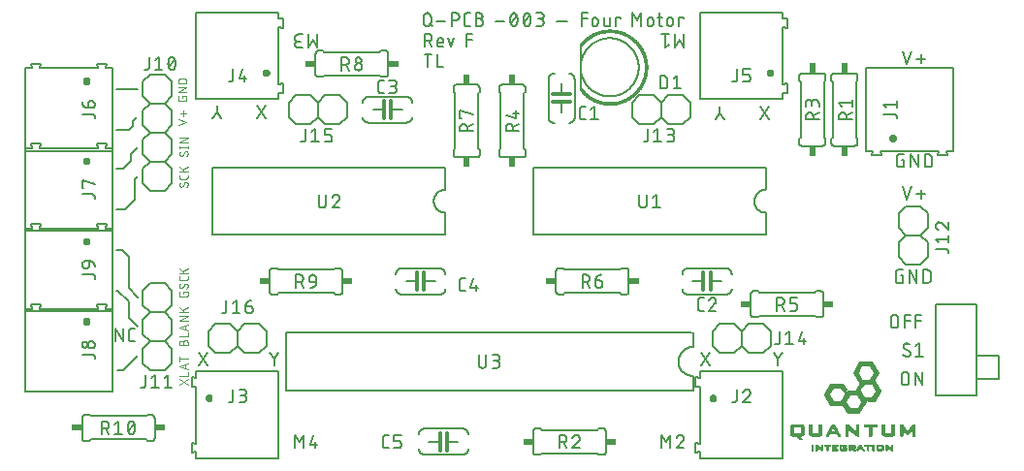
<source format=gto>
G04 EAGLE Gerber RS-274X export*
G75*
%MOMM*%
%FSLAX34Y34*%
%LPD*%
%INSilkscreen Top*%
%IPPOS*%
%AMOC8*
5,1,8,0,0,1.08239X$1,22.5*%
G01*
%ADD10C,0.127000*%
%ADD11C,0.076200*%
%ADD12C,0.152400*%
%ADD13C,0.304800*%
%ADD14C,0.200000*%
%ADD15C,0.400000*%
%ADD16C,0.203200*%
%ADD17C,0.025400*%
%ADD18R,0.609600X0.863600*%
%ADD19R,0.863600X0.609600*%

G36*
X726787Y44550D02*
X726787Y44550D01*
X726821Y44548D01*
X726905Y44574D01*
X726949Y44583D01*
X726962Y44591D01*
X726975Y44596D01*
X727017Y44571D01*
X727055Y44564D01*
X727081Y44553D01*
X727121Y44553D01*
X727181Y44543D01*
X733495Y44543D01*
X733570Y44558D01*
X733646Y44567D01*
X733666Y44578D01*
X733689Y44583D01*
X733753Y44626D01*
X733819Y44663D01*
X733836Y44684D01*
X733853Y44695D01*
X733877Y44733D01*
X733926Y44791D01*
X738155Y52047D01*
X738183Y52047D01*
X738226Y52066D01*
X738273Y52076D01*
X738317Y52106D01*
X738365Y52127D01*
X738405Y52167D01*
X738437Y52188D01*
X738453Y52215D01*
X738484Y52244D01*
X738777Y52654D01*
X738786Y52673D01*
X738803Y52694D01*
X739602Y54065D01*
X739625Y54134D01*
X739656Y54199D01*
X739658Y54230D01*
X739666Y54253D01*
X739663Y54296D01*
X739667Y54365D01*
X739622Y54824D01*
X739616Y54844D01*
X739616Y54866D01*
X739572Y54985D01*
X739564Y55014D01*
X739561Y55017D01*
X739559Y55023D01*
X734302Y64205D01*
X734287Y64222D01*
X734278Y64243D01*
X734222Y64297D01*
X734171Y64355D01*
X734151Y64365D01*
X734134Y64380D01*
X734020Y64427D01*
X733992Y64441D01*
X733987Y64441D01*
X733981Y64444D01*
X733514Y64551D01*
X733471Y64552D01*
X733402Y64564D01*
X722821Y64564D01*
X722745Y64548D01*
X722668Y64540D01*
X722649Y64529D01*
X722626Y64524D01*
X722563Y64480D01*
X722495Y64442D01*
X722479Y64423D01*
X722462Y64412D01*
X722438Y64374D01*
X722389Y64314D01*
X717099Y55150D01*
X717087Y55115D01*
X717061Y55068D01*
X716898Y54610D01*
X716893Y54578D01*
X716880Y54548D01*
X716879Y54480D01*
X716870Y54413D01*
X716878Y54382D01*
X716878Y54349D01*
X716909Y54264D01*
X716921Y54221D01*
X716930Y54210D01*
X716936Y54193D01*
X722226Y45030D01*
X722254Y44998D01*
X722275Y44960D01*
X722329Y44914D01*
X722358Y44881D01*
X722379Y44871D01*
X722401Y44852D01*
X722793Y44615D01*
X722842Y44597D01*
X722887Y44571D01*
X722943Y44561D01*
X722980Y44548D01*
X723011Y44550D01*
X723051Y44543D01*
X726754Y44543D01*
X726787Y44550D01*
G37*
G36*
X734493Y64696D02*
X734493Y64696D01*
X734535Y64695D01*
X734604Y64719D01*
X734648Y64727D01*
X734666Y64740D01*
X734692Y64749D01*
X734728Y64768D01*
X734769Y64803D01*
X734816Y64829D01*
X734851Y64871D01*
X734880Y64896D01*
X734894Y64924D01*
X734922Y64957D01*
X737647Y69680D01*
X744450Y69686D01*
X744461Y69689D01*
X744473Y69687D01*
X744635Y69722D01*
X744673Y69737D01*
X744742Y69783D01*
X744814Y69823D01*
X744826Y69838D01*
X744839Y69846D01*
X744864Y69884D01*
X744920Y69951D01*
X750404Y79451D01*
X750404Y79452D01*
X750406Y79454D01*
X750415Y79483D01*
X750417Y79486D01*
X750419Y79493D01*
X750436Y79546D01*
X750467Y79639D01*
X750467Y79641D01*
X750467Y79643D01*
X750459Y79809D01*
X750450Y79849D01*
X750435Y79883D01*
X750395Y79990D01*
X744935Y89450D01*
X744884Y89508D01*
X744838Y89570D01*
X744818Y89582D01*
X744803Y89599D01*
X744734Y89632D01*
X744667Y89672D01*
X744642Y89676D01*
X744624Y89685D01*
X744579Y89687D01*
X744503Y89700D01*
X733537Y89704D01*
X733461Y89689D01*
X733384Y89680D01*
X733364Y89669D01*
X733342Y89665D01*
X733278Y89621D01*
X733210Y89583D01*
X733194Y89564D01*
X733178Y89552D01*
X733154Y89515D01*
X733104Y89455D01*
X727612Y79966D01*
X727586Y79888D01*
X727554Y79810D01*
X727553Y79792D01*
X727549Y79778D01*
X727552Y79733D01*
X727550Y79644D01*
X727556Y79604D01*
X727560Y79593D01*
X727560Y79582D01*
X727596Y79484D01*
X727603Y79456D01*
X727611Y79445D01*
X727618Y79426D01*
X732449Y71059D01*
X732475Y71030D01*
X732493Y70995D01*
X732540Y70956D01*
X732581Y70910D01*
X732616Y70893D01*
X732646Y70868D01*
X732705Y70851D01*
X732760Y70824D01*
X732799Y70823D01*
X732837Y70811D01*
X732898Y70818D01*
X732959Y70815D01*
X732996Y70829D01*
X733035Y70833D01*
X733088Y70863D01*
X733145Y70885D01*
X733174Y70912D01*
X733208Y70931D01*
X733258Y70991D01*
X733290Y71021D01*
X733298Y71039D01*
X733314Y71059D01*
X735227Y74373D01*
X735257Y74463D01*
X735289Y74555D01*
X735289Y74559D01*
X735290Y74561D01*
X735289Y74583D01*
X735284Y74721D01*
X735267Y74804D01*
X735259Y74823D01*
X735238Y74880D01*
X735237Y74883D01*
X735237Y74884D01*
X735210Y74955D01*
X732461Y79715D01*
X735734Y85378D01*
X742291Y85378D01*
X745568Y79707D01*
X742291Y74022D01*
X735441Y74025D01*
X735365Y74009D01*
X735288Y74001D01*
X735268Y73990D01*
X735246Y73985D01*
X735182Y73941D01*
X735114Y73903D01*
X735098Y73884D01*
X735082Y73873D01*
X735058Y73835D01*
X735008Y73775D01*
X730207Y65444D01*
X730195Y65408D01*
X730174Y65375D01*
X730163Y65314D01*
X730144Y65256D01*
X730147Y65217D01*
X730140Y65179D01*
X730154Y65119D01*
X730159Y65057D01*
X730177Y65023D01*
X730186Y64986D01*
X730222Y64936D01*
X730251Y64881D01*
X730281Y64857D01*
X730303Y64826D01*
X730357Y64794D01*
X730404Y64754D01*
X730441Y64743D01*
X730474Y64724D01*
X730552Y64710D01*
X730595Y64698D01*
X730614Y64700D01*
X730638Y64696D01*
X734453Y64688D01*
X734493Y64696D01*
G37*
G36*
X717956Y50761D02*
X717956Y50761D01*
X717994Y50759D01*
X718052Y50780D01*
X718113Y50793D01*
X718145Y50814D01*
X718181Y50828D01*
X718226Y50870D01*
X718277Y50905D01*
X718298Y50938D01*
X718326Y50964D01*
X718351Y51021D01*
X718384Y51073D01*
X718390Y51111D01*
X718406Y51146D01*
X718407Y51208D01*
X718417Y51269D01*
X718408Y51306D01*
X718409Y51345D01*
X718382Y51419D01*
X718371Y51462D01*
X718360Y51478D01*
X718351Y51501D01*
X716456Y54805D01*
X716440Y54823D01*
X716430Y54845D01*
X716348Y54927D01*
X716324Y54954D01*
X716318Y54957D01*
X716313Y54963D01*
X716279Y54986D01*
X716215Y55015D01*
X716154Y55051D01*
X716121Y55057D01*
X716098Y55067D01*
X716055Y55068D01*
X715990Y55079D01*
X710475Y55079D01*
X707200Y60746D01*
X710476Y66434D01*
X717030Y66434D01*
X719828Y61594D01*
X719854Y61565D01*
X719872Y61530D01*
X719920Y61491D01*
X719960Y61445D01*
X719995Y61428D01*
X720025Y61403D01*
X720084Y61386D01*
X720140Y61359D01*
X720179Y61358D01*
X720216Y61346D01*
X720277Y61353D01*
X720338Y61351D01*
X720375Y61364D01*
X720414Y61368D01*
X720467Y61399D01*
X720525Y61420D01*
X720553Y61447D01*
X720587Y61466D01*
X720637Y61526D01*
X720669Y61557D01*
X720677Y61575D01*
X720693Y61594D01*
X722605Y64908D01*
X722635Y64995D01*
X722666Y65081D01*
X722666Y65089D01*
X722669Y65096D01*
X722666Y65133D01*
X722664Y65247D01*
X722657Y65287D01*
X722656Y65289D01*
X722656Y65291D01*
X722598Y65447D01*
X719682Y70498D01*
X719623Y70564D01*
X719568Y70633D01*
X719557Y70639D01*
X719550Y70647D01*
X719512Y70665D01*
X719424Y70716D01*
X719385Y70730D01*
X719380Y70731D01*
X719375Y70734D01*
X719211Y70762D01*
X708293Y70762D01*
X708277Y70759D01*
X708261Y70761D01*
X708100Y70723D01*
X708098Y70722D01*
X708062Y70707D01*
X707997Y70663D01*
X707929Y70624D01*
X707914Y70606D01*
X707898Y70595D01*
X707874Y70557D01*
X707823Y70496D01*
X702347Y61001D01*
X702322Y60927D01*
X702291Y60856D01*
X702291Y60834D01*
X702284Y60812D01*
X702290Y60735D01*
X702290Y60733D01*
X702288Y60722D01*
X702290Y60714D01*
X702289Y60657D01*
X702298Y60634D01*
X702299Y60614D01*
X702320Y60574D01*
X702328Y60552D01*
X702334Y60528D01*
X702340Y60519D01*
X702347Y60502D01*
X707830Y51007D01*
X707881Y50949D01*
X707927Y50886D01*
X707947Y50875D01*
X707962Y50858D01*
X708032Y50824D01*
X708098Y50785D01*
X708123Y50780D01*
X708141Y50772D01*
X708186Y50770D01*
X708262Y50757D01*
X717918Y50753D01*
X717956Y50761D01*
G37*
G36*
X682556Y21001D02*
X682556Y21001D01*
X682603Y21001D01*
X683021Y21070D01*
X683097Y21099D01*
X683176Y21123D01*
X683190Y21134D01*
X683207Y21141D01*
X683266Y21198D01*
X683329Y21250D01*
X683337Y21266D01*
X683350Y21278D01*
X683382Y21354D01*
X683420Y21427D01*
X683421Y21445D01*
X683428Y21461D01*
X683428Y21543D01*
X683435Y21625D01*
X683429Y21644D01*
X683429Y21660D01*
X683412Y21701D01*
X683386Y21785D01*
X682176Y24220D01*
X682606Y24221D01*
X682621Y24225D01*
X682640Y24223D01*
X683167Y24261D01*
X683193Y24268D01*
X683228Y24269D01*
X683746Y24371D01*
X683785Y24387D01*
X683851Y24404D01*
X684333Y24617D01*
X684349Y24629D01*
X684368Y24634D01*
X684476Y24719D01*
X684495Y24732D01*
X684496Y24734D01*
X684499Y24737D01*
X684852Y25123D01*
X684858Y25133D01*
X684868Y25141D01*
X684951Y25285D01*
X685136Y25778D01*
X685142Y25818D01*
X685162Y25875D01*
X685244Y26397D01*
X685243Y26422D01*
X685250Y26455D01*
X685271Y26983D01*
X685269Y26992D01*
X685271Y27003D01*
X685271Y28060D01*
X685264Y28096D01*
X685263Y28150D01*
X685189Y28550D01*
X685255Y28802D01*
X685257Y28847D01*
X685271Y28928D01*
X685270Y32120D01*
X685267Y32134D01*
X685269Y32152D01*
X685234Y32683D01*
X685227Y32711D01*
X685226Y32749D01*
X685120Y33270D01*
X685103Y33311D01*
X685082Y33384D01*
X684856Y33863D01*
X684842Y33882D01*
X684834Y33904D01*
X684758Y33994D01*
X684737Y34022D01*
X684732Y34025D01*
X684727Y34031D01*
X684324Y34371D01*
X684318Y34374D01*
X684313Y34380D01*
X684167Y34460D01*
X683667Y34636D01*
X683629Y34641D01*
X683576Y34659D01*
X683051Y34738D01*
X683027Y34737D01*
X682998Y34743D01*
X682467Y34767D01*
X682457Y34765D01*
X682445Y34767D01*
X679785Y34767D01*
X679784Y34767D01*
X675028Y34759D01*
X675007Y34755D01*
X674980Y34757D01*
X674454Y34705D01*
X674425Y34696D01*
X674384Y34693D01*
X673872Y34567D01*
X673831Y34548D01*
X673749Y34520D01*
X673289Y34266D01*
X673268Y34248D01*
X673242Y34236D01*
X673169Y34164D01*
X673138Y34137D01*
X673133Y34128D01*
X673124Y34119D01*
X672819Y33693D01*
X672814Y33681D01*
X672748Y33546D01*
X672596Y33041D01*
X672592Y33005D01*
X672578Y32957D01*
X672515Y32433D01*
X672517Y32407D01*
X672511Y32374D01*
X672501Y27089D01*
X672502Y27083D01*
X672501Y27074D01*
X672516Y26546D01*
X672521Y26524D01*
X672520Y26494D01*
X672590Y25970D01*
X672603Y25935D01*
X672611Y25881D01*
X672775Y25380D01*
X672776Y25378D01*
X672777Y25375D01*
X672856Y25228D01*
X673178Y24816D01*
X673198Y24799D01*
X673212Y24777D01*
X673300Y24712D01*
X673329Y24687D01*
X673337Y24684D01*
X673345Y24678D01*
X673814Y24440D01*
X673857Y24428D01*
X673931Y24398D01*
X674446Y24282D01*
X674475Y24281D01*
X674512Y24272D01*
X675038Y24226D01*
X675057Y24228D01*
X675080Y24224D01*
X678982Y24211D01*
X680166Y21618D01*
X680167Y21617D01*
X680169Y21614D01*
X680260Y21480D01*
X680575Y21149D01*
X680591Y21138D01*
X680602Y21123D01*
X680672Y21082D01*
X680738Y21035D01*
X680757Y21031D01*
X680773Y21022D01*
X680918Y20997D01*
X680933Y20994D01*
X680935Y20995D01*
X680937Y20994D01*
X682522Y20994D01*
X682556Y21001D01*
G37*
%LPC*%
G36*
X727240Y48837D02*
X727240Y48837D01*
X727233Y48838D01*
X727228Y48841D01*
X727194Y48844D01*
X727076Y48864D01*
X725107Y48864D01*
X724946Y48968D01*
X721840Y54352D01*
X721735Y54557D01*
X724959Y60145D01*
X725131Y60227D01*
X731347Y60227D01*
X731571Y60209D01*
X734799Y54623D01*
X734778Y54431D01*
X734038Y53146D01*
X734024Y53103D01*
X733988Y53025D01*
X733912Y52739D01*
X733776Y52628D01*
X733772Y52623D01*
X733767Y52620D01*
X733661Y52491D01*
X731626Y48959D01*
X731463Y48864D01*
X727390Y48864D01*
X727300Y48846D01*
X727241Y48836D01*
X727240Y48837D01*
G37*
%LPD*%
G36*
X746495Y54022D02*
X746495Y54022D01*
X746588Y54039D01*
X746593Y54042D01*
X746597Y54043D01*
X746622Y54060D01*
X746730Y54126D01*
X746761Y54153D01*
X746765Y54158D01*
X746866Y54280D01*
X752326Y63739D01*
X752338Y63776D01*
X752359Y63809D01*
X752363Y63834D01*
X752375Y63858D01*
X752379Y63899D01*
X752389Y63928D01*
X752386Y63967D01*
X752386Y63970D01*
X752392Y64005D01*
X752391Y64012D01*
X752392Y64023D01*
X752389Y64064D01*
X752381Y64093D01*
X752381Y64123D01*
X752347Y64213D01*
X752336Y64255D01*
X752328Y64265D01*
X752323Y64279D01*
X747493Y72646D01*
X747463Y72681D01*
X747441Y72721D01*
X747397Y72754D01*
X747361Y72795D01*
X747320Y72815D01*
X747284Y72843D01*
X747220Y72863D01*
X747182Y72881D01*
X747156Y72882D01*
X747125Y72892D01*
X747102Y72895D01*
X747091Y72894D01*
X747081Y72897D01*
X747008Y72889D01*
X746983Y72890D01*
X746971Y72886D01*
X746903Y72881D01*
X746894Y72876D01*
X746883Y72875D01*
X746806Y72831D01*
X746726Y72790D01*
X746719Y72782D01*
X746710Y72777D01*
X746604Y72649D01*
X744698Y69334D01*
X744674Y69261D01*
X744643Y69190D01*
X744643Y69167D01*
X744636Y69145D01*
X744642Y69069D01*
X744641Y68991D01*
X744650Y68967D01*
X744651Y68947D01*
X744672Y68908D01*
X744699Y68835D01*
X747487Y64007D01*
X744209Y58329D01*
X738683Y58329D01*
X738665Y58326D01*
X738646Y58328D01*
X738580Y58312D01*
X738578Y58311D01*
X738506Y58294D01*
X738489Y58290D01*
X738487Y58289D01*
X738484Y58288D01*
X738457Y58276D01*
X738428Y58255D01*
X738393Y58243D01*
X738347Y58199D01*
X738295Y58162D01*
X738275Y58131D01*
X738249Y58106D01*
X738223Y58048D01*
X738189Y57994D01*
X738183Y57958D01*
X738169Y57924D01*
X738168Y57860D01*
X738158Y57797D01*
X738167Y57762D01*
X738166Y57725D01*
X738195Y57648D01*
X738206Y57604D01*
X738216Y57590D01*
X738224Y57569D01*
X740136Y54253D01*
X740187Y54195D01*
X740233Y54133D01*
X740252Y54121D01*
X740267Y54104D01*
X740337Y54071D01*
X740404Y54031D01*
X740429Y54027D01*
X740447Y54019D01*
X740491Y54017D01*
X740568Y54004D01*
X746402Y54004D01*
X746495Y54022D01*
G37*
G36*
X770843Y24225D02*
X770843Y24225D01*
X770903Y24227D01*
X770939Y24245D01*
X770979Y24253D01*
X771029Y24286D01*
X771083Y24312D01*
X771115Y24346D01*
X771143Y24365D01*
X771163Y24395D01*
X771198Y24432D01*
X771411Y24746D01*
X771436Y24807D01*
X771470Y24863D01*
X771476Y24902D01*
X771488Y24930D01*
X771488Y24969D01*
X771497Y25027D01*
X771497Y29845D01*
X774697Y25576D01*
X774746Y25531D01*
X774789Y25481D01*
X774820Y25466D01*
X774845Y25443D01*
X774908Y25422D01*
X774967Y25393D01*
X775006Y25389D01*
X775033Y25380D01*
X775073Y25383D01*
X775133Y25377D01*
X775628Y25414D01*
X775656Y25421D01*
X775685Y25421D01*
X775751Y25448D01*
X775819Y25467D01*
X775842Y25486D01*
X775869Y25497D01*
X775941Y25565D01*
X775974Y25592D01*
X775980Y25602D01*
X775990Y25611D01*
X779125Y29777D01*
X779125Y24973D01*
X779128Y24957D01*
X779126Y24941D01*
X779148Y24860D01*
X779165Y24778D01*
X779174Y24765D01*
X779178Y24749D01*
X779276Y24615D01*
X779544Y24355D01*
X779551Y24350D01*
X779557Y24342D01*
X779634Y24296D01*
X779711Y24247D01*
X779720Y24245D01*
X779728Y24241D01*
X779892Y24213D01*
X781475Y24213D01*
X781541Y24227D01*
X781608Y24231D01*
X781638Y24246D01*
X781670Y24253D01*
X781726Y24291D01*
X781786Y24321D01*
X781811Y24349D01*
X781834Y24365D01*
X781856Y24399D01*
X781897Y24445D01*
X782102Y24768D01*
X782122Y24822D01*
X782152Y24871D01*
X782160Y24920D01*
X782173Y24953D01*
X782171Y24988D01*
X782179Y25035D01*
X782179Y34007D01*
X782176Y34026D01*
X782178Y34044D01*
X782156Y34122D01*
X782140Y34202D01*
X782129Y34218D01*
X782124Y34235D01*
X782035Y34355D01*
X782027Y34366D01*
X782026Y34367D01*
X782025Y34369D01*
X781755Y34626D01*
X781749Y34630D01*
X781745Y34635D01*
X781666Y34683D01*
X781587Y34732D01*
X781580Y34733D01*
X781574Y34737D01*
X781410Y34765D01*
X780355Y34765D01*
X780328Y34759D01*
X780293Y34761D01*
X779796Y34699D01*
X779782Y34694D01*
X779766Y34694D01*
X779693Y34665D01*
X779658Y34658D01*
X779644Y34648D01*
X779607Y34636D01*
X779596Y34626D01*
X779582Y34620D01*
X779523Y34565D01*
X779494Y34545D01*
X779483Y34528D01*
X779460Y34506D01*
X775493Y29306D01*
X771553Y34366D01*
X771529Y34386D01*
X771512Y34412D01*
X771435Y34467D01*
X771402Y34495D01*
X771389Y34499D01*
X771376Y34508D01*
X770949Y34715D01*
X770921Y34722D01*
X770896Y34737D01*
X770798Y34753D01*
X770756Y34764D01*
X770745Y34762D01*
X770732Y34765D01*
X769676Y34765D01*
X769652Y34760D01*
X769621Y34761D01*
X769146Y34709D01*
X769069Y34684D01*
X768991Y34665D01*
X768975Y34654D01*
X768957Y34648D01*
X768896Y34595D01*
X768831Y34547D01*
X768821Y34531D01*
X768806Y34518D01*
X768771Y34446D01*
X768730Y34376D01*
X768726Y34355D01*
X768718Y34339D01*
X768716Y34294D01*
X768702Y34212D01*
X768702Y24712D01*
X768704Y24704D01*
X768702Y24696D01*
X768723Y24607D01*
X768742Y24517D01*
X768746Y24511D01*
X768748Y24502D01*
X768802Y24429D01*
X768854Y24354D01*
X768861Y24349D01*
X768866Y24342D01*
X768944Y24296D01*
X769022Y24247D01*
X769030Y24245D01*
X769037Y24241D01*
X769201Y24213D01*
X770785Y24213D01*
X770843Y24225D01*
G37*
G36*
X722960Y24220D02*
X722960Y24220D01*
X723077Y24237D01*
X723480Y24365D01*
X723508Y24380D01*
X723539Y24388D01*
X723594Y24428D01*
X723654Y24462D01*
X723674Y24487D01*
X723699Y24506D01*
X723734Y24565D01*
X723776Y24619D01*
X723784Y24649D01*
X723801Y24677D01*
X723816Y24768D01*
X723827Y24811D01*
X723825Y24824D01*
X723828Y24841D01*
X723824Y30141D01*
X723937Y30045D01*
X723938Y30044D01*
X723939Y30043D01*
X730445Y24569D01*
X730481Y24549D01*
X730530Y24511D01*
X730975Y24273D01*
X731013Y24261D01*
X731047Y24241D01*
X731122Y24228D01*
X731165Y24215D01*
X731185Y24217D01*
X731211Y24213D01*
X732274Y24213D01*
X732358Y24230D01*
X732444Y24243D01*
X732457Y24250D01*
X732469Y24253D01*
X732504Y24277D01*
X732589Y24325D01*
X732882Y24563D01*
X732906Y24593D01*
X732937Y24616D01*
X732969Y24669D01*
X733008Y24717D01*
X733019Y24754D01*
X733038Y24787D01*
X733052Y24864D01*
X733064Y24907D01*
X733062Y24927D01*
X733066Y24951D01*
X733066Y33985D01*
X733047Y34080D01*
X733028Y34176D01*
X733027Y34178D01*
X733027Y34179D01*
X733018Y34191D01*
X732939Y34317D01*
X732689Y34598D01*
X732667Y34614D01*
X732651Y34635D01*
X732588Y34673D01*
X732529Y34717D01*
X732503Y34723D01*
X732480Y34737D01*
X732375Y34755D01*
X732336Y34764D01*
X732327Y34763D01*
X732316Y34765D01*
X730722Y34765D01*
X730709Y34762D01*
X730696Y34764D01*
X730612Y34742D01*
X730527Y34725D01*
X730516Y34718D01*
X730504Y34714D01*
X730435Y34662D01*
X730363Y34612D01*
X730356Y34601D01*
X730346Y34593D01*
X730259Y34452D01*
X730106Y34073D01*
X730104Y34061D01*
X730098Y34050D01*
X730070Y33886D01*
X730073Y29103D01*
X730076Y29091D01*
X730074Y29076D01*
X730086Y28851D01*
X723237Y34589D01*
X723183Y34618D01*
X723134Y34655D01*
X723095Y34667D01*
X723090Y34670D01*
X723087Y34670D01*
X723063Y34684D01*
X723025Y34687D01*
X722974Y34702D01*
X722465Y34761D01*
X722439Y34759D01*
X722407Y34765D01*
X721344Y34765D01*
X721342Y34764D01*
X721340Y34764D01*
X721246Y34745D01*
X721149Y34725D01*
X721147Y34724D01*
X721145Y34723D01*
X721066Y34667D01*
X720985Y34612D01*
X720984Y34610D01*
X720982Y34609D01*
X720931Y34527D01*
X720878Y34445D01*
X720878Y34443D01*
X720877Y34441D01*
X720845Y34277D01*
X720833Y33758D01*
X720834Y33753D01*
X720832Y33746D01*
X720832Y24712D01*
X720834Y24704D01*
X720833Y24696D01*
X720854Y24607D01*
X720872Y24517D01*
X720877Y24511D01*
X720879Y24502D01*
X720933Y24429D01*
X720985Y24354D01*
X720992Y24349D01*
X720997Y24342D01*
X721075Y24296D01*
X721152Y24247D01*
X721160Y24245D01*
X721168Y24241D01*
X721332Y24213D01*
X722926Y24213D01*
X722960Y24220D01*
G37*
G36*
X761525Y24221D02*
X761525Y24221D01*
X761541Y24224D01*
X761562Y24222D01*
X762091Y24261D01*
X762117Y24269D01*
X762152Y24270D01*
X762672Y24374D01*
X762712Y24391D01*
X762779Y24409D01*
X763260Y24627D01*
X763277Y24639D01*
X763298Y24645D01*
X763399Y24727D01*
X763421Y24743D01*
X763424Y24746D01*
X763427Y24749D01*
X763777Y25142D01*
X763782Y25151D01*
X763790Y25158D01*
X763873Y25302D01*
X764055Y25799D01*
X764061Y25838D01*
X764079Y25895D01*
X764159Y26419D01*
X764158Y26444D01*
X764165Y26476D01*
X764184Y27006D01*
X764183Y27014D01*
X764184Y27024D01*
X764184Y33920D01*
X764176Y33960D01*
X764178Y34000D01*
X764154Y34072D01*
X764145Y34115D01*
X764133Y34132D01*
X764125Y34157D01*
X763939Y34502D01*
X763885Y34567D01*
X763834Y34635D01*
X763821Y34643D01*
X763812Y34655D01*
X763736Y34694D01*
X763663Y34737D01*
X763647Y34740D01*
X763635Y34746D01*
X763591Y34749D01*
X763499Y34765D01*
X761908Y34765D01*
X761872Y34757D01*
X761819Y34756D01*
X761370Y34675D01*
X761311Y34651D01*
X761249Y34637D01*
X761219Y34615D01*
X761185Y34601D01*
X761140Y34556D01*
X761089Y34519D01*
X761070Y34487D01*
X761044Y34461D01*
X761020Y34402D01*
X760987Y34348D01*
X760980Y34306D01*
X760969Y34277D01*
X760969Y34239D01*
X760960Y34184D01*
X760960Y27013D01*
X755630Y27013D01*
X755630Y34265D01*
X755628Y34274D01*
X755630Y34282D01*
X755609Y34370D01*
X755591Y34460D01*
X755586Y34467D01*
X755584Y34475D01*
X755530Y34548D01*
X755478Y34624D01*
X755471Y34629D01*
X755466Y34635D01*
X755388Y34682D01*
X755310Y34731D01*
X755302Y34733D01*
X755295Y34737D01*
X755131Y34765D01*
X753009Y34765D01*
X752957Y34754D01*
X752903Y34753D01*
X752860Y34734D01*
X752814Y34725D01*
X752770Y34695D01*
X752721Y34673D01*
X752689Y34639D01*
X752650Y34612D01*
X752621Y34567D01*
X752585Y34528D01*
X752564Y34477D01*
X752543Y34445D01*
X752538Y34414D01*
X752522Y34374D01*
X752425Y33941D01*
X752424Y33898D01*
X752413Y33832D01*
X752413Y26936D01*
X752415Y26924D01*
X752414Y26909D01*
X752442Y26379D01*
X752449Y26353D01*
X752449Y26318D01*
X752543Y25797D01*
X752558Y25757D01*
X752573Y25692D01*
X752777Y25204D01*
X752788Y25189D01*
X752792Y25172D01*
X752883Y25049D01*
X752889Y25040D01*
X752890Y25039D01*
X752891Y25038D01*
X753269Y24673D01*
X753281Y24665D01*
X753290Y24654D01*
X753432Y24568D01*
X753924Y24374D01*
X753965Y24367D01*
X754022Y24346D01*
X754545Y24256D01*
X754570Y24257D01*
X754601Y24250D01*
X755131Y24220D01*
X755144Y24221D01*
X755159Y24219D01*
X761525Y24221D01*
G37*
G36*
X698076Y24221D02*
X698076Y24221D01*
X698092Y24224D01*
X698112Y24222D01*
X698641Y24261D01*
X698667Y24268D01*
X698703Y24269D01*
X699222Y24374D01*
X699262Y24391D01*
X699329Y24408D01*
X699811Y24625D01*
X699828Y24638D01*
X699848Y24644D01*
X699950Y24725D01*
X699972Y24741D01*
X699974Y24745D01*
X699978Y24748D01*
X700328Y25140D01*
X700333Y25149D01*
X700342Y25156D01*
X700424Y25301D01*
X700606Y25798D01*
X700612Y25837D01*
X700630Y25894D01*
X700710Y26418D01*
X700709Y26443D01*
X700715Y26475D01*
X700734Y27005D01*
X700733Y27013D01*
X700735Y27023D01*
X700735Y33919D01*
X700727Y33958D01*
X700729Y33997D01*
X700704Y34070D01*
X700695Y34114D01*
X700684Y34131D01*
X700676Y34155D01*
X700491Y34501D01*
X700436Y34567D01*
X700386Y34635D01*
X700373Y34643D01*
X700364Y34654D01*
X700288Y34693D01*
X700215Y34737D01*
X700199Y34739D01*
X700188Y34745D01*
X700144Y34749D01*
X700051Y34765D01*
X698459Y34765D01*
X698421Y34757D01*
X698365Y34756D01*
X697920Y34670D01*
X697863Y34647D01*
X697804Y34633D01*
X697772Y34610D01*
X697736Y34595D01*
X697693Y34551D01*
X697644Y34515D01*
X697624Y34481D01*
X697596Y34453D01*
X697574Y34397D01*
X697542Y34344D01*
X697535Y34299D01*
X697523Y34269D01*
X697524Y34232D01*
X697515Y34180D01*
X697515Y27013D01*
X692180Y27013D01*
X692180Y34265D01*
X692179Y34274D01*
X692180Y34282D01*
X692159Y34370D01*
X692141Y34460D01*
X692136Y34467D01*
X692134Y34475D01*
X692080Y34548D01*
X692028Y34624D01*
X692021Y34629D01*
X692016Y34635D01*
X691938Y34682D01*
X691861Y34731D01*
X691852Y34733D01*
X691845Y34737D01*
X691681Y34765D01*
X689559Y34765D01*
X689507Y34754D01*
X689453Y34753D01*
X689410Y34734D01*
X689364Y34725D01*
X689320Y34695D01*
X689271Y34673D01*
X689239Y34639D01*
X689200Y34612D01*
X689172Y34567D01*
X689135Y34528D01*
X689114Y34477D01*
X689093Y34445D01*
X689088Y34414D01*
X689072Y34374D01*
X688975Y33941D01*
X688974Y33898D01*
X688963Y33832D01*
X688963Y26935D01*
X688965Y26924D01*
X688964Y26910D01*
X688991Y26380D01*
X688997Y26354D01*
X688998Y26319D01*
X689090Y25797D01*
X689106Y25757D01*
X689122Y25690D01*
X689327Y25203D01*
X689337Y25188D01*
X689342Y25170D01*
X689431Y25050D01*
X689439Y25039D01*
X689440Y25038D01*
X689441Y25036D01*
X689821Y24673D01*
X689832Y24666D01*
X689840Y24655D01*
X689982Y24569D01*
X690474Y24375D01*
X690514Y24367D01*
X690572Y24347D01*
X691095Y24256D01*
X691120Y24257D01*
X691152Y24250D01*
X691681Y24220D01*
X691694Y24221D01*
X691710Y24219D01*
X698076Y24221D01*
G37*
G36*
X705657Y24215D02*
X705657Y24215D01*
X705667Y24214D01*
X706187Y24232D01*
X706263Y24250D01*
X706340Y24261D01*
X706359Y24273D01*
X706381Y24278D01*
X706444Y24325D01*
X706510Y24365D01*
X706525Y24385D01*
X706541Y24396D01*
X706563Y24435D01*
X706611Y24497D01*
X707531Y26233D01*
X707691Y26312D01*
X712847Y26312D01*
X713051Y26278D01*
X713954Y24626D01*
X714015Y24553D01*
X714082Y24474D01*
X714083Y24474D01*
X714229Y24394D01*
X714669Y24241D01*
X714673Y24241D01*
X714833Y24214D01*
X716958Y24214D01*
X716988Y24220D01*
X717019Y24217D01*
X717085Y24239D01*
X717153Y24253D01*
X717179Y24271D01*
X717208Y24280D01*
X717260Y24326D01*
X717317Y24366D01*
X717334Y24392D01*
X717357Y24412D01*
X717387Y24475D01*
X717424Y24533D01*
X717429Y24564D01*
X717443Y24591D01*
X717446Y24661D01*
X717457Y24729D01*
X717450Y24759D01*
X717452Y24790D01*
X717421Y24881D01*
X717411Y24923D01*
X717404Y24933D01*
X717399Y24948D01*
X717162Y25393D01*
X717157Y25398D01*
X717154Y25406D01*
X714509Y30015D01*
X714489Y30037D01*
X714471Y30072D01*
X714312Y30277D01*
X714296Y30327D01*
X714286Y30370D01*
X714278Y30380D01*
X714273Y30395D01*
X714037Y30837D01*
X714032Y30843D01*
X714029Y30851D01*
X711926Y34511D01*
X711875Y34570D01*
X711829Y34633D01*
X711810Y34644D01*
X711795Y34661D01*
X711725Y34694D01*
X711658Y34734D01*
X711633Y34738D01*
X711616Y34747D01*
X711571Y34749D01*
X711493Y34762D01*
X709383Y34762D01*
X709318Y34749D01*
X709253Y34745D01*
X709222Y34729D01*
X709188Y34722D01*
X709134Y34685D01*
X709075Y34656D01*
X709048Y34627D01*
X709024Y34610D01*
X709002Y34576D01*
X708963Y34533D01*
X708686Y34103D01*
X708681Y34091D01*
X708671Y34079D01*
X706589Y30406D01*
X703709Y25320D01*
X703695Y25278D01*
X703658Y25191D01*
X703570Y24831D01*
X703568Y24763D01*
X703557Y24696D01*
X703564Y24665D01*
X703563Y24632D01*
X703587Y24569D01*
X703603Y24503D01*
X703622Y24477D01*
X703634Y24446D01*
X703680Y24397D01*
X703720Y24343D01*
X703748Y24326D01*
X703771Y24303D01*
X703833Y24276D01*
X703891Y24241D01*
X703928Y24235D01*
X703954Y24224D01*
X703995Y24224D01*
X704055Y24214D01*
X705650Y24214D01*
X705657Y24215D01*
G37*
G36*
X743831Y24215D02*
X743831Y24215D01*
X743839Y24213D01*
X743928Y24235D01*
X744018Y24253D01*
X744025Y24257D01*
X744033Y24259D01*
X744106Y24313D01*
X744182Y24365D01*
X744186Y24372D01*
X744193Y24377D01*
X744239Y24455D01*
X744289Y24533D01*
X744290Y24541D01*
X744294Y24548D01*
X744322Y24712D01*
X744329Y32063D01*
X748207Y32063D01*
X748267Y32075D01*
X748328Y32078D01*
X748370Y32096D01*
X748402Y32102D01*
X748433Y32123D01*
X748439Y32126D01*
X748446Y32127D01*
X748450Y32131D01*
X748481Y32144D01*
X748509Y32163D01*
X748552Y32205D01*
X748566Y32215D01*
X748568Y32218D01*
X748606Y32245D01*
X748624Y32277D01*
X748650Y32302D01*
X748675Y32361D01*
X748707Y32416D01*
X748714Y32458D01*
X748726Y32486D01*
X748726Y32525D01*
X748735Y32580D01*
X748735Y34261D01*
X748733Y34270D01*
X748735Y34278D01*
X748714Y34366D01*
X748695Y34456D01*
X748691Y34463D01*
X748689Y34471D01*
X748634Y34545D01*
X748583Y34620D01*
X748576Y34625D01*
X748571Y34631D01*
X748492Y34678D01*
X748415Y34727D01*
X748407Y34729D01*
X748400Y34733D01*
X748236Y34761D01*
X737220Y34765D01*
X737212Y34763D01*
X737203Y34764D01*
X737115Y34743D01*
X737025Y34725D01*
X737018Y34720D01*
X737010Y34718D01*
X736936Y34664D01*
X736861Y34613D01*
X736856Y34605D01*
X736850Y34600D01*
X736803Y34522D01*
X736754Y34445D01*
X736753Y34437D01*
X736748Y34429D01*
X736720Y34265D01*
X736720Y32584D01*
X736725Y32562D01*
X736723Y32539D01*
X736745Y32465D01*
X736760Y32389D01*
X736773Y32370D01*
X736780Y32348D01*
X736854Y32253D01*
X736873Y32225D01*
X736877Y32222D01*
X736882Y32217D01*
X736906Y32195D01*
X736908Y32193D01*
X736909Y32192D01*
X736992Y32143D01*
X737076Y32092D01*
X737078Y32091D01*
X737080Y32090D01*
X737244Y32063D01*
X741107Y32063D01*
X741107Y24737D01*
X741127Y24641D01*
X741145Y24547D01*
X741146Y24545D01*
X741147Y24542D01*
X741159Y24525D01*
X741233Y24406D01*
X741255Y24381D01*
X741277Y24365D01*
X741293Y24342D01*
X741355Y24305D01*
X741413Y24262D01*
X741440Y24255D01*
X741464Y24241D01*
X741566Y24224D01*
X741606Y24214D01*
X741616Y24215D01*
X741628Y24213D01*
X743823Y24213D01*
X743831Y24215D01*
G37*
G36*
X751019Y11525D02*
X751019Y11525D01*
X751027Y11521D01*
X751071Y11519D01*
X751148Y11506D01*
X752743Y11506D01*
X752752Y11508D01*
X752764Y11507D01*
X753295Y11529D01*
X753337Y11540D01*
X753431Y11554D01*
X753931Y11721D01*
X754016Y11770D01*
X754100Y11817D01*
X754101Y11819D01*
X754103Y11820D01*
X754114Y11834D01*
X754206Y11945D01*
X754465Y12395D01*
X754473Y12418D01*
X754488Y12438D01*
X754516Y12548D01*
X754528Y12583D01*
X754528Y12591D01*
X754530Y12599D01*
X754578Y13128D01*
X754575Y13148D01*
X754580Y13173D01*
X754575Y15831D01*
X754567Y15870D01*
X754565Y15929D01*
X754461Y16447D01*
X754435Y16509D01*
X754417Y16574D01*
X754395Y16604D01*
X754384Y16631D01*
X754354Y16659D01*
X754318Y16708D01*
X753947Y17066D01*
X753894Y17099D01*
X753847Y17140D01*
X753806Y17155D01*
X753780Y17172D01*
X753742Y17179D01*
X753691Y17197D01*
X753170Y17293D01*
X753133Y17292D01*
X753081Y17301D01*
X750955Y17306D01*
X750946Y17304D01*
X750937Y17305D01*
X750873Y17290D01*
X750851Y17291D01*
X750766Y17306D01*
X749202Y17302D01*
X749168Y17295D01*
X749120Y17295D01*
X748608Y17209D01*
X748564Y17192D01*
X748517Y17185D01*
X748461Y17153D01*
X748422Y17138D01*
X748403Y17119D01*
X748373Y17102D01*
X747982Y16779D01*
X747933Y16718D01*
X747879Y16662D01*
X747869Y16640D01*
X747857Y16625D01*
X747845Y16582D01*
X747814Y16509D01*
X747696Y16004D01*
X747694Y15960D01*
X747682Y15890D01*
X747679Y13283D01*
X747682Y13272D01*
X747680Y13257D01*
X747707Y12737D01*
X747715Y12705D01*
X747738Y12587D01*
X747920Y12105D01*
X747921Y12103D01*
X747921Y12101D01*
X747974Y12019D01*
X748026Y11936D01*
X748027Y11935D01*
X748028Y11934D01*
X748162Y11835D01*
X748619Y11605D01*
X748630Y11601D01*
X748640Y11595D01*
X748801Y11553D01*
X749319Y11508D01*
X749338Y11510D01*
X749362Y11506D01*
X750927Y11506D01*
X751019Y11525D01*
G37*
G36*
X720923Y11524D02*
X720923Y11524D01*
X720974Y11524D01*
X721491Y11615D01*
X721544Y11635D01*
X721599Y11646D01*
X721642Y11674D01*
X721676Y11687D01*
X721700Y11711D01*
X721740Y11736D01*
X722119Y12078D01*
X722163Y12137D01*
X722212Y12192D01*
X722223Y12220D01*
X722237Y12238D01*
X722247Y12280D01*
X722273Y12347D01*
X722380Y12860D01*
X722380Y12901D01*
X722390Y12960D01*
X722396Y14542D01*
X722392Y14559D01*
X722394Y14577D01*
X722373Y14656D01*
X722357Y14737D01*
X722347Y14751D01*
X722342Y14768D01*
X722250Y14894D01*
X722245Y14901D01*
X722244Y14901D01*
X722243Y14902D01*
X722016Y15122D01*
X722056Y15146D01*
X722108Y15166D01*
X722140Y15196D01*
X722178Y15219D01*
X722212Y15265D01*
X722252Y15303D01*
X722270Y15344D01*
X722296Y15380D01*
X722314Y15446D01*
X722331Y15486D01*
X722331Y15510D01*
X722339Y15540D01*
X722384Y16009D01*
X722380Y16049D01*
X722385Y16088D01*
X722368Y16163D01*
X722363Y16207D01*
X722353Y16225D01*
X722347Y16250D01*
X722146Y16729D01*
X722092Y16808D01*
X722038Y16889D01*
X722036Y16891D01*
X722034Y16893D01*
X722016Y16905D01*
X721903Y16985D01*
X721435Y17211D01*
X721428Y17213D01*
X721421Y17217D01*
X721260Y17259D01*
X720735Y17302D01*
X720717Y17300D01*
X720694Y17304D01*
X717531Y17304D01*
X717521Y17302D01*
X717507Y17303D01*
X716981Y17278D01*
X716941Y17268D01*
X716840Y17250D01*
X716347Y17077D01*
X716262Y17026D01*
X716178Y16976D01*
X716177Y16975D01*
X716171Y16968D01*
X716075Y16846D01*
X715828Y16393D01*
X715821Y16373D01*
X715809Y16356D01*
X715776Y16228D01*
X715769Y16203D01*
X715769Y16199D01*
X715768Y16195D01*
X715724Y15671D01*
X715726Y15652D01*
X715722Y15629D01*
X715726Y12993D01*
X715734Y12955D01*
X715735Y12900D01*
X715834Y12384D01*
X715858Y12326D01*
X715873Y12264D01*
X715897Y12229D01*
X715909Y12200D01*
X715936Y12173D01*
X715968Y12128D01*
X716326Y11764D01*
X716383Y11727D01*
X716433Y11682D01*
X716468Y11669D01*
X716491Y11653D01*
X716531Y11646D01*
X716589Y11624D01*
X717105Y11527D01*
X717143Y11527D01*
X717198Y11518D01*
X720887Y11517D01*
X720923Y11524D01*
G37*
G36*
X729713Y11511D02*
X729713Y11511D01*
X729763Y11511D01*
X729810Y11531D01*
X729859Y11541D01*
X729900Y11569D01*
X729946Y11589D01*
X729990Y11630D01*
X730023Y11653D01*
X730038Y11678D01*
X730066Y11704D01*
X730177Y11854D01*
X730217Y11941D01*
X730258Y12026D01*
X730258Y12030D01*
X730260Y12035D01*
X730264Y12130D01*
X730268Y12224D01*
X730267Y12229D01*
X730267Y12233D01*
X730233Y12322D01*
X730201Y12411D01*
X730197Y12415D01*
X730196Y12419D01*
X730176Y12440D01*
X730091Y12537D01*
X729022Y13414D01*
X729032Y13418D01*
X729072Y13430D01*
X729080Y13437D01*
X729092Y13442D01*
X729537Y13715D01*
X729599Y13773D01*
X729664Y13827D01*
X729673Y13841D01*
X729682Y13851D01*
X729700Y13891D01*
X729746Y13972D01*
X729922Y14464D01*
X729923Y14465D01*
X729952Y14628D01*
X729956Y15159D01*
X729951Y15183D01*
X729954Y15208D01*
X729932Y15280D01*
X729918Y15354D01*
X729904Y15375D01*
X729897Y15398D01*
X729887Y15410D01*
X729937Y15590D01*
X729938Y15602D01*
X729943Y15613D01*
X729953Y15779D01*
X729893Y16312D01*
X729874Y16372D01*
X729864Y16434D01*
X729842Y16471D01*
X729833Y16502D01*
X729808Y16530D01*
X729780Y16578D01*
X729442Y16982D01*
X729388Y17025D01*
X729340Y17074D01*
X729307Y17089D01*
X729286Y17106D01*
X729246Y17117D01*
X729189Y17143D01*
X728672Y17282D01*
X728627Y17285D01*
X728624Y17286D01*
X728544Y17300D01*
X726926Y17306D01*
X726925Y17305D01*
X726924Y17306D01*
X724272Y17306D01*
X724264Y17304D01*
X724256Y17305D01*
X724167Y17284D01*
X724077Y17266D01*
X724070Y17261D01*
X724062Y17260D01*
X723988Y17205D01*
X723913Y17154D01*
X723909Y17147D01*
X723902Y17142D01*
X723855Y17063D01*
X723806Y16986D01*
X723805Y16978D01*
X723800Y16971D01*
X723773Y16807D01*
X723769Y12036D01*
X723787Y11946D01*
X723803Y11855D01*
X723807Y11849D01*
X723808Y11841D01*
X723860Y11765D01*
X723910Y11688D01*
X723916Y11683D01*
X723921Y11677D01*
X723998Y11628D01*
X724074Y11576D01*
X724082Y11574D01*
X724088Y11570D01*
X724124Y11564D01*
X724236Y11537D01*
X724737Y11505D01*
X724750Y11507D01*
X724766Y11504D01*
X725297Y11501D01*
X725370Y11516D01*
X725445Y11523D01*
X725467Y11535D01*
X725492Y11540D01*
X725554Y11582D01*
X725620Y11618D01*
X725636Y11638D01*
X725656Y11652D01*
X725697Y11715D01*
X725744Y11773D01*
X725752Y11800D01*
X725764Y11819D01*
X725772Y11862D01*
X725794Y11932D01*
X725858Y12398D01*
X725856Y12427D01*
X725863Y12466D01*
X725863Y13315D01*
X726050Y13315D01*
X726335Y13212D01*
X727808Y11830D01*
X727811Y11828D01*
X727813Y11825D01*
X727953Y11735D01*
X728407Y11541D01*
X728424Y11538D01*
X728439Y11529D01*
X728596Y11502D01*
X728602Y11501D01*
X728603Y11501D01*
X729664Y11501D01*
X729713Y11511D01*
G37*
%LPC*%
G36*
X675721Y27010D02*
X675721Y27010D01*
X675721Y32058D01*
X679382Y32058D01*
X679419Y32066D01*
X679529Y32080D01*
X679776Y32157D01*
X680070Y32076D01*
X680115Y32073D01*
X680202Y32058D01*
X682056Y32058D01*
X682056Y28527D01*
X682073Y28440D01*
X682056Y28019D01*
X682058Y28009D01*
X682056Y27998D01*
X682056Y27010D01*
X675721Y27010D01*
G37*
%LPD*%
G36*
X714022Y11508D02*
X714022Y11508D01*
X714064Y11516D01*
X714107Y11515D01*
X714160Y11536D01*
X714217Y11547D01*
X714252Y11572D01*
X714292Y11587D01*
X714345Y11635D01*
X714381Y11660D01*
X714393Y11679D01*
X714415Y11700D01*
X714646Y11994D01*
X714682Y12068D01*
X714724Y12138D01*
X714727Y12158D01*
X714734Y12172D01*
X714737Y12217D01*
X714751Y12302D01*
X714751Y12827D01*
X714739Y12889D01*
X714735Y12952D01*
X714719Y12986D01*
X714712Y13022D01*
X714676Y13074D01*
X714648Y13131D01*
X714620Y13155D01*
X714599Y13186D01*
X714546Y13220D01*
X714498Y13261D01*
X714458Y13276D01*
X714432Y13293D01*
X714394Y13299D01*
X714341Y13318D01*
X713897Y13399D01*
X713860Y13398D01*
X713808Y13407D01*
X710911Y13407D01*
X710911Y13598D01*
X712126Y13598D01*
X712137Y13601D01*
X712151Y13599D01*
X712651Y13624D01*
X712744Y13648D01*
X712836Y13670D01*
X712839Y13673D01*
X712844Y13674D01*
X712920Y13732D01*
X712996Y13788D01*
X712998Y13792D01*
X713002Y13794D01*
X713049Y13878D01*
X713097Y13959D01*
X713098Y13964D01*
X713100Y13967D01*
X713103Y13994D01*
X713125Y14123D01*
X713125Y14648D01*
X713124Y14655D01*
X713125Y14661D01*
X713104Y14751D01*
X713085Y14843D01*
X713082Y14849D01*
X713080Y14855D01*
X712987Y14993D01*
X712730Y15261D01*
X712715Y15272D01*
X712704Y15287D01*
X712634Y15328D01*
X712567Y15375D01*
X712549Y15379D01*
X712533Y15388D01*
X712386Y15413D01*
X712373Y15416D01*
X712371Y15416D01*
X712369Y15416D01*
X710911Y15416D01*
X710911Y15486D01*
X713686Y15486D01*
X713692Y15488D01*
X713700Y15486D01*
X714211Y15501D01*
X714212Y15501D01*
X714213Y15501D01*
X714306Y15523D01*
X714324Y15528D01*
X714391Y15541D01*
X714395Y15544D01*
X714404Y15546D01*
X714405Y15547D01*
X714406Y15547D01*
X714482Y15603D01*
X714495Y15613D01*
X714555Y15654D01*
X714558Y15659D01*
X714565Y15664D01*
X714565Y15665D01*
X714566Y15665D01*
X714615Y15748D01*
X714619Y15754D01*
X714662Y15821D01*
X714663Y15828D01*
X714667Y15834D01*
X714667Y15835D01*
X714668Y15836D01*
X714695Y16000D01*
X714695Y16525D01*
X714676Y16619D01*
X714658Y16714D01*
X714656Y16717D01*
X714656Y16720D01*
X714643Y16739D01*
X714571Y16855D01*
X714325Y17135D01*
X714302Y17152D01*
X714285Y17175D01*
X714223Y17211D01*
X714166Y17255D01*
X714139Y17262D01*
X714114Y17276D01*
X714014Y17293D01*
X713973Y17303D01*
X713963Y17302D01*
X713950Y17304D01*
X709749Y17304D01*
X709717Y17297D01*
X709671Y17298D01*
X709218Y17226D01*
X709153Y17202D01*
X709086Y17186D01*
X709061Y17167D01*
X709032Y17156D01*
X708982Y17109D01*
X708926Y17068D01*
X708910Y17041D01*
X708887Y17020D01*
X708860Y16956D01*
X708824Y16897D01*
X708819Y16862D01*
X708808Y16837D01*
X708807Y16796D01*
X708797Y16733D01*
X708797Y12007D01*
X708798Y11999D01*
X708797Y11990D01*
X708818Y11902D01*
X708836Y11812D01*
X708841Y11805D01*
X708843Y11797D01*
X708897Y11724D01*
X708949Y11648D01*
X708956Y11644D01*
X708961Y11637D01*
X709039Y11590D01*
X709116Y11541D01*
X709125Y11540D01*
X709132Y11535D01*
X709296Y11508D01*
X714022Y11508D01*
G37*
G36*
X695947Y11513D02*
X695947Y11513D01*
X695980Y11511D01*
X696454Y11566D01*
X696530Y11591D01*
X696607Y11609D01*
X696624Y11621D01*
X696643Y11628D01*
X696703Y11680D01*
X696767Y11727D01*
X696778Y11745D01*
X696793Y11758D01*
X696828Y11830D01*
X696869Y11898D01*
X696872Y11921D01*
X696880Y11937D01*
X696883Y11982D01*
X696896Y12062D01*
X696895Y14200D01*
X699952Y11625D01*
X700031Y11582D01*
X700109Y11535D01*
X700119Y11534D01*
X700126Y11530D01*
X700165Y11526D01*
X700273Y11508D01*
X700802Y11508D01*
X700841Y11516D01*
X700881Y11514D01*
X700938Y11535D01*
X700997Y11547D01*
X701030Y11570D01*
X701067Y11584D01*
X701124Y11635D01*
X701161Y11660D01*
X701172Y11677D01*
X701192Y11694D01*
X701427Y11988D01*
X701466Y12063D01*
X701510Y12136D01*
X701512Y12153D01*
X701518Y12164D01*
X701522Y12208D01*
X701537Y12300D01*
X701537Y16534D01*
X701536Y16540D01*
X701537Y16547D01*
X701516Y16637D01*
X701498Y16729D01*
X701494Y16734D01*
X701492Y16740D01*
X701399Y16878D01*
X701141Y17149D01*
X701126Y17160D01*
X701115Y17175D01*
X701045Y17216D01*
X700978Y17263D01*
X700960Y17267D01*
X700944Y17276D01*
X700797Y17301D01*
X700783Y17304D01*
X700782Y17303D01*
X700780Y17304D01*
X700251Y17304D01*
X700194Y17292D01*
X700136Y17290D01*
X700097Y17273D01*
X700056Y17264D01*
X700008Y17231D01*
X699955Y17207D01*
X699921Y17172D01*
X699892Y17152D01*
X699873Y17122D01*
X699839Y17088D01*
X699624Y16774D01*
X699600Y16718D01*
X699575Y16680D01*
X699574Y16674D01*
X699563Y16655D01*
X699557Y16618D01*
X699546Y16591D01*
X699546Y16551D01*
X699535Y16491D01*
X699535Y14627D01*
X696677Y17020D01*
X696672Y17023D01*
X696669Y17027D01*
X696524Y17108D01*
X696055Y17275D01*
X696036Y17278D01*
X696018Y17286D01*
X695880Y17300D01*
X695858Y17303D01*
X695856Y17302D01*
X695852Y17302D01*
X695358Y17267D01*
X695271Y17243D01*
X695184Y17222D01*
X695176Y17217D01*
X695167Y17214D01*
X695096Y17158D01*
X695024Y17104D01*
X695019Y17096D01*
X695011Y17090D01*
X694968Y17011D01*
X694922Y16933D01*
X694920Y16923D01*
X694916Y16916D01*
X694912Y16876D01*
X694894Y16769D01*
X694894Y12007D01*
X694896Y11999D01*
X694895Y11990D01*
X694916Y11902D01*
X694934Y11812D01*
X694939Y11805D01*
X694941Y11797D01*
X694995Y11724D01*
X695046Y11648D01*
X695054Y11644D01*
X695059Y11637D01*
X695137Y11590D01*
X695214Y11541D01*
X695222Y11540D01*
X695230Y11535D01*
X695394Y11508D01*
X695923Y11508D01*
X695947Y11513D01*
G37*
G36*
X756984Y11513D02*
X756984Y11513D01*
X757017Y11511D01*
X757491Y11566D01*
X757567Y11591D01*
X757644Y11609D01*
X757661Y11621D01*
X757680Y11628D01*
X757740Y11680D01*
X757804Y11727D01*
X757815Y11745D01*
X757830Y11758D01*
X757865Y11830D01*
X757905Y11898D01*
X757909Y11921D01*
X757917Y11937D01*
X757920Y11982D01*
X757933Y12062D01*
X757932Y14202D01*
X760990Y11626D01*
X761069Y11582D01*
X761147Y11536D01*
X761157Y11534D01*
X761164Y11530D01*
X761203Y11527D01*
X761311Y11508D01*
X761840Y11508D01*
X761880Y11516D01*
X761921Y11514D01*
X761976Y11535D01*
X762035Y11547D01*
X762068Y11570D01*
X762107Y11585D01*
X762162Y11634D01*
X762199Y11660D01*
X762210Y11678D01*
X762231Y11696D01*
X762465Y11990D01*
X762504Y12065D01*
X762546Y12137D01*
X762549Y12155D01*
X762556Y12167D01*
X762559Y12211D01*
X762574Y12301D01*
X762574Y16534D01*
X762573Y16541D01*
X762574Y16548D01*
X762553Y16638D01*
X762535Y16729D01*
X762531Y16735D01*
X762529Y16741D01*
X762436Y16879D01*
X762177Y17150D01*
X762162Y17160D01*
X762151Y17175D01*
X762081Y17216D01*
X762014Y17263D01*
X761996Y17267D01*
X761980Y17276D01*
X761831Y17301D01*
X761819Y17304D01*
X761818Y17303D01*
X761816Y17304D01*
X761287Y17304D01*
X761230Y17292D01*
X761172Y17290D01*
X761134Y17273D01*
X761092Y17264D01*
X761044Y17231D01*
X760992Y17207D01*
X760957Y17172D01*
X760928Y17152D01*
X760910Y17122D01*
X760876Y17087D01*
X760660Y16774D01*
X760636Y16718D01*
X760612Y16680D01*
X760611Y16674D01*
X760600Y16655D01*
X760594Y16618D01*
X760582Y16591D01*
X760582Y16551D01*
X760572Y16491D01*
X760572Y14626D01*
X757713Y17021D01*
X757708Y17023D01*
X757705Y17027D01*
X757560Y17108D01*
X757091Y17275D01*
X757071Y17278D01*
X757053Y17287D01*
X756917Y17300D01*
X756894Y17303D01*
X756891Y17302D01*
X756888Y17302D01*
X756394Y17267D01*
X756308Y17242D01*
X756221Y17222D01*
X756213Y17216D01*
X756203Y17213D01*
X756133Y17157D01*
X756060Y17104D01*
X756055Y17095D01*
X756048Y17089D01*
X756005Y17010D01*
X755959Y16933D01*
X755957Y16922D01*
X755953Y16914D01*
X755949Y16874D01*
X755931Y16769D01*
X755931Y12007D01*
X755933Y11999D01*
X755932Y11990D01*
X755953Y11902D01*
X755971Y11812D01*
X755976Y11805D01*
X755978Y11797D01*
X756032Y11724D01*
X756083Y11648D01*
X756091Y11644D01*
X756095Y11637D01*
X756174Y11590D01*
X756251Y11541D01*
X756259Y11540D01*
X756267Y11535D01*
X756431Y11508D01*
X756960Y11508D01*
X756984Y11513D01*
G37*
G36*
X731733Y11519D02*
X731733Y11519D01*
X731797Y11523D01*
X731835Y11540D01*
X731864Y11546D01*
X731897Y11568D01*
X731949Y11592D01*
X732328Y11848D01*
X732354Y11875D01*
X732387Y11894D01*
X732436Y11958D01*
X732467Y11990D01*
X732474Y12007D01*
X732489Y12026D01*
X732703Y12425D01*
X732839Y12555D01*
X735135Y12555D01*
X735285Y12443D01*
X735491Y12071D01*
X735493Y12068D01*
X735494Y12065D01*
X735599Y11936D01*
X735951Y11630D01*
X736034Y11582D01*
X736115Y11534D01*
X736120Y11533D01*
X736124Y11531D01*
X736151Y11528D01*
X736279Y11506D01*
X737344Y11506D01*
X737381Y11514D01*
X737419Y11512D01*
X737477Y11534D01*
X737539Y11546D01*
X737570Y11567D01*
X737605Y11580D01*
X737651Y11623D01*
X737703Y11659D01*
X737723Y11690D01*
X737751Y11716D01*
X737776Y11773D01*
X737810Y11826D01*
X737816Y11863D01*
X737831Y11898D01*
X737832Y11960D01*
X737843Y12022D01*
X737834Y12059D01*
X737835Y12097D01*
X737807Y12172D01*
X737797Y12216D01*
X737786Y12231D01*
X737778Y12253D01*
X736466Y14554D01*
X736439Y14585D01*
X736420Y14621D01*
X736392Y14644D01*
X736388Y14654D01*
X736381Y14694D01*
X736365Y14718D01*
X736352Y14753D01*
X735025Y17056D01*
X734974Y17114D01*
X734928Y17176D01*
X734909Y17188D01*
X734894Y17205D01*
X734823Y17238D01*
X734757Y17278D01*
X734732Y17282D01*
X734714Y17291D01*
X734670Y17293D01*
X734593Y17306D01*
X733529Y17306D01*
X733520Y17304D01*
X733512Y17305D01*
X733443Y17289D01*
X733372Y17280D01*
X733354Y17270D01*
X733334Y17266D01*
X733327Y17261D01*
X733319Y17259D01*
X733315Y17257D01*
X733261Y17217D01*
X733199Y17182D01*
X733185Y17164D01*
X733170Y17154D01*
X733165Y17146D01*
X733159Y17141D01*
X733145Y17119D01*
X733137Y17105D01*
X733094Y17053D01*
X730470Y12427D01*
X730446Y12354D01*
X730416Y12284D01*
X730415Y12260D01*
X730408Y12238D01*
X730415Y12162D01*
X730414Y12085D01*
X730423Y12063D01*
X730425Y12040D01*
X730461Y11972D01*
X730490Y11901D01*
X730508Y11882D01*
X730518Y11864D01*
X730552Y11836D01*
X730605Y11781D01*
X730838Y11606D01*
X730907Y11573D01*
X730973Y11534D01*
X730999Y11530D01*
X731017Y11521D01*
X731062Y11519D01*
X731137Y11506D01*
X731669Y11506D01*
X731733Y11519D01*
G37*
G36*
X705500Y11524D02*
X705500Y11524D01*
X705582Y11535D01*
X705599Y11544D01*
X705615Y11547D01*
X705652Y11573D01*
X705728Y11614D01*
X706025Y11847D01*
X706052Y11880D01*
X706087Y11905D01*
X706116Y11955D01*
X706154Y11999D01*
X706166Y12039D01*
X706188Y12076D01*
X706200Y12147D01*
X706213Y12188D01*
X706211Y12211D01*
X706216Y12240D01*
X706216Y15449D01*
X707836Y15449D01*
X707890Y15460D01*
X707946Y15461D01*
X707987Y15480D01*
X708030Y15488D01*
X708077Y15520D01*
X708128Y15543D01*
X708158Y15576D01*
X708194Y15601D01*
X708224Y15648D01*
X708262Y15689D01*
X708282Y15738D01*
X708301Y15769D01*
X708307Y15801D01*
X708324Y15844D01*
X708417Y16281D01*
X708417Y16314D01*
X708426Y16346D01*
X708418Y16435D01*
X708419Y16480D01*
X708413Y16493D01*
X708412Y16511D01*
X708302Y16931D01*
X708282Y16971D01*
X708272Y17014D01*
X708238Y17059D01*
X708214Y17110D01*
X708180Y17139D01*
X708154Y17175D01*
X708106Y17203D01*
X708063Y17240D01*
X708021Y17253D01*
X707983Y17276D01*
X707915Y17287D01*
X707874Y17301D01*
X707850Y17298D01*
X707819Y17304D01*
X702521Y17304D01*
X702488Y17297D01*
X702454Y17299D01*
X702391Y17277D01*
X702326Y17264D01*
X702298Y17245D01*
X702266Y17234D01*
X702217Y17189D01*
X702162Y17152D01*
X702144Y17123D01*
X702119Y17100D01*
X702079Y17022D01*
X702055Y16984D01*
X702053Y16969D01*
X702044Y16952D01*
X701919Y16547D01*
X701916Y16513D01*
X701904Y16481D01*
X701904Y16394D01*
X701899Y16349D01*
X701904Y16334D01*
X701904Y16315D01*
X701982Y15863D01*
X702006Y15802D01*
X702021Y15738D01*
X702042Y15710D01*
X702055Y15678D01*
X702100Y15631D01*
X702139Y15578D01*
X702169Y15560D01*
X702193Y15535D01*
X702254Y15510D01*
X702310Y15477D01*
X702349Y15470D01*
X702377Y15459D01*
X702416Y15459D01*
X702474Y15449D01*
X704095Y15449D01*
X704100Y12245D01*
X704107Y12209D01*
X704105Y12172D01*
X704127Y12112D01*
X704140Y12050D01*
X704160Y12020D01*
X704173Y11985D01*
X704227Y11923D01*
X704252Y11886D01*
X704267Y11877D01*
X704282Y11859D01*
X704574Y11621D01*
X704651Y11580D01*
X704726Y11535D01*
X704739Y11533D01*
X704749Y11528D01*
X704792Y11524D01*
X704890Y11508D01*
X705420Y11508D01*
X705500Y11524D01*
G37*
G36*
X740910Y11524D02*
X740910Y11524D01*
X740991Y11535D01*
X741008Y11544D01*
X741024Y11547D01*
X741061Y11573D01*
X741137Y11614D01*
X741434Y11847D01*
X741462Y11880D01*
X741496Y11905D01*
X741525Y11955D01*
X741563Y11999D01*
X741576Y12039D01*
X741597Y12076D01*
X741609Y12147D01*
X741622Y12188D01*
X741620Y12211D01*
X741625Y12240D01*
X741625Y15449D01*
X743245Y15449D01*
X743300Y15460D01*
X743356Y15461D01*
X743396Y15480D01*
X743440Y15488D01*
X743486Y15520D01*
X743537Y15543D01*
X743567Y15576D01*
X743604Y15601D01*
X743634Y15648D01*
X743672Y15689D01*
X743691Y15738D01*
X743711Y15769D01*
X743716Y15801D01*
X743733Y15844D01*
X743826Y16281D01*
X743826Y16314D01*
X743836Y16346D01*
X743828Y16435D01*
X743828Y16479D01*
X743822Y16493D01*
X743821Y16511D01*
X743711Y16931D01*
X743691Y16971D01*
X743681Y17014D01*
X743648Y17059D01*
X743623Y17110D01*
X743589Y17139D01*
X743563Y17175D01*
X743515Y17203D01*
X743473Y17240D01*
X743430Y17253D01*
X743392Y17276D01*
X743324Y17287D01*
X743283Y17301D01*
X743259Y17298D01*
X743228Y17304D01*
X737930Y17304D01*
X737897Y17297D01*
X737864Y17299D01*
X737801Y17277D01*
X737736Y17264D01*
X737708Y17245D01*
X737676Y17234D01*
X737627Y17189D01*
X737572Y17152D01*
X737553Y17123D01*
X737528Y17100D01*
X737489Y17022D01*
X737465Y16984D01*
X737462Y16969D01*
X737453Y16952D01*
X737328Y16547D01*
X737325Y16513D01*
X737313Y16481D01*
X737313Y16394D01*
X737309Y16349D01*
X737313Y16334D01*
X737313Y16315D01*
X737391Y15863D01*
X737415Y15802D01*
X737431Y15738D01*
X737451Y15710D01*
X737464Y15678D01*
X737510Y15631D01*
X737548Y15578D01*
X737578Y15560D01*
X737603Y15535D01*
X737663Y15510D01*
X737719Y15477D01*
X737758Y15470D01*
X737786Y15459D01*
X737826Y15459D01*
X737883Y15449D01*
X739504Y15449D01*
X739509Y12245D01*
X739516Y12209D01*
X739514Y12172D01*
X739536Y12112D01*
X739549Y12050D01*
X739570Y12020D01*
X739582Y11985D01*
X739636Y11923D01*
X739662Y11886D01*
X739677Y11877D01*
X739692Y11859D01*
X739983Y11621D01*
X740060Y11580D01*
X740135Y11535D01*
X740149Y11533D01*
X740159Y11528D01*
X740201Y11524D01*
X740299Y11508D01*
X740829Y11508D01*
X740910Y11524D01*
G37*
G36*
X745866Y11525D02*
X745866Y11525D01*
X745953Y11539D01*
X745963Y11545D01*
X745975Y11547D01*
X746048Y11597D01*
X746122Y11643D01*
X746129Y11653D01*
X746139Y11660D01*
X746186Y11734D01*
X746237Y11805D01*
X746240Y11818D01*
X746246Y11827D01*
X746253Y11869D01*
X746278Y11967D01*
X746318Y12464D01*
X746316Y12482D01*
X746320Y12504D01*
X746320Y16804D01*
X746318Y16813D01*
X746320Y16821D01*
X746299Y16909D01*
X746280Y16999D01*
X746275Y17006D01*
X746274Y17014D01*
X746220Y17088D01*
X746168Y17163D01*
X746161Y17168D01*
X746156Y17175D01*
X746077Y17221D01*
X746000Y17270D01*
X745992Y17272D01*
X745985Y17276D01*
X745821Y17304D01*
X744746Y17304D01*
X744660Y17286D01*
X744573Y17273D01*
X744563Y17267D01*
X744551Y17264D01*
X744478Y17214D01*
X744404Y17168D01*
X744397Y17158D01*
X744387Y17152D01*
X744339Y17077D01*
X744289Y17006D01*
X744286Y16993D01*
X744280Y16984D01*
X744273Y16942D01*
X744248Y16845D01*
X744208Y16348D01*
X744210Y16330D01*
X744206Y16307D01*
X744206Y12007D01*
X744208Y11999D01*
X744206Y11990D01*
X744227Y11902D01*
X744246Y11812D01*
X744250Y11805D01*
X744252Y11797D01*
X744306Y11724D01*
X744358Y11648D01*
X744365Y11644D01*
X744370Y11637D01*
X744448Y11590D01*
X744526Y11541D01*
X744534Y11540D01*
X744541Y11535D01*
X744705Y11508D01*
X745780Y11508D01*
X745866Y11525D01*
G37*
G36*
X692994Y11525D02*
X692994Y11525D01*
X693081Y11539D01*
X693091Y11545D01*
X693103Y11547D01*
X693175Y11597D01*
X693250Y11643D01*
X693257Y11653D01*
X693267Y11660D01*
X693314Y11734D01*
X693365Y11805D01*
X693368Y11818D01*
X693374Y11827D01*
X693381Y11869D01*
X693406Y11967D01*
X693446Y12464D01*
X693444Y12482D01*
X693447Y12504D01*
X693447Y16804D01*
X693446Y16813D01*
X693447Y16821D01*
X693426Y16909D01*
X693408Y16999D01*
X693403Y17006D01*
X693401Y17014D01*
X693347Y17088D01*
X693295Y17163D01*
X693288Y17168D01*
X693283Y17175D01*
X693205Y17221D01*
X693128Y17270D01*
X693119Y17272D01*
X693112Y17276D01*
X692948Y17304D01*
X691873Y17304D01*
X691787Y17286D01*
X691700Y17273D01*
X691690Y17267D01*
X691678Y17264D01*
X691606Y17215D01*
X691531Y17168D01*
X691524Y17158D01*
X691514Y17152D01*
X691467Y17078D01*
X691416Y17006D01*
X691413Y16993D01*
X691407Y16984D01*
X691400Y16943D01*
X691376Y16845D01*
X691335Y16348D01*
X691337Y16330D01*
X691334Y16307D01*
X691334Y12007D01*
X691335Y11999D01*
X691334Y11990D01*
X691355Y11902D01*
X691373Y11812D01*
X691378Y11805D01*
X691380Y11797D01*
X691434Y11724D01*
X691486Y11648D01*
X691493Y11644D01*
X691498Y11637D01*
X691576Y11590D01*
X691653Y11541D01*
X691662Y11540D01*
X691669Y11535D01*
X691833Y11508D01*
X692908Y11508D01*
X692994Y11525D01*
G37*
%LPC*%
G36*
X751010Y13380D02*
X751010Y13380D01*
X750937Y13393D01*
X750894Y13407D01*
X750873Y13405D01*
X750846Y13409D01*
X749789Y13417D01*
X749789Y15446D01*
X750956Y15451D01*
X750963Y15452D01*
X750970Y15451D01*
X751026Y15464D01*
X751042Y15457D01*
X751086Y15456D01*
X751154Y15444D01*
X752475Y15444D01*
X752475Y13409D01*
X751450Y13409D01*
X751434Y13406D01*
X751414Y13408D01*
X751012Y13379D01*
X751010Y13380D01*
G37*
%LPD*%
%LPC*%
G36*
X709060Y29026D02*
X709060Y29026D01*
X709531Y29887D01*
X709536Y29902D01*
X709546Y29915D01*
X709548Y29924D01*
X709560Y29940D01*
X710339Y31360D01*
X710937Y30232D01*
X710940Y30228D01*
X710942Y30223D01*
X711046Y30093D01*
X711178Y29975D01*
X711255Y29664D01*
X711275Y29624D01*
X711299Y29550D01*
X711578Y29026D01*
X709060Y29026D01*
G37*
%LPD*%
%LPC*%
G36*
X717829Y13414D02*
X717829Y13414D01*
X717829Y15449D01*
X720320Y15449D01*
X720321Y15408D01*
X720331Y15367D01*
X720331Y15324D01*
X720340Y15302D01*
X718993Y15302D01*
X718988Y15301D01*
X718984Y15302D01*
X718891Y15281D01*
X718798Y15262D01*
X718794Y15260D01*
X718790Y15259D01*
X718712Y15203D01*
X718634Y15150D01*
X718631Y15146D01*
X718628Y15143D01*
X718578Y15062D01*
X718527Y14982D01*
X718526Y14978D01*
X718524Y14974D01*
X718493Y14810D01*
X718485Y14292D01*
X718500Y14209D01*
X718510Y14126D01*
X718519Y14110D01*
X718521Y14096D01*
X718546Y14059D01*
X718589Y13979D01*
X718818Y13681D01*
X718849Y13654D01*
X718857Y13643D01*
X718859Y13642D01*
X718878Y13616D01*
X718926Y13587D01*
X718968Y13551D01*
X719011Y13537D01*
X719049Y13514D01*
X719116Y13503D01*
X719157Y13490D01*
X719182Y13492D01*
X719213Y13486D01*
X720301Y13486D01*
X720302Y13414D01*
X720294Y13414D01*
X717829Y13414D01*
G37*
%LPD*%
%LPC*%
G36*
X725863Y15136D02*
X725863Y15136D01*
X725863Y15485D01*
X726685Y15485D01*
X726721Y15493D01*
X726758Y15491D01*
X726818Y15512D01*
X726880Y15525D01*
X726911Y15546D01*
X726939Y15556D01*
X726973Y15531D01*
X726996Y15526D01*
X727017Y15513D01*
X727131Y15494D01*
X727166Y15486D01*
X727173Y15487D01*
X727181Y15485D01*
X727689Y15485D01*
X727849Y15465D01*
X727893Y15296D01*
X727927Y15225D01*
X727930Y15216D01*
X727827Y15136D01*
X725886Y15135D01*
X725863Y15136D01*
G37*
%LPD*%
%LPC*%
G36*
X733793Y14422D02*
X733793Y14422D01*
X733822Y14474D01*
X733834Y14514D01*
X733863Y14574D01*
X733935Y14818D01*
X733953Y14826D01*
X733977Y14851D01*
X733992Y14859D01*
X734224Y14422D01*
X733793Y14422D01*
G37*
%LPD*%
D10*
X579779Y375715D02*
X579779Y364285D01*
X575969Y370635D01*
X572159Y364285D01*
X572159Y375715D01*
X566571Y366825D02*
X563396Y364285D01*
X563396Y375715D01*
X566571Y375715D02*
X560221Y375715D01*
X560221Y25715D02*
X560221Y14285D01*
X564031Y19365D02*
X560221Y25715D01*
X564031Y19365D02*
X567841Y25715D01*
X567841Y14285D01*
X576922Y25716D02*
X577026Y25714D01*
X577131Y25708D01*
X577235Y25699D01*
X577338Y25686D01*
X577441Y25668D01*
X577543Y25648D01*
X577645Y25623D01*
X577745Y25595D01*
X577845Y25563D01*
X577943Y25527D01*
X578040Y25488D01*
X578135Y25446D01*
X578229Y25400D01*
X578321Y25350D01*
X578411Y25298D01*
X578499Y25242D01*
X578585Y25182D01*
X578669Y25120D01*
X578750Y25055D01*
X578829Y24987D01*
X578906Y24915D01*
X578979Y24842D01*
X579051Y24765D01*
X579119Y24686D01*
X579184Y24605D01*
X579246Y24521D01*
X579306Y24435D01*
X579362Y24347D01*
X579414Y24257D01*
X579464Y24165D01*
X579510Y24071D01*
X579552Y23976D01*
X579591Y23879D01*
X579627Y23781D01*
X579659Y23681D01*
X579687Y23581D01*
X579712Y23479D01*
X579732Y23377D01*
X579750Y23274D01*
X579763Y23171D01*
X579772Y23067D01*
X579778Y22962D01*
X579780Y22858D01*
X576922Y25715D02*
X576804Y25713D01*
X576685Y25707D01*
X576567Y25698D01*
X576450Y25685D01*
X576333Y25667D01*
X576216Y25647D01*
X576100Y25622D01*
X575985Y25594D01*
X575872Y25561D01*
X575759Y25526D01*
X575647Y25486D01*
X575537Y25444D01*
X575428Y25397D01*
X575320Y25347D01*
X575215Y25294D01*
X575111Y25237D01*
X575009Y25177D01*
X574909Y25114D01*
X574811Y25047D01*
X574715Y24978D01*
X574622Y24905D01*
X574531Y24829D01*
X574442Y24751D01*
X574356Y24669D01*
X574273Y24585D01*
X574192Y24499D01*
X574115Y24409D01*
X574040Y24318D01*
X573968Y24224D01*
X573899Y24127D01*
X573834Y24029D01*
X573771Y23928D01*
X573712Y23825D01*
X573656Y23721D01*
X573604Y23615D01*
X573555Y23507D01*
X573510Y23398D01*
X573468Y23287D01*
X573430Y23175D01*
X578827Y20636D02*
X578903Y20711D01*
X578978Y20790D01*
X579049Y20871D01*
X579118Y20955D01*
X579183Y21041D01*
X579245Y21129D01*
X579305Y21219D01*
X579361Y21311D01*
X579414Y21406D01*
X579463Y21502D01*
X579509Y21600D01*
X579552Y21699D01*
X579591Y21800D01*
X579626Y21902D01*
X579658Y22005D01*
X579686Y22109D01*
X579711Y22214D01*
X579732Y22321D01*
X579749Y22427D01*
X579762Y22534D01*
X579771Y22642D01*
X579777Y22750D01*
X579779Y22858D01*
X578827Y20635D02*
X573429Y14285D01*
X579779Y14285D01*
X259779Y364285D02*
X259779Y375715D01*
X255969Y370635D02*
X259779Y364285D01*
X255969Y370635D02*
X252159Y364285D01*
X252159Y375715D01*
X246571Y375715D02*
X243396Y375715D01*
X243285Y375713D01*
X243175Y375707D01*
X243064Y375698D01*
X242954Y375684D01*
X242845Y375667D01*
X242736Y375646D01*
X242628Y375621D01*
X242521Y375592D01*
X242415Y375560D01*
X242310Y375524D01*
X242207Y375484D01*
X242105Y375441D01*
X242004Y375394D01*
X241905Y375343D01*
X241809Y375290D01*
X241714Y375233D01*
X241621Y375172D01*
X241530Y375109D01*
X241441Y375042D01*
X241355Y374972D01*
X241272Y374899D01*
X241190Y374824D01*
X241112Y374746D01*
X241037Y374664D01*
X240964Y374581D01*
X240894Y374495D01*
X240827Y374406D01*
X240764Y374315D01*
X240703Y374222D01*
X240646Y374128D01*
X240593Y374031D01*
X240542Y373932D01*
X240495Y373831D01*
X240452Y373729D01*
X240412Y373626D01*
X240376Y373521D01*
X240344Y373415D01*
X240315Y373308D01*
X240290Y373200D01*
X240269Y373091D01*
X240252Y372982D01*
X240238Y372872D01*
X240229Y372761D01*
X240223Y372651D01*
X240221Y372540D01*
X240223Y372429D01*
X240229Y372319D01*
X240238Y372208D01*
X240252Y372098D01*
X240269Y371989D01*
X240290Y371880D01*
X240315Y371772D01*
X240344Y371665D01*
X240376Y371559D01*
X240412Y371454D01*
X240452Y371351D01*
X240495Y371249D01*
X240542Y371148D01*
X240593Y371049D01*
X240646Y370953D01*
X240703Y370858D01*
X240764Y370765D01*
X240827Y370674D01*
X240894Y370585D01*
X240964Y370499D01*
X241037Y370416D01*
X241112Y370334D01*
X241190Y370256D01*
X241272Y370181D01*
X241355Y370108D01*
X241441Y370038D01*
X241530Y369971D01*
X241621Y369908D01*
X241714Y369847D01*
X241809Y369790D01*
X241905Y369737D01*
X242004Y369686D01*
X242105Y369639D01*
X242207Y369596D01*
X242310Y369556D01*
X242415Y369520D01*
X242521Y369488D01*
X242628Y369459D01*
X242736Y369434D01*
X242845Y369413D01*
X242954Y369396D01*
X243064Y369382D01*
X243175Y369373D01*
X243285Y369367D01*
X243396Y369365D01*
X242761Y364285D02*
X246571Y364285D01*
X242761Y364285D02*
X242661Y364287D01*
X242562Y364293D01*
X242462Y364303D01*
X242364Y364316D01*
X242265Y364334D01*
X242168Y364355D01*
X242072Y364380D01*
X241976Y364409D01*
X241882Y364442D01*
X241789Y364478D01*
X241698Y364518D01*
X241608Y364562D01*
X241520Y364609D01*
X241434Y364659D01*
X241350Y364713D01*
X241268Y364770D01*
X241189Y364830D01*
X241111Y364894D01*
X241037Y364960D01*
X240965Y365029D01*
X240896Y365101D01*
X240830Y365175D01*
X240766Y365253D01*
X240706Y365332D01*
X240649Y365414D01*
X240595Y365498D01*
X240545Y365584D01*
X240498Y365672D01*
X240454Y365762D01*
X240414Y365853D01*
X240378Y365946D01*
X240345Y366040D01*
X240316Y366136D01*
X240291Y366232D01*
X240270Y366329D01*
X240252Y366428D01*
X240239Y366526D01*
X240229Y366626D01*
X240223Y366725D01*
X240221Y366825D01*
X240223Y366925D01*
X240229Y367024D01*
X240239Y367124D01*
X240252Y367222D01*
X240270Y367321D01*
X240291Y367418D01*
X240316Y367514D01*
X240345Y367610D01*
X240378Y367704D01*
X240414Y367797D01*
X240454Y367888D01*
X240498Y367978D01*
X240545Y368066D01*
X240595Y368152D01*
X240649Y368236D01*
X240706Y368318D01*
X240766Y368397D01*
X240830Y368475D01*
X240896Y368549D01*
X240965Y368621D01*
X241037Y368690D01*
X241111Y368756D01*
X241189Y368820D01*
X241268Y368880D01*
X241350Y368937D01*
X241434Y368991D01*
X241520Y369041D01*
X241608Y369088D01*
X241698Y369132D01*
X241789Y369172D01*
X241882Y369208D01*
X241976Y369241D01*
X242072Y369270D01*
X242168Y369295D01*
X242265Y369316D01*
X242364Y369334D01*
X242462Y369347D01*
X242562Y369357D01*
X242661Y369363D01*
X242761Y369365D01*
X245301Y369365D01*
X240221Y25715D02*
X240221Y14285D01*
X244031Y19365D02*
X240221Y25715D01*
X244031Y19365D02*
X247841Y25715D01*
X247841Y14285D01*
X253429Y16825D02*
X255969Y25715D01*
X253429Y16825D02*
X259779Y16825D01*
X257874Y19365D02*
X257874Y14285D01*
X207190Y302285D02*
X214810Y313715D01*
X207190Y313715D02*
X214810Y302285D01*
X163810Y97715D02*
X156190Y86285D01*
X163810Y86285D02*
X156190Y97715D01*
X595190Y86285D02*
X602810Y97715D01*
X595190Y97715D02*
X602810Y86285D01*
X646190Y301285D02*
X653810Y312715D01*
X646190Y312715D02*
X653810Y301285D01*
X175810Y302285D02*
X172000Y307683D01*
X168190Y302285D01*
X172000Y307683D02*
X172000Y313715D01*
X218190Y97715D02*
X222000Y92318D01*
X225810Y97715D01*
X222000Y92318D02*
X222000Y86285D01*
X658190Y97715D02*
X662000Y92318D01*
X665810Y97715D01*
X662000Y92318D02*
X662000Y86285D01*
X614810Y301285D02*
X611000Y306683D01*
X607190Y301285D01*
X611000Y306683D02*
X611000Y312715D01*
X353385Y364935D02*
X353385Y376365D01*
X356560Y376365D01*
X356671Y376363D01*
X356781Y376357D01*
X356892Y376348D01*
X357002Y376334D01*
X357111Y376317D01*
X357220Y376296D01*
X357328Y376271D01*
X357435Y376242D01*
X357541Y376210D01*
X357646Y376174D01*
X357749Y376134D01*
X357851Y376091D01*
X357952Y376044D01*
X358051Y375993D01*
X358148Y375940D01*
X358242Y375883D01*
X358335Y375822D01*
X358426Y375759D01*
X358515Y375692D01*
X358601Y375622D01*
X358684Y375549D01*
X358766Y375474D01*
X358844Y375396D01*
X358919Y375314D01*
X358992Y375231D01*
X359062Y375145D01*
X359129Y375056D01*
X359192Y374965D01*
X359253Y374872D01*
X359310Y374777D01*
X359363Y374681D01*
X359414Y374582D01*
X359461Y374481D01*
X359504Y374379D01*
X359544Y374276D01*
X359580Y374171D01*
X359612Y374065D01*
X359641Y373958D01*
X359666Y373850D01*
X359687Y373741D01*
X359704Y373632D01*
X359718Y373522D01*
X359727Y373411D01*
X359733Y373301D01*
X359735Y373190D01*
X359733Y373079D01*
X359727Y372969D01*
X359718Y372858D01*
X359704Y372748D01*
X359687Y372639D01*
X359666Y372530D01*
X359641Y372422D01*
X359612Y372315D01*
X359580Y372209D01*
X359544Y372104D01*
X359504Y372001D01*
X359461Y371899D01*
X359414Y371798D01*
X359363Y371699D01*
X359310Y371602D01*
X359253Y371508D01*
X359192Y371415D01*
X359129Y371324D01*
X359062Y371235D01*
X358992Y371149D01*
X358919Y371066D01*
X358844Y370984D01*
X358766Y370906D01*
X358684Y370831D01*
X358601Y370758D01*
X358515Y370688D01*
X358426Y370621D01*
X358335Y370558D01*
X358242Y370497D01*
X358148Y370440D01*
X358051Y370387D01*
X357952Y370336D01*
X357851Y370289D01*
X357749Y370246D01*
X357646Y370206D01*
X357541Y370170D01*
X357435Y370138D01*
X357328Y370109D01*
X357220Y370084D01*
X357111Y370063D01*
X357002Y370046D01*
X356892Y370032D01*
X356781Y370023D01*
X356671Y370017D01*
X356560Y370015D01*
X353385Y370015D01*
X357195Y370015D02*
X359735Y364935D01*
X366511Y364935D02*
X369686Y364935D01*
X366511Y364935D02*
X366426Y364937D01*
X366340Y364943D01*
X366255Y364952D01*
X366171Y364966D01*
X366087Y364983D01*
X366004Y365004D01*
X365922Y365028D01*
X365842Y365056D01*
X365762Y365088D01*
X365684Y365124D01*
X365608Y365162D01*
X365534Y365205D01*
X365462Y365250D01*
X365391Y365299D01*
X365323Y365351D01*
X365258Y365405D01*
X365195Y365463D01*
X365134Y365524D01*
X365076Y365587D01*
X365022Y365652D01*
X364970Y365720D01*
X364921Y365791D01*
X364876Y365863D01*
X364833Y365937D01*
X364795Y366013D01*
X364759Y366091D01*
X364727Y366171D01*
X364699Y366251D01*
X364675Y366333D01*
X364654Y366416D01*
X364637Y366500D01*
X364623Y366584D01*
X364614Y366669D01*
X364608Y366755D01*
X364606Y366840D01*
X364606Y370015D01*
X364608Y370115D01*
X364614Y370214D01*
X364624Y370314D01*
X364637Y370412D01*
X364655Y370511D01*
X364676Y370608D01*
X364701Y370704D01*
X364730Y370800D01*
X364763Y370894D01*
X364799Y370987D01*
X364839Y371078D01*
X364883Y371168D01*
X364930Y371256D01*
X364980Y371342D01*
X365034Y371426D01*
X365091Y371508D01*
X365151Y371587D01*
X365215Y371665D01*
X365281Y371739D01*
X365350Y371811D01*
X365422Y371880D01*
X365496Y371946D01*
X365574Y372010D01*
X365653Y372070D01*
X365735Y372127D01*
X365819Y372181D01*
X365905Y372231D01*
X365993Y372278D01*
X366083Y372322D01*
X366174Y372362D01*
X366267Y372398D01*
X366361Y372431D01*
X366457Y372460D01*
X366553Y372485D01*
X366650Y372506D01*
X366749Y372524D01*
X366847Y372537D01*
X366947Y372547D01*
X367046Y372553D01*
X367146Y372555D01*
X367246Y372553D01*
X367345Y372547D01*
X367445Y372537D01*
X367543Y372524D01*
X367642Y372506D01*
X367739Y372485D01*
X367835Y372460D01*
X367931Y372431D01*
X368025Y372398D01*
X368118Y372362D01*
X368209Y372322D01*
X368299Y372278D01*
X368387Y372231D01*
X368473Y372181D01*
X368557Y372127D01*
X368639Y372070D01*
X368718Y372010D01*
X368796Y371946D01*
X368870Y371880D01*
X368942Y371811D01*
X369011Y371739D01*
X369077Y371665D01*
X369141Y371587D01*
X369201Y371508D01*
X369258Y371426D01*
X369312Y371342D01*
X369362Y371256D01*
X369409Y371168D01*
X369453Y371078D01*
X369493Y370987D01*
X369529Y370894D01*
X369562Y370800D01*
X369591Y370704D01*
X369616Y370608D01*
X369637Y370511D01*
X369655Y370412D01*
X369668Y370314D01*
X369678Y370214D01*
X369684Y370115D01*
X369686Y370015D01*
X369686Y368745D01*
X364606Y368745D01*
X374131Y372555D02*
X376671Y364935D01*
X379211Y372555D01*
X390285Y376365D02*
X390285Y364935D01*
X390285Y376365D02*
X395365Y376365D01*
X395365Y371285D02*
X390285Y371285D01*
X356386Y358365D02*
X356386Y346935D01*
X353211Y358365D02*
X359561Y358365D01*
X364285Y358365D02*
X364285Y346935D01*
X369365Y346935D01*
X352711Y386110D02*
X352711Y391190D01*
X352713Y391301D01*
X352719Y391411D01*
X352728Y391522D01*
X352742Y391632D01*
X352759Y391741D01*
X352780Y391850D01*
X352805Y391958D01*
X352834Y392065D01*
X352866Y392171D01*
X352902Y392276D01*
X352942Y392379D01*
X352985Y392481D01*
X353032Y392582D01*
X353083Y392681D01*
X353136Y392778D01*
X353193Y392872D01*
X353254Y392965D01*
X353317Y393056D01*
X353384Y393145D01*
X353454Y393231D01*
X353527Y393314D01*
X353602Y393396D01*
X353680Y393474D01*
X353762Y393549D01*
X353845Y393622D01*
X353931Y393692D01*
X354020Y393759D01*
X354111Y393822D01*
X354204Y393883D01*
X354299Y393940D01*
X354395Y393993D01*
X354494Y394044D01*
X354595Y394091D01*
X354697Y394134D01*
X354800Y394174D01*
X354905Y394210D01*
X355011Y394242D01*
X355118Y394271D01*
X355226Y394296D01*
X355335Y394317D01*
X355444Y394334D01*
X355554Y394348D01*
X355665Y394357D01*
X355775Y394363D01*
X355886Y394365D01*
X355997Y394363D01*
X356107Y394357D01*
X356218Y394348D01*
X356328Y394334D01*
X356437Y394317D01*
X356546Y394296D01*
X356654Y394271D01*
X356761Y394242D01*
X356867Y394210D01*
X356972Y394174D01*
X357075Y394134D01*
X357177Y394091D01*
X357278Y394044D01*
X357377Y393993D01*
X357474Y393940D01*
X357568Y393883D01*
X357661Y393822D01*
X357752Y393759D01*
X357841Y393692D01*
X357927Y393622D01*
X358010Y393549D01*
X358092Y393474D01*
X358170Y393396D01*
X358245Y393314D01*
X358318Y393231D01*
X358388Y393145D01*
X358455Y393056D01*
X358518Y392965D01*
X358579Y392872D01*
X358636Y392778D01*
X358689Y392681D01*
X358740Y392582D01*
X358787Y392481D01*
X358830Y392379D01*
X358870Y392276D01*
X358906Y392171D01*
X358938Y392065D01*
X358967Y391958D01*
X358992Y391850D01*
X359013Y391741D01*
X359030Y391632D01*
X359044Y391522D01*
X359053Y391411D01*
X359059Y391301D01*
X359061Y391190D01*
X359061Y386110D01*
X359059Y385999D01*
X359053Y385889D01*
X359044Y385778D01*
X359030Y385668D01*
X359013Y385559D01*
X358992Y385450D01*
X358967Y385342D01*
X358938Y385235D01*
X358906Y385129D01*
X358870Y385024D01*
X358830Y384921D01*
X358787Y384819D01*
X358740Y384718D01*
X358689Y384619D01*
X358636Y384522D01*
X358579Y384428D01*
X358518Y384335D01*
X358455Y384244D01*
X358388Y384155D01*
X358318Y384069D01*
X358245Y383986D01*
X358170Y383904D01*
X358092Y383826D01*
X358010Y383751D01*
X357927Y383678D01*
X357841Y383608D01*
X357752Y383541D01*
X357661Y383478D01*
X357568Y383417D01*
X357473Y383360D01*
X357377Y383307D01*
X357278Y383256D01*
X357177Y383209D01*
X357075Y383166D01*
X356972Y383126D01*
X356867Y383090D01*
X356761Y383058D01*
X356654Y383029D01*
X356546Y383004D01*
X356437Y382983D01*
X356328Y382966D01*
X356218Y382952D01*
X356107Y382943D01*
X355997Y382937D01*
X355886Y382935D01*
X355775Y382937D01*
X355665Y382943D01*
X355554Y382952D01*
X355444Y382966D01*
X355335Y382983D01*
X355226Y383004D01*
X355118Y383029D01*
X355011Y383058D01*
X354905Y383090D01*
X354800Y383126D01*
X354697Y383166D01*
X354595Y383209D01*
X354494Y383256D01*
X354395Y383307D01*
X354299Y383360D01*
X354204Y383417D01*
X354111Y383478D01*
X354020Y383541D01*
X353931Y383608D01*
X353845Y383678D01*
X353762Y383751D01*
X353680Y383826D01*
X353602Y383904D01*
X353527Y383986D01*
X353454Y384069D01*
X353384Y384155D01*
X353317Y384244D01*
X353254Y384335D01*
X353193Y384428D01*
X353136Y384523D01*
X353083Y384619D01*
X353032Y384718D01*
X352985Y384819D01*
X352942Y384921D01*
X352902Y385024D01*
X352866Y385129D01*
X352834Y385235D01*
X352805Y385342D01*
X352780Y385450D01*
X352759Y385559D01*
X352742Y385668D01*
X352728Y385778D01*
X352719Y385889D01*
X352713Y385999D01*
X352711Y386110D01*
X357791Y385475D02*
X360331Y382935D01*
X363898Y387380D02*
X371518Y387380D01*
X377297Y382935D02*
X377297Y394365D01*
X380472Y394365D01*
X380583Y394363D01*
X380693Y394357D01*
X380804Y394348D01*
X380914Y394334D01*
X381023Y394317D01*
X381132Y394296D01*
X381240Y394271D01*
X381347Y394242D01*
X381453Y394210D01*
X381558Y394174D01*
X381661Y394134D01*
X381763Y394091D01*
X381864Y394044D01*
X381963Y393993D01*
X382060Y393940D01*
X382154Y393883D01*
X382247Y393822D01*
X382338Y393759D01*
X382427Y393692D01*
X382513Y393622D01*
X382596Y393549D01*
X382678Y393474D01*
X382756Y393396D01*
X382831Y393314D01*
X382904Y393231D01*
X382974Y393145D01*
X383041Y393056D01*
X383104Y392965D01*
X383165Y392872D01*
X383222Y392777D01*
X383275Y392681D01*
X383326Y392582D01*
X383373Y392481D01*
X383416Y392379D01*
X383456Y392276D01*
X383492Y392171D01*
X383524Y392065D01*
X383553Y391958D01*
X383578Y391850D01*
X383599Y391741D01*
X383616Y391632D01*
X383630Y391522D01*
X383639Y391411D01*
X383645Y391301D01*
X383647Y391190D01*
X383645Y391079D01*
X383639Y390969D01*
X383630Y390858D01*
X383616Y390748D01*
X383599Y390639D01*
X383578Y390530D01*
X383553Y390422D01*
X383524Y390315D01*
X383492Y390209D01*
X383456Y390104D01*
X383416Y390001D01*
X383373Y389899D01*
X383326Y389798D01*
X383275Y389699D01*
X383222Y389602D01*
X383165Y389508D01*
X383104Y389415D01*
X383041Y389324D01*
X382974Y389235D01*
X382904Y389149D01*
X382831Y389066D01*
X382756Y388984D01*
X382678Y388906D01*
X382596Y388831D01*
X382513Y388758D01*
X382427Y388688D01*
X382338Y388621D01*
X382247Y388558D01*
X382154Y388497D01*
X382060Y388440D01*
X381963Y388387D01*
X381864Y388336D01*
X381763Y388289D01*
X381661Y388246D01*
X381558Y388206D01*
X381453Y388170D01*
X381347Y388138D01*
X381240Y388109D01*
X381132Y388084D01*
X381023Y388063D01*
X380914Y388046D01*
X380804Y388032D01*
X380693Y388023D01*
X380583Y388017D01*
X380472Y388015D01*
X377297Y388015D01*
X390658Y382935D02*
X393198Y382935D01*
X390658Y382935D02*
X390558Y382937D01*
X390459Y382943D01*
X390359Y382953D01*
X390261Y382966D01*
X390162Y382984D01*
X390065Y383005D01*
X389969Y383030D01*
X389873Y383059D01*
X389779Y383092D01*
X389686Y383128D01*
X389595Y383168D01*
X389505Y383212D01*
X389417Y383259D01*
X389331Y383309D01*
X389247Y383363D01*
X389165Y383420D01*
X389086Y383480D01*
X389008Y383544D01*
X388934Y383610D01*
X388862Y383679D01*
X388793Y383751D01*
X388727Y383825D01*
X388663Y383903D01*
X388603Y383982D01*
X388546Y384064D01*
X388492Y384148D01*
X388442Y384234D01*
X388395Y384322D01*
X388351Y384412D01*
X388311Y384503D01*
X388275Y384596D01*
X388242Y384690D01*
X388213Y384786D01*
X388188Y384882D01*
X388167Y384979D01*
X388149Y385078D01*
X388136Y385176D01*
X388126Y385276D01*
X388120Y385375D01*
X388118Y385475D01*
X388118Y391825D01*
X388120Y391925D01*
X388126Y392024D01*
X388136Y392124D01*
X388149Y392222D01*
X388167Y392321D01*
X388188Y392418D01*
X388213Y392514D01*
X388242Y392610D01*
X388275Y392704D01*
X388311Y392797D01*
X388351Y392888D01*
X388395Y392978D01*
X388442Y393066D01*
X388492Y393152D01*
X388546Y393236D01*
X388603Y393318D01*
X388663Y393397D01*
X388727Y393475D01*
X388793Y393549D01*
X388862Y393621D01*
X388934Y393690D01*
X389008Y393756D01*
X389086Y393820D01*
X389165Y393880D01*
X389247Y393937D01*
X389331Y393991D01*
X389417Y394041D01*
X389505Y394088D01*
X389595Y394132D01*
X389686Y394172D01*
X389779Y394208D01*
X389873Y394241D01*
X389969Y394270D01*
X390065Y394295D01*
X390162Y394316D01*
X390261Y394334D01*
X390359Y394347D01*
X390459Y394357D01*
X390558Y394363D01*
X390658Y394365D01*
X393198Y394365D01*
X398252Y389285D02*
X401427Y389285D01*
X401538Y389283D01*
X401648Y389277D01*
X401759Y389268D01*
X401869Y389254D01*
X401978Y389237D01*
X402087Y389216D01*
X402195Y389191D01*
X402302Y389162D01*
X402408Y389130D01*
X402513Y389094D01*
X402616Y389054D01*
X402718Y389011D01*
X402819Y388964D01*
X402918Y388913D01*
X403015Y388860D01*
X403109Y388803D01*
X403202Y388742D01*
X403293Y388679D01*
X403382Y388612D01*
X403468Y388542D01*
X403551Y388469D01*
X403633Y388394D01*
X403711Y388316D01*
X403786Y388234D01*
X403859Y388151D01*
X403929Y388065D01*
X403996Y387976D01*
X404059Y387885D01*
X404120Y387792D01*
X404177Y387697D01*
X404230Y387601D01*
X404281Y387502D01*
X404328Y387401D01*
X404371Y387299D01*
X404411Y387196D01*
X404447Y387091D01*
X404479Y386985D01*
X404508Y386878D01*
X404533Y386770D01*
X404554Y386661D01*
X404571Y386552D01*
X404585Y386442D01*
X404594Y386331D01*
X404600Y386221D01*
X404602Y386110D01*
X404600Y385999D01*
X404594Y385889D01*
X404585Y385778D01*
X404571Y385668D01*
X404554Y385559D01*
X404533Y385450D01*
X404508Y385342D01*
X404479Y385235D01*
X404447Y385129D01*
X404411Y385024D01*
X404371Y384921D01*
X404328Y384819D01*
X404281Y384718D01*
X404230Y384619D01*
X404177Y384522D01*
X404120Y384428D01*
X404059Y384335D01*
X403996Y384244D01*
X403929Y384155D01*
X403859Y384069D01*
X403786Y383986D01*
X403711Y383904D01*
X403633Y383826D01*
X403551Y383751D01*
X403468Y383678D01*
X403382Y383608D01*
X403293Y383541D01*
X403202Y383478D01*
X403109Y383417D01*
X403015Y383360D01*
X402918Y383307D01*
X402819Y383256D01*
X402718Y383209D01*
X402616Y383166D01*
X402513Y383126D01*
X402408Y383090D01*
X402302Y383058D01*
X402195Y383029D01*
X402087Y383004D01*
X401978Y382983D01*
X401869Y382966D01*
X401759Y382952D01*
X401648Y382943D01*
X401538Y382937D01*
X401427Y382935D01*
X398252Y382935D01*
X398252Y394365D01*
X401427Y394365D01*
X401527Y394363D01*
X401626Y394357D01*
X401726Y394347D01*
X401824Y394334D01*
X401923Y394316D01*
X402020Y394295D01*
X402116Y394270D01*
X402212Y394241D01*
X402306Y394208D01*
X402399Y394172D01*
X402490Y394132D01*
X402580Y394088D01*
X402668Y394041D01*
X402754Y393991D01*
X402838Y393937D01*
X402920Y393880D01*
X402999Y393820D01*
X403077Y393756D01*
X403151Y393690D01*
X403223Y393621D01*
X403292Y393549D01*
X403358Y393475D01*
X403422Y393397D01*
X403482Y393318D01*
X403539Y393236D01*
X403593Y393152D01*
X403643Y393066D01*
X403690Y392978D01*
X403734Y392888D01*
X403774Y392797D01*
X403810Y392704D01*
X403843Y392610D01*
X403872Y392514D01*
X403897Y392418D01*
X403918Y392321D01*
X403936Y392222D01*
X403949Y392124D01*
X403959Y392024D01*
X403965Y391925D01*
X403967Y391825D01*
X403965Y391725D01*
X403959Y391626D01*
X403949Y391526D01*
X403936Y391428D01*
X403918Y391329D01*
X403897Y391232D01*
X403872Y391136D01*
X403843Y391040D01*
X403810Y390946D01*
X403774Y390853D01*
X403734Y390762D01*
X403690Y390672D01*
X403643Y390584D01*
X403593Y390498D01*
X403539Y390414D01*
X403482Y390332D01*
X403422Y390253D01*
X403358Y390175D01*
X403292Y390101D01*
X403223Y390029D01*
X403151Y389960D01*
X403077Y389894D01*
X402999Y389830D01*
X402920Y389770D01*
X402838Y389713D01*
X402754Y389659D01*
X402668Y389609D01*
X402580Y389562D01*
X402490Y389518D01*
X402399Y389478D01*
X402306Y389442D01*
X402212Y389409D01*
X402116Y389380D01*
X402020Y389355D01*
X401923Y389334D01*
X401824Y389316D01*
X401726Y389303D01*
X401626Y389293D01*
X401527Y389287D01*
X401427Y389285D01*
X415333Y387380D02*
X422953Y387380D01*
X428161Y388650D02*
X428164Y388875D01*
X428172Y389100D01*
X428185Y389324D01*
X428204Y389548D01*
X428228Y389772D01*
X428257Y389995D01*
X428292Y390217D01*
X428332Y390438D01*
X428378Y390658D01*
X428428Y390877D01*
X428484Y391095D01*
X428545Y391312D01*
X428611Y391527D01*
X428682Y391740D01*
X428759Y391951D01*
X428840Y392161D01*
X428926Y392369D01*
X429017Y392574D01*
X429113Y392777D01*
X429112Y392778D02*
X429144Y392866D01*
X429180Y392953D01*
X429219Y393039D01*
X429262Y393123D01*
X429308Y393205D01*
X429357Y393285D01*
X429409Y393363D01*
X429465Y393439D01*
X429523Y393513D01*
X429585Y393584D01*
X429649Y393653D01*
X429716Y393719D01*
X429785Y393782D01*
X429857Y393843D01*
X429931Y393901D01*
X430008Y393955D01*
X430086Y394007D01*
X430167Y394055D01*
X430249Y394100D01*
X430334Y394142D01*
X430420Y394180D01*
X430507Y394215D01*
X430595Y394247D01*
X430685Y394274D01*
X430776Y394299D01*
X430868Y394319D01*
X430960Y394336D01*
X431054Y394349D01*
X431147Y394358D01*
X431241Y394364D01*
X431335Y394366D01*
X431429Y394364D01*
X431523Y394358D01*
X431616Y394349D01*
X431710Y394336D01*
X431802Y394319D01*
X431894Y394299D01*
X431985Y394274D01*
X432075Y394247D01*
X432163Y394215D01*
X432250Y394180D01*
X432336Y394142D01*
X432421Y394100D01*
X432503Y394055D01*
X432584Y394007D01*
X432662Y393955D01*
X432739Y393901D01*
X432813Y393843D01*
X432885Y393782D01*
X432954Y393719D01*
X433021Y393653D01*
X433085Y393584D01*
X433147Y393513D01*
X433205Y393439D01*
X433261Y393363D01*
X433313Y393285D01*
X433362Y393205D01*
X433408Y393123D01*
X433451Y393039D01*
X433490Y392953D01*
X433526Y392866D01*
X433558Y392778D01*
X433558Y392777D02*
X433654Y392574D01*
X433745Y392369D01*
X433831Y392161D01*
X433912Y391951D01*
X433989Y391740D01*
X434060Y391527D01*
X434126Y391312D01*
X434187Y391095D01*
X434243Y390877D01*
X434293Y390658D01*
X434339Y390438D01*
X434379Y390217D01*
X434414Y389995D01*
X434443Y389772D01*
X434467Y389548D01*
X434486Y389324D01*
X434499Y389100D01*
X434507Y388875D01*
X434510Y388650D01*
X428161Y388650D02*
X428164Y388425D01*
X428172Y388200D01*
X428185Y387976D01*
X428204Y387752D01*
X428228Y387528D01*
X428257Y387305D01*
X428292Y387083D01*
X428332Y386862D01*
X428378Y386642D01*
X428428Y386423D01*
X428484Y386205D01*
X428545Y385988D01*
X428611Y385773D01*
X428682Y385560D01*
X428759Y385349D01*
X428840Y385139D01*
X428926Y384931D01*
X429017Y384726D01*
X429113Y384523D01*
X429112Y384523D02*
X429144Y384435D01*
X429180Y384348D01*
X429219Y384262D01*
X429262Y384178D01*
X429308Y384096D01*
X429357Y384016D01*
X429409Y383938D01*
X429465Y383862D01*
X429523Y383788D01*
X429585Y383717D01*
X429649Y383648D01*
X429716Y383582D01*
X429785Y383519D01*
X429857Y383458D01*
X429931Y383400D01*
X430008Y383346D01*
X430086Y383294D01*
X430167Y383246D01*
X430249Y383201D01*
X430334Y383159D01*
X430420Y383121D01*
X430507Y383086D01*
X430595Y383054D01*
X430685Y383027D01*
X430776Y383002D01*
X430868Y382982D01*
X430960Y382965D01*
X431054Y382952D01*
X431147Y382943D01*
X431241Y382937D01*
X431335Y382935D01*
X433558Y384523D02*
X433654Y384726D01*
X433745Y384931D01*
X433831Y385139D01*
X433912Y385349D01*
X433989Y385560D01*
X434060Y385773D01*
X434126Y385988D01*
X434187Y386205D01*
X434243Y386423D01*
X434293Y386642D01*
X434339Y386862D01*
X434379Y387083D01*
X434414Y387305D01*
X434443Y387528D01*
X434467Y387752D01*
X434486Y387976D01*
X434499Y388200D01*
X434507Y388425D01*
X434510Y388650D01*
X433558Y384523D02*
X433526Y384435D01*
X433490Y384348D01*
X433451Y384262D01*
X433408Y384178D01*
X433362Y384096D01*
X433313Y384016D01*
X433261Y383938D01*
X433205Y383862D01*
X433147Y383788D01*
X433085Y383717D01*
X433021Y383648D01*
X432954Y383582D01*
X432885Y383519D01*
X432813Y383458D01*
X432739Y383400D01*
X432662Y383346D01*
X432584Y383294D01*
X432503Y383246D01*
X432421Y383201D01*
X432336Y383159D01*
X432250Y383121D01*
X432163Y383086D01*
X432075Y383054D01*
X431985Y383027D01*
X431894Y383002D01*
X431802Y382982D01*
X431710Y382965D01*
X431616Y382952D01*
X431523Y382943D01*
X431429Y382937D01*
X431335Y382935D01*
X428795Y385475D02*
X433875Y391825D01*
X439591Y388650D02*
X439594Y388875D01*
X439602Y389100D01*
X439615Y389324D01*
X439634Y389548D01*
X439658Y389772D01*
X439687Y389995D01*
X439722Y390217D01*
X439762Y390438D01*
X439808Y390658D01*
X439858Y390877D01*
X439914Y391095D01*
X439975Y391312D01*
X440041Y391527D01*
X440112Y391740D01*
X440189Y391951D01*
X440270Y392161D01*
X440356Y392369D01*
X440447Y392574D01*
X440543Y392777D01*
X440542Y392778D02*
X440574Y392866D01*
X440610Y392953D01*
X440649Y393039D01*
X440692Y393123D01*
X440738Y393205D01*
X440787Y393285D01*
X440839Y393363D01*
X440895Y393439D01*
X440953Y393513D01*
X441015Y393584D01*
X441079Y393653D01*
X441146Y393719D01*
X441215Y393782D01*
X441287Y393843D01*
X441361Y393901D01*
X441438Y393955D01*
X441516Y394007D01*
X441597Y394055D01*
X441679Y394100D01*
X441764Y394142D01*
X441850Y394180D01*
X441937Y394215D01*
X442025Y394247D01*
X442115Y394274D01*
X442206Y394299D01*
X442298Y394319D01*
X442390Y394336D01*
X442484Y394349D01*
X442577Y394358D01*
X442671Y394364D01*
X442765Y394366D01*
X442859Y394364D01*
X442953Y394358D01*
X443046Y394349D01*
X443140Y394336D01*
X443232Y394319D01*
X443324Y394299D01*
X443415Y394274D01*
X443505Y394247D01*
X443593Y394215D01*
X443680Y394180D01*
X443766Y394142D01*
X443851Y394100D01*
X443933Y394055D01*
X444014Y394007D01*
X444092Y393955D01*
X444169Y393901D01*
X444243Y393843D01*
X444315Y393782D01*
X444384Y393719D01*
X444451Y393653D01*
X444515Y393584D01*
X444577Y393513D01*
X444635Y393439D01*
X444691Y393363D01*
X444743Y393285D01*
X444792Y393205D01*
X444838Y393123D01*
X444881Y393039D01*
X444920Y392953D01*
X444956Y392866D01*
X444988Y392778D01*
X444988Y392777D02*
X445084Y392574D01*
X445175Y392369D01*
X445261Y392161D01*
X445342Y391951D01*
X445419Y391740D01*
X445490Y391527D01*
X445556Y391312D01*
X445617Y391095D01*
X445673Y390877D01*
X445723Y390658D01*
X445769Y390438D01*
X445809Y390217D01*
X445844Y389995D01*
X445873Y389772D01*
X445897Y389548D01*
X445916Y389324D01*
X445929Y389100D01*
X445937Y388875D01*
X445940Y388650D01*
X439591Y388650D02*
X439594Y388425D01*
X439602Y388200D01*
X439615Y387976D01*
X439634Y387752D01*
X439658Y387528D01*
X439687Y387305D01*
X439722Y387083D01*
X439762Y386862D01*
X439808Y386642D01*
X439858Y386423D01*
X439914Y386205D01*
X439975Y385988D01*
X440041Y385773D01*
X440112Y385560D01*
X440189Y385349D01*
X440270Y385139D01*
X440356Y384931D01*
X440447Y384726D01*
X440543Y384523D01*
X440542Y384523D02*
X440574Y384435D01*
X440610Y384348D01*
X440649Y384262D01*
X440692Y384178D01*
X440738Y384096D01*
X440787Y384016D01*
X440839Y383938D01*
X440895Y383862D01*
X440953Y383788D01*
X441015Y383717D01*
X441079Y383648D01*
X441146Y383582D01*
X441215Y383519D01*
X441287Y383458D01*
X441361Y383400D01*
X441438Y383346D01*
X441516Y383294D01*
X441597Y383246D01*
X441679Y383201D01*
X441764Y383159D01*
X441850Y383121D01*
X441937Y383086D01*
X442025Y383054D01*
X442115Y383027D01*
X442206Y383002D01*
X442298Y382982D01*
X442390Y382965D01*
X442484Y382952D01*
X442577Y382943D01*
X442671Y382937D01*
X442765Y382935D01*
X444988Y384523D02*
X445084Y384726D01*
X445175Y384931D01*
X445261Y385139D01*
X445342Y385349D01*
X445419Y385560D01*
X445490Y385773D01*
X445556Y385988D01*
X445617Y386205D01*
X445673Y386423D01*
X445723Y386642D01*
X445769Y386862D01*
X445809Y387083D01*
X445844Y387305D01*
X445873Y387528D01*
X445897Y387752D01*
X445916Y387976D01*
X445929Y388200D01*
X445937Y388425D01*
X445940Y388650D01*
X444988Y384523D02*
X444956Y384435D01*
X444920Y384348D01*
X444881Y384262D01*
X444838Y384178D01*
X444792Y384096D01*
X444743Y384016D01*
X444691Y383938D01*
X444635Y383862D01*
X444577Y383788D01*
X444515Y383717D01*
X444451Y383648D01*
X444384Y383582D01*
X444315Y383519D01*
X444243Y383458D01*
X444169Y383400D01*
X444092Y383346D01*
X444014Y383294D01*
X443933Y383246D01*
X443851Y383201D01*
X443766Y383159D01*
X443680Y383121D01*
X443593Y383086D01*
X443505Y383054D01*
X443415Y383027D01*
X443324Y383002D01*
X443232Y382982D01*
X443140Y382965D01*
X443046Y382952D01*
X442953Y382943D01*
X442859Y382937D01*
X442765Y382935D01*
X440225Y385475D02*
X445305Y391825D01*
X451020Y382935D02*
X454195Y382935D01*
X454306Y382937D01*
X454416Y382943D01*
X454527Y382952D01*
X454637Y382966D01*
X454746Y382983D01*
X454855Y383004D01*
X454963Y383029D01*
X455070Y383058D01*
X455176Y383090D01*
X455281Y383126D01*
X455384Y383166D01*
X455486Y383209D01*
X455587Y383256D01*
X455686Y383307D01*
X455783Y383360D01*
X455877Y383417D01*
X455970Y383478D01*
X456061Y383541D01*
X456150Y383608D01*
X456236Y383678D01*
X456319Y383751D01*
X456401Y383826D01*
X456479Y383904D01*
X456554Y383986D01*
X456627Y384069D01*
X456697Y384155D01*
X456764Y384244D01*
X456827Y384335D01*
X456888Y384428D01*
X456945Y384522D01*
X456998Y384619D01*
X457049Y384718D01*
X457096Y384819D01*
X457139Y384921D01*
X457179Y385024D01*
X457215Y385129D01*
X457247Y385235D01*
X457276Y385342D01*
X457301Y385450D01*
X457322Y385559D01*
X457339Y385668D01*
X457353Y385778D01*
X457362Y385889D01*
X457368Y385999D01*
X457370Y386110D01*
X457368Y386221D01*
X457362Y386331D01*
X457353Y386442D01*
X457339Y386552D01*
X457322Y386661D01*
X457301Y386770D01*
X457276Y386878D01*
X457247Y386985D01*
X457215Y387091D01*
X457179Y387196D01*
X457139Y387299D01*
X457096Y387401D01*
X457049Y387502D01*
X456998Y387601D01*
X456945Y387697D01*
X456888Y387792D01*
X456827Y387885D01*
X456764Y387976D01*
X456697Y388065D01*
X456627Y388151D01*
X456554Y388234D01*
X456479Y388316D01*
X456401Y388394D01*
X456319Y388469D01*
X456236Y388542D01*
X456150Y388612D01*
X456061Y388679D01*
X455970Y388742D01*
X455877Y388803D01*
X455783Y388860D01*
X455686Y388913D01*
X455587Y388964D01*
X455486Y389011D01*
X455384Y389054D01*
X455281Y389094D01*
X455176Y389130D01*
X455070Y389162D01*
X454963Y389191D01*
X454855Y389216D01*
X454746Y389237D01*
X454637Y389254D01*
X454527Y389268D01*
X454416Y389277D01*
X454306Y389283D01*
X454195Y389285D01*
X454830Y394365D02*
X451020Y394365D01*
X454830Y394365D02*
X454930Y394363D01*
X455029Y394357D01*
X455129Y394347D01*
X455227Y394334D01*
X455326Y394316D01*
X455423Y394295D01*
X455519Y394270D01*
X455615Y394241D01*
X455709Y394208D01*
X455802Y394172D01*
X455893Y394132D01*
X455983Y394088D01*
X456071Y394041D01*
X456157Y393991D01*
X456241Y393937D01*
X456323Y393880D01*
X456402Y393820D01*
X456480Y393756D01*
X456554Y393690D01*
X456626Y393621D01*
X456695Y393549D01*
X456761Y393475D01*
X456825Y393397D01*
X456885Y393318D01*
X456942Y393236D01*
X456996Y393152D01*
X457046Y393066D01*
X457093Y392978D01*
X457137Y392888D01*
X457177Y392797D01*
X457213Y392704D01*
X457246Y392610D01*
X457275Y392514D01*
X457300Y392418D01*
X457321Y392321D01*
X457339Y392222D01*
X457352Y392124D01*
X457362Y392024D01*
X457368Y391925D01*
X457370Y391825D01*
X457368Y391725D01*
X457362Y391626D01*
X457352Y391526D01*
X457339Y391428D01*
X457321Y391329D01*
X457300Y391232D01*
X457275Y391136D01*
X457246Y391040D01*
X457213Y390946D01*
X457177Y390853D01*
X457137Y390762D01*
X457093Y390672D01*
X457046Y390584D01*
X456996Y390498D01*
X456942Y390414D01*
X456885Y390332D01*
X456825Y390253D01*
X456761Y390175D01*
X456695Y390101D01*
X456626Y390029D01*
X456554Y389960D01*
X456480Y389894D01*
X456402Y389830D01*
X456323Y389770D01*
X456241Y389713D01*
X456157Y389659D01*
X456071Y389609D01*
X455983Y389562D01*
X455893Y389518D01*
X455802Y389478D01*
X455709Y389442D01*
X455615Y389409D01*
X455519Y389380D01*
X455423Y389355D01*
X455326Y389334D01*
X455227Y389316D01*
X455129Y389303D01*
X455029Y389293D01*
X454930Y389287D01*
X454830Y389285D01*
X452290Y389285D01*
X468864Y387380D02*
X478389Y387380D01*
X490289Y382935D02*
X490289Y394365D01*
X495369Y394365D01*
X495369Y389285D02*
X490289Y389285D01*
X499661Y388015D02*
X499661Y385475D01*
X499661Y388015D02*
X499663Y388115D01*
X499669Y388214D01*
X499679Y388314D01*
X499692Y388412D01*
X499710Y388511D01*
X499731Y388608D01*
X499756Y388704D01*
X499785Y388800D01*
X499818Y388894D01*
X499854Y388987D01*
X499894Y389078D01*
X499938Y389168D01*
X499985Y389256D01*
X500035Y389342D01*
X500089Y389426D01*
X500146Y389508D01*
X500206Y389587D01*
X500270Y389665D01*
X500336Y389739D01*
X500405Y389811D01*
X500477Y389880D01*
X500551Y389946D01*
X500629Y390010D01*
X500708Y390070D01*
X500790Y390127D01*
X500874Y390181D01*
X500960Y390231D01*
X501048Y390278D01*
X501138Y390322D01*
X501229Y390362D01*
X501322Y390398D01*
X501416Y390431D01*
X501512Y390460D01*
X501608Y390485D01*
X501705Y390506D01*
X501804Y390524D01*
X501902Y390537D01*
X502002Y390547D01*
X502101Y390553D01*
X502201Y390555D01*
X502301Y390553D01*
X502400Y390547D01*
X502500Y390537D01*
X502598Y390524D01*
X502697Y390506D01*
X502794Y390485D01*
X502890Y390460D01*
X502986Y390431D01*
X503080Y390398D01*
X503173Y390362D01*
X503264Y390322D01*
X503354Y390278D01*
X503442Y390231D01*
X503528Y390181D01*
X503612Y390127D01*
X503694Y390070D01*
X503773Y390010D01*
X503851Y389946D01*
X503925Y389880D01*
X503997Y389811D01*
X504066Y389739D01*
X504132Y389665D01*
X504196Y389587D01*
X504256Y389508D01*
X504313Y389426D01*
X504367Y389342D01*
X504417Y389256D01*
X504464Y389168D01*
X504508Y389078D01*
X504548Y388987D01*
X504584Y388894D01*
X504617Y388800D01*
X504646Y388704D01*
X504671Y388608D01*
X504692Y388511D01*
X504710Y388412D01*
X504723Y388314D01*
X504733Y388214D01*
X504739Y388115D01*
X504741Y388015D01*
X504741Y385475D01*
X504739Y385375D01*
X504733Y385276D01*
X504723Y385176D01*
X504710Y385078D01*
X504692Y384979D01*
X504671Y384882D01*
X504646Y384786D01*
X504617Y384690D01*
X504584Y384596D01*
X504548Y384503D01*
X504508Y384412D01*
X504464Y384322D01*
X504417Y384234D01*
X504367Y384148D01*
X504313Y384064D01*
X504256Y383982D01*
X504196Y383903D01*
X504132Y383825D01*
X504066Y383751D01*
X503997Y383679D01*
X503925Y383610D01*
X503851Y383544D01*
X503773Y383480D01*
X503694Y383420D01*
X503612Y383363D01*
X503528Y383309D01*
X503442Y383259D01*
X503354Y383212D01*
X503264Y383168D01*
X503173Y383128D01*
X503080Y383092D01*
X502986Y383059D01*
X502890Y383030D01*
X502794Y383005D01*
X502697Y382984D01*
X502598Y382966D01*
X502500Y382953D01*
X502400Y382943D01*
X502301Y382937D01*
X502201Y382935D01*
X502101Y382937D01*
X502002Y382943D01*
X501902Y382953D01*
X501804Y382966D01*
X501705Y382984D01*
X501608Y383005D01*
X501512Y383030D01*
X501416Y383059D01*
X501322Y383092D01*
X501229Y383128D01*
X501138Y383168D01*
X501048Y383212D01*
X500960Y383259D01*
X500874Y383309D01*
X500790Y383363D01*
X500708Y383420D01*
X500629Y383480D01*
X500551Y383544D01*
X500477Y383610D01*
X500405Y383679D01*
X500336Y383751D01*
X500270Y383825D01*
X500206Y383903D01*
X500146Y383982D01*
X500089Y384064D01*
X500035Y384148D01*
X499985Y384234D01*
X499938Y384322D01*
X499894Y384412D01*
X499854Y384503D01*
X499818Y384596D01*
X499785Y384690D01*
X499756Y384786D01*
X499731Y384882D01*
X499710Y384979D01*
X499692Y385078D01*
X499679Y385176D01*
X499669Y385276D01*
X499663Y385375D01*
X499661Y385475D01*
X509948Y384840D02*
X509948Y390555D01*
X509948Y384840D02*
X509950Y384755D01*
X509956Y384669D01*
X509965Y384584D01*
X509979Y384500D01*
X509996Y384416D01*
X510017Y384333D01*
X510041Y384251D01*
X510069Y384171D01*
X510101Y384091D01*
X510137Y384013D01*
X510175Y383937D01*
X510218Y383863D01*
X510263Y383791D01*
X510312Y383720D01*
X510364Y383652D01*
X510418Y383587D01*
X510476Y383524D01*
X510537Y383463D01*
X510600Y383405D01*
X510665Y383351D01*
X510733Y383299D01*
X510804Y383250D01*
X510876Y383205D01*
X510950Y383162D01*
X511026Y383124D01*
X511104Y383088D01*
X511184Y383056D01*
X511264Y383028D01*
X511346Y383004D01*
X511429Y382983D01*
X511513Y382966D01*
X511597Y382952D01*
X511682Y382943D01*
X511768Y382937D01*
X511853Y382935D01*
X515028Y382935D01*
X515028Y390555D01*
X520691Y390555D02*
X520691Y382935D01*
X520691Y390555D02*
X524501Y390555D01*
X524501Y389285D01*
X534967Y394365D02*
X534967Y382935D01*
X538777Y388015D02*
X534967Y394365D01*
X538777Y388015D02*
X542587Y394365D01*
X542587Y382935D01*
X548048Y385475D02*
X548048Y388015D01*
X548050Y388115D01*
X548056Y388214D01*
X548066Y388314D01*
X548079Y388412D01*
X548097Y388511D01*
X548118Y388608D01*
X548143Y388704D01*
X548172Y388800D01*
X548205Y388894D01*
X548241Y388987D01*
X548281Y389078D01*
X548325Y389168D01*
X548372Y389256D01*
X548422Y389342D01*
X548476Y389426D01*
X548533Y389508D01*
X548593Y389587D01*
X548657Y389665D01*
X548723Y389739D01*
X548792Y389811D01*
X548864Y389880D01*
X548938Y389946D01*
X549016Y390010D01*
X549095Y390070D01*
X549177Y390127D01*
X549261Y390181D01*
X549347Y390231D01*
X549435Y390278D01*
X549525Y390322D01*
X549616Y390362D01*
X549709Y390398D01*
X549803Y390431D01*
X549899Y390460D01*
X549995Y390485D01*
X550092Y390506D01*
X550191Y390524D01*
X550289Y390537D01*
X550389Y390547D01*
X550488Y390553D01*
X550588Y390555D01*
X550688Y390553D01*
X550787Y390547D01*
X550887Y390537D01*
X550985Y390524D01*
X551084Y390506D01*
X551181Y390485D01*
X551277Y390460D01*
X551373Y390431D01*
X551467Y390398D01*
X551560Y390362D01*
X551651Y390322D01*
X551741Y390278D01*
X551829Y390231D01*
X551915Y390181D01*
X551999Y390127D01*
X552081Y390070D01*
X552160Y390010D01*
X552238Y389946D01*
X552312Y389880D01*
X552384Y389811D01*
X552453Y389739D01*
X552519Y389665D01*
X552583Y389587D01*
X552643Y389508D01*
X552700Y389426D01*
X552754Y389342D01*
X552804Y389256D01*
X552851Y389168D01*
X552895Y389078D01*
X552935Y388987D01*
X552971Y388894D01*
X553004Y388800D01*
X553033Y388704D01*
X553058Y388608D01*
X553079Y388511D01*
X553097Y388412D01*
X553110Y388314D01*
X553120Y388214D01*
X553126Y388115D01*
X553128Y388015D01*
X553128Y385475D01*
X553126Y385375D01*
X553120Y385276D01*
X553110Y385176D01*
X553097Y385078D01*
X553079Y384979D01*
X553058Y384882D01*
X553033Y384786D01*
X553004Y384690D01*
X552971Y384596D01*
X552935Y384503D01*
X552895Y384412D01*
X552851Y384322D01*
X552804Y384234D01*
X552754Y384148D01*
X552700Y384064D01*
X552643Y383982D01*
X552583Y383903D01*
X552519Y383825D01*
X552453Y383751D01*
X552384Y383679D01*
X552312Y383610D01*
X552238Y383544D01*
X552160Y383480D01*
X552081Y383420D01*
X551999Y383363D01*
X551915Y383309D01*
X551829Y383259D01*
X551741Y383212D01*
X551651Y383168D01*
X551560Y383128D01*
X551467Y383092D01*
X551373Y383059D01*
X551277Y383030D01*
X551181Y383005D01*
X551084Y382984D01*
X550985Y382966D01*
X550887Y382953D01*
X550787Y382943D01*
X550688Y382937D01*
X550588Y382935D01*
X550488Y382937D01*
X550389Y382943D01*
X550289Y382953D01*
X550191Y382966D01*
X550092Y382984D01*
X549995Y383005D01*
X549899Y383030D01*
X549803Y383059D01*
X549709Y383092D01*
X549616Y383128D01*
X549525Y383168D01*
X549435Y383212D01*
X549347Y383259D01*
X549261Y383309D01*
X549177Y383363D01*
X549095Y383420D01*
X549016Y383480D01*
X548938Y383544D01*
X548864Y383610D01*
X548792Y383679D01*
X548723Y383751D01*
X548657Y383825D01*
X548593Y383903D01*
X548533Y383982D01*
X548476Y384064D01*
X548422Y384148D01*
X548372Y384234D01*
X548325Y384322D01*
X548281Y384412D01*
X548241Y384503D01*
X548205Y384596D01*
X548172Y384690D01*
X548143Y384786D01*
X548118Y384882D01*
X548097Y384979D01*
X548079Y385078D01*
X548066Y385176D01*
X548056Y385276D01*
X548050Y385375D01*
X548048Y385475D01*
X556961Y390555D02*
X560771Y390555D01*
X558231Y394365D02*
X558231Y384840D01*
X558233Y384755D01*
X558239Y384669D01*
X558248Y384584D01*
X558262Y384500D01*
X558279Y384416D01*
X558300Y384333D01*
X558324Y384251D01*
X558352Y384171D01*
X558384Y384091D01*
X558420Y384013D01*
X558458Y383937D01*
X558501Y383863D01*
X558546Y383791D01*
X558595Y383720D01*
X558647Y383652D01*
X558701Y383587D01*
X558759Y383524D01*
X558820Y383463D01*
X558883Y383405D01*
X558948Y383351D01*
X559016Y383299D01*
X559087Y383250D01*
X559159Y383205D01*
X559233Y383162D01*
X559309Y383124D01*
X559387Y383088D01*
X559467Y383056D01*
X559547Y383028D01*
X559629Y383004D01*
X559712Y382983D01*
X559796Y382966D01*
X559880Y382952D01*
X559965Y382943D01*
X560051Y382937D01*
X560136Y382935D01*
X560771Y382935D01*
X565193Y385475D02*
X565193Y388015D01*
X565195Y388115D01*
X565201Y388214D01*
X565211Y388314D01*
X565224Y388412D01*
X565242Y388511D01*
X565263Y388608D01*
X565288Y388704D01*
X565317Y388800D01*
X565350Y388894D01*
X565386Y388987D01*
X565426Y389078D01*
X565470Y389168D01*
X565517Y389256D01*
X565567Y389342D01*
X565621Y389426D01*
X565678Y389508D01*
X565738Y389587D01*
X565802Y389665D01*
X565868Y389739D01*
X565937Y389811D01*
X566009Y389880D01*
X566083Y389946D01*
X566161Y390010D01*
X566240Y390070D01*
X566322Y390127D01*
X566406Y390181D01*
X566492Y390231D01*
X566580Y390278D01*
X566670Y390322D01*
X566761Y390362D01*
X566854Y390398D01*
X566948Y390431D01*
X567044Y390460D01*
X567140Y390485D01*
X567237Y390506D01*
X567336Y390524D01*
X567434Y390537D01*
X567534Y390547D01*
X567633Y390553D01*
X567733Y390555D01*
X567833Y390553D01*
X567932Y390547D01*
X568032Y390537D01*
X568130Y390524D01*
X568229Y390506D01*
X568326Y390485D01*
X568422Y390460D01*
X568518Y390431D01*
X568612Y390398D01*
X568705Y390362D01*
X568796Y390322D01*
X568886Y390278D01*
X568974Y390231D01*
X569060Y390181D01*
X569144Y390127D01*
X569226Y390070D01*
X569305Y390010D01*
X569383Y389946D01*
X569457Y389880D01*
X569529Y389811D01*
X569598Y389739D01*
X569664Y389665D01*
X569728Y389587D01*
X569788Y389508D01*
X569845Y389426D01*
X569899Y389342D01*
X569949Y389256D01*
X569996Y389168D01*
X570040Y389078D01*
X570080Y388987D01*
X570116Y388894D01*
X570149Y388800D01*
X570178Y388704D01*
X570203Y388608D01*
X570224Y388511D01*
X570242Y388412D01*
X570255Y388314D01*
X570265Y388214D01*
X570271Y388115D01*
X570273Y388015D01*
X570273Y385475D01*
X570271Y385375D01*
X570265Y385276D01*
X570255Y385176D01*
X570242Y385078D01*
X570224Y384979D01*
X570203Y384882D01*
X570178Y384786D01*
X570149Y384690D01*
X570116Y384596D01*
X570080Y384503D01*
X570040Y384412D01*
X569996Y384322D01*
X569949Y384234D01*
X569899Y384148D01*
X569845Y384064D01*
X569788Y383982D01*
X569728Y383903D01*
X569664Y383825D01*
X569598Y383751D01*
X569529Y383679D01*
X569457Y383610D01*
X569383Y383544D01*
X569305Y383480D01*
X569226Y383420D01*
X569144Y383363D01*
X569060Y383309D01*
X568974Y383259D01*
X568886Y383212D01*
X568796Y383168D01*
X568705Y383128D01*
X568612Y383092D01*
X568518Y383059D01*
X568422Y383030D01*
X568326Y383005D01*
X568229Y382984D01*
X568130Y382966D01*
X568032Y382953D01*
X567932Y382943D01*
X567833Y382937D01*
X567733Y382935D01*
X567633Y382937D01*
X567534Y382943D01*
X567434Y382953D01*
X567336Y382966D01*
X567237Y382984D01*
X567140Y383005D01*
X567044Y383030D01*
X566948Y383059D01*
X566854Y383092D01*
X566761Y383128D01*
X566670Y383168D01*
X566580Y383212D01*
X566492Y383259D01*
X566406Y383309D01*
X566322Y383363D01*
X566240Y383420D01*
X566161Y383480D01*
X566083Y383544D01*
X566009Y383610D01*
X565937Y383679D01*
X565868Y383751D01*
X565802Y383825D01*
X565738Y383903D01*
X565678Y383982D01*
X565621Y384064D01*
X565567Y384148D01*
X565517Y384234D01*
X565470Y384322D01*
X565426Y384412D01*
X565386Y384503D01*
X565350Y384596D01*
X565317Y384690D01*
X565288Y384786D01*
X565263Y384882D01*
X565242Y384979D01*
X565224Y385078D01*
X565211Y385176D01*
X565201Y385276D01*
X565195Y385375D01*
X565193Y385475D01*
X575555Y382935D02*
X575555Y390555D01*
X579365Y390555D01*
X579365Y389285D01*
D11*
X141527Y321473D02*
X141527Y320246D01*
X141527Y321473D02*
X145619Y321473D01*
X145619Y319018D01*
X145617Y318940D01*
X145612Y318862D01*
X145602Y318785D01*
X145589Y318708D01*
X145573Y318632D01*
X145553Y318557D01*
X145529Y318483D01*
X145502Y318410D01*
X145471Y318338D01*
X145437Y318268D01*
X145400Y318200D01*
X145359Y318133D01*
X145315Y318068D01*
X145269Y318006D01*
X145219Y317946D01*
X145167Y317888D01*
X145112Y317833D01*
X145054Y317781D01*
X144994Y317731D01*
X144932Y317685D01*
X144867Y317641D01*
X144801Y317600D01*
X144732Y317563D01*
X144662Y317529D01*
X144590Y317498D01*
X144517Y317471D01*
X144443Y317447D01*
X144368Y317427D01*
X144292Y317411D01*
X144215Y317398D01*
X144138Y317388D01*
X144060Y317383D01*
X143982Y317381D01*
X139890Y317381D01*
X139810Y317383D01*
X139730Y317389D01*
X139650Y317399D01*
X139571Y317412D01*
X139492Y317430D01*
X139415Y317451D01*
X139339Y317477D01*
X139264Y317506D01*
X139190Y317538D01*
X139118Y317574D01*
X139048Y317614D01*
X138981Y317657D01*
X138915Y317703D01*
X138852Y317753D01*
X138791Y317805D01*
X138732Y317860D01*
X138677Y317919D01*
X138625Y317979D01*
X138575Y318043D01*
X138529Y318108D01*
X138486Y318176D01*
X138446Y318246D01*
X138410Y318318D01*
X138378Y318392D01*
X138349Y318466D01*
X138324Y318543D01*
X138302Y318620D01*
X138284Y318699D01*
X138271Y318778D01*
X138261Y318857D01*
X138255Y318938D01*
X138253Y319018D01*
X138253Y321473D01*
X138253Y325184D02*
X145619Y325184D01*
X145619Y329276D02*
X138253Y325184D01*
X138253Y329276D02*
X145619Y329276D01*
X145619Y332987D02*
X138253Y332987D01*
X138253Y335033D01*
X138255Y335122D01*
X138261Y335211D01*
X138271Y335300D01*
X138284Y335388D01*
X138301Y335476D01*
X138323Y335563D01*
X138348Y335648D01*
X138376Y335733D01*
X138409Y335816D01*
X138445Y335898D01*
X138484Y335978D01*
X138527Y336056D01*
X138573Y336132D01*
X138623Y336207D01*
X138676Y336279D01*
X138732Y336348D01*
X138791Y336415D01*
X138852Y336480D01*
X138917Y336541D01*
X138984Y336600D01*
X139053Y336656D01*
X139125Y336709D01*
X139200Y336759D01*
X139276Y336805D01*
X139354Y336848D01*
X139434Y336887D01*
X139516Y336923D01*
X139599Y336956D01*
X139684Y336984D01*
X139769Y337009D01*
X139856Y337031D01*
X139944Y337048D01*
X140032Y337061D01*
X140121Y337071D01*
X140210Y337077D01*
X140299Y337079D01*
X143573Y337079D01*
X143662Y337077D01*
X143751Y337071D01*
X143840Y337061D01*
X143928Y337048D01*
X144016Y337031D01*
X144103Y337009D01*
X144188Y336984D01*
X144273Y336956D01*
X144356Y336923D01*
X144438Y336887D01*
X144518Y336848D01*
X144596Y336805D01*
X144672Y336759D01*
X144747Y336709D01*
X144819Y336656D01*
X144888Y336600D01*
X144955Y336541D01*
X145020Y336480D01*
X145081Y336415D01*
X145140Y336348D01*
X145196Y336279D01*
X145249Y336207D01*
X145299Y336132D01*
X145345Y336056D01*
X145388Y335978D01*
X145427Y335898D01*
X145463Y335816D01*
X145496Y335733D01*
X145524Y335648D01*
X145549Y335563D01*
X145571Y335476D01*
X145588Y335388D01*
X145601Y335300D01*
X145611Y335211D01*
X145617Y335122D01*
X145619Y335033D01*
X145619Y332987D01*
X145619Y298836D02*
X138253Y296381D01*
X138253Y301292D02*
X145619Y298836D01*
X142754Y304184D02*
X142754Y309095D01*
X140299Y306639D02*
X145210Y306639D01*
X144982Y273473D02*
X145060Y273471D01*
X145138Y273466D01*
X145215Y273456D01*
X145292Y273443D01*
X145368Y273427D01*
X145443Y273407D01*
X145517Y273383D01*
X145590Y273356D01*
X145662Y273325D01*
X145732Y273291D01*
X145801Y273254D01*
X145867Y273213D01*
X145932Y273169D01*
X145994Y273123D01*
X146054Y273073D01*
X146112Y273021D01*
X146167Y272966D01*
X146219Y272908D01*
X146269Y272848D01*
X146315Y272786D01*
X146359Y272721D01*
X146400Y272655D01*
X146437Y272586D01*
X146471Y272516D01*
X146502Y272444D01*
X146529Y272371D01*
X146553Y272297D01*
X146573Y272222D01*
X146589Y272146D01*
X146602Y272069D01*
X146612Y271992D01*
X146617Y271914D01*
X146619Y271836D01*
X146617Y271722D01*
X146612Y271609D01*
X146602Y271495D01*
X146589Y271382D01*
X146572Y271270D01*
X146552Y271158D01*
X146528Y271047D01*
X146500Y270936D01*
X146469Y270827D01*
X146434Y270719D01*
X146395Y270612D01*
X146353Y270506D01*
X146308Y270402D01*
X146259Y270299D01*
X146206Y270198D01*
X146151Y270099D01*
X146092Y270001D01*
X146030Y269906D01*
X145965Y269813D01*
X145897Y269721D01*
X145826Y269633D01*
X145752Y269546D01*
X145675Y269462D01*
X145596Y269381D01*
X140890Y269586D02*
X140812Y269588D01*
X140734Y269593D01*
X140657Y269603D01*
X140580Y269616D01*
X140504Y269632D01*
X140429Y269652D01*
X140355Y269676D01*
X140282Y269703D01*
X140210Y269734D01*
X140140Y269768D01*
X140072Y269805D01*
X140005Y269846D01*
X139940Y269890D01*
X139878Y269936D01*
X139818Y269986D01*
X139760Y270038D01*
X139705Y270093D01*
X139653Y270151D01*
X139603Y270211D01*
X139557Y270273D01*
X139513Y270338D01*
X139472Y270405D01*
X139435Y270473D01*
X139401Y270543D01*
X139370Y270615D01*
X139343Y270688D01*
X139319Y270762D01*
X139299Y270837D01*
X139283Y270913D01*
X139270Y270990D01*
X139260Y271067D01*
X139255Y271145D01*
X139253Y271223D01*
X139255Y271333D01*
X139261Y271442D01*
X139271Y271552D01*
X139284Y271660D01*
X139302Y271769D01*
X139323Y271876D01*
X139349Y271983D01*
X139378Y272089D01*
X139410Y272194D01*
X139447Y272297D01*
X139487Y272399D01*
X139531Y272500D01*
X139579Y272599D01*
X139629Y272696D01*
X139684Y272791D01*
X139742Y272884D01*
X139803Y272975D01*
X139867Y273064D01*
X142322Y270404D02*
X142280Y270338D01*
X142236Y270273D01*
X142188Y270211D01*
X142138Y270151D01*
X142085Y270093D01*
X142029Y270038D01*
X141971Y269985D01*
X141910Y269936D01*
X141847Y269889D01*
X141782Y269845D01*
X141715Y269805D01*
X141646Y269768D01*
X141575Y269734D01*
X141503Y269703D01*
X141429Y269676D01*
X141354Y269652D01*
X141279Y269632D01*
X141202Y269616D01*
X141125Y269603D01*
X141047Y269593D01*
X140968Y269588D01*
X140890Y269586D01*
X143549Y272655D02*
X143591Y272722D01*
X143635Y272787D01*
X143683Y272849D01*
X143733Y272909D01*
X143786Y272967D01*
X143842Y273022D01*
X143901Y273074D01*
X143961Y273124D01*
X144025Y273171D01*
X144090Y273214D01*
X144157Y273255D01*
X144226Y273292D01*
X144297Y273326D01*
X144369Y273357D01*
X144443Y273384D01*
X144517Y273408D01*
X144593Y273428D01*
X144670Y273444D01*
X144747Y273457D01*
X144825Y273467D01*
X144904Y273472D01*
X144982Y273474D01*
X143550Y272655D02*
X142322Y270404D01*
X139253Y277035D02*
X146619Y277035D01*
X146619Y276217D02*
X146619Y277854D01*
X139253Y277854D02*
X139253Y276217D01*
X139253Y281085D02*
X146619Y281085D01*
X146619Y285178D02*
X139253Y281085D01*
X139253Y285178D02*
X146619Y285178D01*
X144982Y246473D02*
X145060Y246471D01*
X145138Y246466D01*
X145215Y246456D01*
X145292Y246443D01*
X145368Y246427D01*
X145443Y246407D01*
X145517Y246383D01*
X145590Y246356D01*
X145662Y246325D01*
X145732Y246291D01*
X145801Y246254D01*
X145867Y246213D01*
X145932Y246169D01*
X145994Y246123D01*
X146054Y246073D01*
X146112Y246021D01*
X146167Y245966D01*
X146219Y245908D01*
X146269Y245848D01*
X146315Y245786D01*
X146359Y245721D01*
X146400Y245655D01*
X146437Y245586D01*
X146471Y245516D01*
X146502Y245444D01*
X146529Y245371D01*
X146553Y245297D01*
X146573Y245222D01*
X146589Y245146D01*
X146602Y245069D01*
X146612Y244992D01*
X146617Y244914D01*
X146619Y244836D01*
X146617Y244722D01*
X146612Y244609D01*
X146602Y244495D01*
X146589Y244382D01*
X146572Y244270D01*
X146552Y244158D01*
X146528Y244047D01*
X146500Y243936D01*
X146469Y243827D01*
X146434Y243719D01*
X146395Y243612D01*
X146353Y243506D01*
X146308Y243402D01*
X146259Y243299D01*
X146206Y243198D01*
X146151Y243099D01*
X146092Y243001D01*
X146030Y242906D01*
X145965Y242813D01*
X145897Y242721D01*
X145826Y242633D01*
X145752Y242546D01*
X145675Y242462D01*
X145596Y242381D01*
X140890Y242586D02*
X140812Y242588D01*
X140734Y242593D01*
X140657Y242603D01*
X140580Y242616D01*
X140504Y242632D01*
X140429Y242652D01*
X140355Y242676D01*
X140282Y242703D01*
X140210Y242734D01*
X140140Y242768D01*
X140072Y242805D01*
X140005Y242846D01*
X139940Y242890D01*
X139878Y242936D01*
X139818Y242986D01*
X139760Y243038D01*
X139705Y243093D01*
X139653Y243151D01*
X139603Y243211D01*
X139557Y243273D01*
X139513Y243338D01*
X139472Y243405D01*
X139435Y243473D01*
X139401Y243543D01*
X139370Y243615D01*
X139343Y243688D01*
X139319Y243762D01*
X139299Y243837D01*
X139283Y243913D01*
X139270Y243990D01*
X139260Y244067D01*
X139255Y244145D01*
X139253Y244223D01*
X139255Y244333D01*
X139261Y244442D01*
X139271Y244552D01*
X139284Y244660D01*
X139302Y244769D01*
X139323Y244876D01*
X139349Y244983D01*
X139378Y245089D01*
X139410Y245194D01*
X139447Y245297D01*
X139487Y245399D01*
X139531Y245500D01*
X139579Y245599D01*
X139629Y245696D01*
X139684Y245791D01*
X139742Y245884D01*
X139803Y245975D01*
X139867Y246064D01*
X142322Y243404D02*
X142280Y243338D01*
X142236Y243273D01*
X142188Y243211D01*
X142138Y243151D01*
X142085Y243093D01*
X142029Y243038D01*
X141971Y242985D01*
X141910Y242936D01*
X141847Y242889D01*
X141782Y242845D01*
X141715Y242805D01*
X141646Y242768D01*
X141575Y242734D01*
X141503Y242703D01*
X141429Y242676D01*
X141354Y242652D01*
X141279Y242632D01*
X141202Y242616D01*
X141125Y242603D01*
X141047Y242593D01*
X140968Y242588D01*
X140890Y242586D01*
X143549Y245655D02*
X143591Y245722D01*
X143635Y245787D01*
X143683Y245849D01*
X143733Y245909D01*
X143786Y245967D01*
X143842Y246022D01*
X143901Y246074D01*
X143961Y246124D01*
X144025Y246171D01*
X144090Y246214D01*
X144157Y246255D01*
X144226Y246292D01*
X144297Y246326D01*
X144369Y246357D01*
X144443Y246384D01*
X144517Y246408D01*
X144593Y246428D01*
X144670Y246444D01*
X144747Y246457D01*
X144825Y246467D01*
X144904Y246472D01*
X144982Y246474D01*
X143550Y245655D02*
X142322Y243404D01*
X146619Y251066D02*
X146619Y252703D01*
X146619Y251066D02*
X146617Y250988D01*
X146612Y250910D01*
X146602Y250833D01*
X146589Y250756D01*
X146573Y250680D01*
X146553Y250605D01*
X146529Y250531D01*
X146502Y250458D01*
X146471Y250386D01*
X146437Y250316D01*
X146400Y250248D01*
X146359Y250181D01*
X146315Y250116D01*
X146269Y250054D01*
X146219Y249994D01*
X146167Y249936D01*
X146112Y249881D01*
X146054Y249829D01*
X145994Y249779D01*
X145932Y249733D01*
X145867Y249689D01*
X145801Y249648D01*
X145732Y249611D01*
X145662Y249577D01*
X145590Y249546D01*
X145517Y249519D01*
X145443Y249495D01*
X145368Y249475D01*
X145292Y249459D01*
X145215Y249446D01*
X145138Y249436D01*
X145060Y249431D01*
X144982Y249429D01*
X140890Y249429D01*
X140810Y249431D01*
X140730Y249437D01*
X140650Y249447D01*
X140571Y249460D01*
X140492Y249478D01*
X140415Y249499D01*
X140339Y249525D01*
X140264Y249554D01*
X140190Y249586D01*
X140118Y249622D01*
X140048Y249662D01*
X139981Y249705D01*
X139915Y249751D01*
X139852Y249801D01*
X139791Y249853D01*
X139732Y249908D01*
X139677Y249967D01*
X139625Y250027D01*
X139575Y250091D01*
X139529Y250156D01*
X139486Y250224D01*
X139446Y250294D01*
X139410Y250366D01*
X139378Y250440D01*
X139349Y250514D01*
X139324Y250591D01*
X139302Y250668D01*
X139284Y250747D01*
X139271Y250826D01*
X139261Y250905D01*
X139255Y250986D01*
X139253Y251066D01*
X139253Y252703D01*
X139253Y255910D02*
X146619Y255910D01*
X143754Y255910D02*
X139253Y260002D01*
X142118Y257547D02*
X146619Y260002D01*
X142527Y150473D02*
X142527Y149246D01*
X142527Y150473D02*
X146619Y150473D01*
X146619Y148018D01*
X146617Y147940D01*
X146612Y147862D01*
X146602Y147785D01*
X146589Y147708D01*
X146573Y147632D01*
X146553Y147557D01*
X146529Y147483D01*
X146502Y147410D01*
X146471Y147338D01*
X146437Y147268D01*
X146400Y147200D01*
X146359Y147133D01*
X146315Y147068D01*
X146269Y147006D01*
X146219Y146946D01*
X146167Y146888D01*
X146112Y146833D01*
X146054Y146781D01*
X145994Y146731D01*
X145932Y146685D01*
X145867Y146641D01*
X145801Y146600D01*
X145732Y146563D01*
X145662Y146529D01*
X145590Y146498D01*
X145517Y146471D01*
X145443Y146447D01*
X145368Y146427D01*
X145292Y146411D01*
X145215Y146398D01*
X145138Y146388D01*
X145060Y146383D01*
X144982Y146381D01*
X140890Y146381D01*
X140810Y146383D01*
X140730Y146389D01*
X140650Y146399D01*
X140571Y146412D01*
X140492Y146430D01*
X140415Y146451D01*
X140339Y146477D01*
X140264Y146506D01*
X140190Y146538D01*
X140118Y146574D01*
X140048Y146614D01*
X139981Y146657D01*
X139915Y146703D01*
X139852Y146753D01*
X139791Y146805D01*
X139732Y146860D01*
X139677Y146919D01*
X139625Y146979D01*
X139575Y147043D01*
X139529Y147108D01*
X139486Y147176D01*
X139446Y147246D01*
X139410Y147318D01*
X139378Y147392D01*
X139349Y147466D01*
X139324Y147543D01*
X139302Y147620D01*
X139284Y147699D01*
X139271Y147778D01*
X139261Y147857D01*
X139255Y147938D01*
X139253Y148018D01*
X139253Y150473D01*
X144982Y157789D02*
X145060Y157787D01*
X145138Y157782D01*
X145215Y157772D01*
X145292Y157759D01*
X145368Y157743D01*
X145443Y157723D01*
X145517Y157699D01*
X145590Y157672D01*
X145662Y157641D01*
X145732Y157607D01*
X145801Y157570D01*
X145867Y157529D01*
X145932Y157485D01*
X145994Y157439D01*
X146054Y157389D01*
X146112Y157337D01*
X146167Y157282D01*
X146219Y157224D01*
X146269Y157164D01*
X146315Y157102D01*
X146359Y157037D01*
X146400Y156971D01*
X146437Y156902D01*
X146471Y156832D01*
X146502Y156760D01*
X146529Y156687D01*
X146553Y156613D01*
X146573Y156538D01*
X146589Y156462D01*
X146602Y156385D01*
X146612Y156308D01*
X146617Y156230D01*
X146619Y156152D01*
X146617Y156038D01*
X146612Y155925D01*
X146602Y155811D01*
X146589Y155698D01*
X146572Y155586D01*
X146552Y155474D01*
X146528Y155363D01*
X146500Y155252D01*
X146469Y155143D01*
X146434Y155035D01*
X146395Y154928D01*
X146353Y154822D01*
X146308Y154718D01*
X146259Y154615D01*
X146206Y154514D01*
X146151Y154415D01*
X146092Y154317D01*
X146030Y154222D01*
X145965Y154129D01*
X145897Y154037D01*
X145826Y153949D01*
X145752Y153862D01*
X145675Y153778D01*
X145596Y153697D01*
X140890Y153901D02*
X140812Y153903D01*
X140734Y153908D01*
X140657Y153918D01*
X140580Y153931D01*
X140504Y153947D01*
X140429Y153967D01*
X140355Y153991D01*
X140282Y154018D01*
X140210Y154049D01*
X140140Y154083D01*
X140072Y154120D01*
X140005Y154161D01*
X139940Y154205D01*
X139878Y154251D01*
X139818Y154301D01*
X139760Y154353D01*
X139705Y154408D01*
X139653Y154466D01*
X139603Y154526D01*
X139557Y154588D01*
X139513Y154653D01*
X139472Y154720D01*
X139435Y154788D01*
X139401Y154858D01*
X139370Y154930D01*
X139343Y155003D01*
X139319Y155077D01*
X139299Y155152D01*
X139283Y155228D01*
X139270Y155305D01*
X139260Y155382D01*
X139255Y155460D01*
X139253Y155538D01*
X139255Y155648D01*
X139261Y155757D01*
X139271Y155867D01*
X139284Y155975D01*
X139302Y156084D01*
X139323Y156191D01*
X139349Y156298D01*
X139378Y156404D01*
X139410Y156509D01*
X139447Y156612D01*
X139487Y156714D01*
X139531Y156815D01*
X139579Y156914D01*
X139629Y157011D01*
X139684Y157106D01*
X139742Y157199D01*
X139803Y157290D01*
X139867Y157379D01*
X142322Y154719D02*
X142280Y154653D01*
X142236Y154588D01*
X142188Y154526D01*
X142138Y154466D01*
X142085Y154408D01*
X142029Y154353D01*
X141971Y154300D01*
X141910Y154251D01*
X141847Y154204D01*
X141782Y154160D01*
X141715Y154120D01*
X141646Y154083D01*
X141575Y154049D01*
X141503Y154018D01*
X141429Y153991D01*
X141354Y153967D01*
X141279Y153947D01*
X141202Y153931D01*
X141125Y153918D01*
X141047Y153908D01*
X140968Y153903D01*
X140890Y153901D01*
X143549Y156970D02*
X143591Y157037D01*
X143635Y157102D01*
X143683Y157164D01*
X143733Y157224D01*
X143786Y157282D01*
X143842Y157337D01*
X143901Y157389D01*
X143961Y157439D01*
X144025Y157486D01*
X144090Y157529D01*
X144157Y157570D01*
X144226Y157607D01*
X144297Y157641D01*
X144369Y157672D01*
X144443Y157699D01*
X144517Y157723D01*
X144593Y157743D01*
X144670Y157759D01*
X144747Y157772D01*
X144825Y157782D01*
X144904Y157787D01*
X144982Y157789D01*
X143550Y156970D02*
X142322Y154719D01*
X146619Y162381D02*
X146619Y164018D01*
X146619Y162381D02*
X146617Y162303D01*
X146612Y162225D01*
X146602Y162148D01*
X146589Y162071D01*
X146573Y161995D01*
X146553Y161920D01*
X146529Y161846D01*
X146502Y161773D01*
X146471Y161701D01*
X146437Y161631D01*
X146400Y161563D01*
X146359Y161496D01*
X146315Y161431D01*
X146269Y161369D01*
X146219Y161309D01*
X146167Y161251D01*
X146112Y161196D01*
X146054Y161144D01*
X145994Y161094D01*
X145932Y161048D01*
X145867Y161004D01*
X145801Y160963D01*
X145732Y160926D01*
X145662Y160892D01*
X145590Y160861D01*
X145517Y160834D01*
X145443Y160810D01*
X145368Y160790D01*
X145292Y160774D01*
X145215Y160761D01*
X145138Y160751D01*
X145060Y160746D01*
X144982Y160744D01*
X140890Y160744D01*
X140810Y160746D01*
X140730Y160752D01*
X140650Y160762D01*
X140571Y160775D01*
X140492Y160793D01*
X140415Y160814D01*
X140339Y160840D01*
X140264Y160869D01*
X140190Y160901D01*
X140118Y160937D01*
X140048Y160977D01*
X139981Y161020D01*
X139915Y161066D01*
X139852Y161116D01*
X139791Y161168D01*
X139732Y161223D01*
X139677Y161282D01*
X139625Y161342D01*
X139575Y161406D01*
X139529Y161471D01*
X139486Y161539D01*
X139446Y161609D01*
X139410Y161681D01*
X139378Y161755D01*
X139349Y161829D01*
X139324Y161906D01*
X139302Y161983D01*
X139284Y162062D01*
X139271Y162141D01*
X139261Y162220D01*
X139255Y162301D01*
X139253Y162381D01*
X139253Y164018D01*
X139253Y167225D02*
X146619Y167225D01*
X143754Y167225D02*
X139253Y171317D01*
X142118Y168862D02*
X146619Y171317D01*
X142527Y106427D02*
X142527Y104381D01*
X142527Y106427D02*
X142529Y106516D01*
X142535Y106605D01*
X142545Y106694D01*
X142558Y106782D01*
X142575Y106870D01*
X142597Y106957D01*
X142622Y107042D01*
X142650Y107127D01*
X142683Y107210D01*
X142719Y107292D01*
X142758Y107372D01*
X142801Y107450D01*
X142847Y107526D01*
X142897Y107601D01*
X142950Y107673D01*
X143006Y107742D01*
X143065Y107809D01*
X143126Y107874D01*
X143191Y107935D01*
X143258Y107994D01*
X143327Y108050D01*
X143399Y108103D01*
X143474Y108153D01*
X143550Y108199D01*
X143628Y108242D01*
X143708Y108281D01*
X143790Y108317D01*
X143873Y108350D01*
X143958Y108378D01*
X144043Y108403D01*
X144130Y108425D01*
X144218Y108442D01*
X144306Y108455D01*
X144395Y108465D01*
X144484Y108471D01*
X144573Y108473D01*
X144662Y108471D01*
X144751Y108465D01*
X144840Y108455D01*
X144928Y108442D01*
X145016Y108425D01*
X145103Y108403D01*
X145188Y108378D01*
X145273Y108350D01*
X145356Y108317D01*
X145438Y108281D01*
X145518Y108242D01*
X145596Y108199D01*
X145672Y108153D01*
X145747Y108103D01*
X145819Y108050D01*
X145888Y107994D01*
X145955Y107935D01*
X146020Y107874D01*
X146081Y107809D01*
X146140Y107742D01*
X146196Y107673D01*
X146249Y107601D01*
X146299Y107526D01*
X146345Y107450D01*
X146388Y107372D01*
X146427Y107292D01*
X146463Y107210D01*
X146496Y107127D01*
X146524Y107042D01*
X146549Y106957D01*
X146571Y106870D01*
X146588Y106782D01*
X146601Y106694D01*
X146611Y106605D01*
X146617Y106516D01*
X146619Y106427D01*
X146619Y104381D01*
X139253Y104381D01*
X139253Y106427D01*
X139255Y106506D01*
X139261Y106585D01*
X139270Y106664D01*
X139283Y106742D01*
X139301Y106819D01*
X139321Y106895D01*
X139346Y106970D01*
X139374Y107044D01*
X139405Y107117D01*
X139441Y107188D01*
X139479Y107257D01*
X139521Y107324D01*
X139566Y107389D01*
X139614Y107452D01*
X139665Y107513D01*
X139719Y107570D01*
X139775Y107626D01*
X139834Y107678D01*
X139896Y107728D01*
X139960Y107774D01*
X140026Y107818D01*
X140094Y107858D01*
X140164Y107894D01*
X140236Y107928D01*
X140310Y107958D01*
X140384Y107984D01*
X140460Y108007D01*
X140537Y108025D01*
X140614Y108041D01*
X140693Y108052D01*
X140771Y108060D01*
X140850Y108064D01*
X140930Y108064D01*
X141009Y108060D01*
X141087Y108052D01*
X141166Y108041D01*
X141243Y108025D01*
X141320Y108007D01*
X141396Y107984D01*
X141470Y107958D01*
X141544Y107928D01*
X141616Y107894D01*
X141686Y107858D01*
X141754Y107818D01*
X141820Y107774D01*
X141884Y107728D01*
X141946Y107678D01*
X142005Y107626D01*
X142061Y107570D01*
X142115Y107513D01*
X142166Y107452D01*
X142214Y107389D01*
X142259Y107324D01*
X142301Y107257D01*
X142339Y107188D01*
X142375Y107117D01*
X142406Y107044D01*
X142434Y106970D01*
X142459Y106895D01*
X142479Y106819D01*
X142497Y106742D01*
X142510Y106664D01*
X142519Y106585D01*
X142525Y106506D01*
X142527Y106427D01*
X139253Y111594D02*
X146619Y111594D01*
X146619Y114868D01*
X146619Y117265D02*
X139253Y119721D01*
X146619Y122176D01*
X144778Y121562D02*
X144778Y117879D01*
X146619Y125233D02*
X139253Y125233D01*
X146619Y129326D01*
X139253Y129326D01*
X139253Y133154D02*
X146619Y133154D01*
X143754Y133154D02*
X139253Y137246D01*
X142118Y134791D02*
X146619Y137246D01*
X139253Y74292D02*
X146619Y69381D01*
X146619Y74292D02*
X139253Y69381D01*
X139253Y77365D02*
X146619Y77365D01*
X146619Y80639D01*
X146619Y83036D02*
X139253Y85491D01*
X146619Y87947D01*
X144778Y87333D02*
X144778Y83650D01*
X146619Y92319D02*
X139253Y92319D01*
X139253Y90273D02*
X139253Y94365D01*
D10*
X769080Y164985D02*
X770985Y164985D01*
X770985Y158635D01*
X767175Y158635D01*
X767075Y158637D01*
X766976Y158643D01*
X766876Y158653D01*
X766778Y158666D01*
X766679Y158684D01*
X766582Y158705D01*
X766486Y158730D01*
X766390Y158759D01*
X766296Y158792D01*
X766203Y158828D01*
X766112Y158868D01*
X766022Y158912D01*
X765934Y158959D01*
X765848Y159009D01*
X765764Y159063D01*
X765682Y159120D01*
X765603Y159180D01*
X765525Y159244D01*
X765451Y159310D01*
X765379Y159379D01*
X765310Y159451D01*
X765244Y159525D01*
X765180Y159603D01*
X765120Y159682D01*
X765063Y159764D01*
X765009Y159848D01*
X764959Y159934D01*
X764912Y160022D01*
X764868Y160112D01*
X764828Y160203D01*
X764792Y160296D01*
X764759Y160390D01*
X764730Y160486D01*
X764705Y160582D01*
X764684Y160679D01*
X764666Y160778D01*
X764653Y160876D01*
X764643Y160976D01*
X764637Y161075D01*
X764635Y161175D01*
X764635Y167525D01*
X764637Y167625D01*
X764643Y167724D01*
X764653Y167824D01*
X764666Y167922D01*
X764684Y168021D01*
X764705Y168118D01*
X764730Y168214D01*
X764759Y168310D01*
X764792Y168404D01*
X764828Y168497D01*
X764868Y168588D01*
X764912Y168678D01*
X764959Y168766D01*
X765009Y168852D01*
X765063Y168936D01*
X765120Y169018D01*
X765180Y169097D01*
X765244Y169175D01*
X765310Y169249D01*
X765379Y169321D01*
X765451Y169390D01*
X765525Y169456D01*
X765603Y169520D01*
X765682Y169580D01*
X765764Y169637D01*
X765848Y169691D01*
X765934Y169741D01*
X766022Y169788D01*
X766112Y169832D01*
X766203Y169872D01*
X766296Y169908D01*
X766390Y169941D01*
X766486Y169970D01*
X766582Y169995D01*
X766679Y170016D01*
X766778Y170034D01*
X766876Y170047D01*
X766976Y170057D01*
X767075Y170063D01*
X767175Y170065D01*
X770985Y170065D01*
X776827Y170065D02*
X776827Y158635D01*
X783177Y158635D02*
X776827Y170065D01*
X783177Y170065D02*
X783177Y158635D01*
X789019Y158635D02*
X789019Y170065D01*
X792194Y170065D01*
X792305Y170063D01*
X792415Y170057D01*
X792526Y170048D01*
X792636Y170034D01*
X792745Y170017D01*
X792854Y169996D01*
X792962Y169971D01*
X793069Y169942D01*
X793175Y169910D01*
X793280Y169874D01*
X793383Y169834D01*
X793485Y169791D01*
X793586Y169744D01*
X793685Y169693D01*
X793782Y169640D01*
X793876Y169583D01*
X793969Y169522D01*
X794060Y169459D01*
X794149Y169392D01*
X794235Y169322D01*
X794318Y169249D01*
X794400Y169174D01*
X794478Y169096D01*
X794553Y169014D01*
X794626Y168931D01*
X794696Y168845D01*
X794763Y168756D01*
X794826Y168665D01*
X794887Y168572D01*
X794944Y168478D01*
X794997Y168381D01*
X795048Y168282D01*
X795095Y168181D01*
X795138Y168079D01*
X795178Y167976D01*
X795214Y167871D01*
X795246Y167765D01*
X795275Y167658D01*
X795300Y167550D01*
X795321Y167441D01*
X795338Y167332D01*
X795352Y167222D01*
X795361Y167111D01*
X795367Y167001D01*
X795369Y166890D01*
X795369Y161810D01*
X795367Y161699D01*
X795361Y161589D01*
X795352Y161478D01*
X795338Y161368D01*
X795321Y161259D01*
X795300Y161150D01*
X795275Y161042D01*
X795246Y160935D01*
X795214Y160829D01*
X795178Y160724D01*
X795138Y160621D01*
X795095Y160519D01*
X795048Y160418D01*
X794997Y160319D01*
X794944Y160222D01*
X794887Y160128D01*
X794826Y160035D01*
X794763Y159944D01*
X794696Y159855D01*
X794626Y159769D01*
X794553Y159686D01*
X794478Y159604D01*
X794400Y159526D01*
X794318Y159451D01*
X794235Y159378D01*
X794149Y159308D01*
X794060Y159241D01*
X793969Y159178D01*
X793876Y159117D01*
X793782Y159060D01*
X793685Y159007D01*
X793586Y158956D01*
X793485Y158909D01*
X793383Y158866D01*
X793280Y158826D01*
X793175Y158790D01*
X793069Y158758D01*
X792962Y158729D01*
X792854Y158704D01*
X792745Y158683D01*
X792636Y158666D01*
X792526Y158652D01*
X792415Y158643D01*
X792305Y158637D01*
X792194Y158635D01*
X789019Y158635D01*
X771985Y265985D02*
X770080Y265985D01*
X771985Y265985D02*
X771985Y259635D01*
X768175Y259635D01*
X768075Y259637D01*
X767976Y259643D01*
X767876Y259653D01*
X767778Y259666D01*
X767679Y259684D01*
X767582Y259705D01*
X767486Y259730D01*
X767390Y259759D01*
X767296Y259792D01*
X767203Y259828D01*
X767112Y259868D01*
X767022Y259912D01*
X766934Y259959D01*
X766848Y260009D01*
X766764Y260063D01*
X766682Y260120D01*
X766603Y260180D01*
X766525Y260244D01*
X766451Y260310D01*
X766379Y260379D01*
X766310Y260451D01*
X766244Y260525D01*
X766180Y260603D01*
X766120Y260682D01*
X766063Y260764D01*
X766009Y260848D01*
X765959Y260934D01*
X765912Y261022D01*
X765868Y261112D01*
X765828Y261203D01*
X765792Y261296D01*
X765759Y261390D01*
X765730Y261486D01*
X765705Y261582D01*
X765684Y261679D01*
X765666Y261778D01*
X765653Y261876D01*
X765643Y261976D01*
X765637Y262075D01*
X765635Y262175D01*
X765635Y268525D01*
X765637Y268625D01*
X765643Y268724D01*
X765653Y268824D01*
X765666Y268922D01*
X765684Y269021D01*
X765705Y269118D01*
X765730Y269214D01*
X765759Y269310D01*
X765792Y269404D01*
X765828Y269497D01*
X765868Y269588D01*
X765912Y269678D01*
X765959Y269766D01*
X766009Y269852D01*
X766063Y269936D01*
X766120Y270018D01*
X766180Y270097D01*
X766244Y270175D01*
X766310Y270249D01*
X766379Y270321D01*
X766451Y270390D01*
X766525Y270456D01*
X766603Y270520D01*
X766682Y270580D01*
X766764Y270637D01*
X766848Y270691D01*
X766934Y270741D01*
X767022Y270788D01*
X767112Y270832D01*
X767203Y270872D01*
X767296Y270908D01*
X767390Y270941D01*
X767486Y270970D01*
X767582Y270995D01*
X767679Y271016D01*
X767778Y271034D01*
X767876Y271047D01*
X767976Y271057D01*
X768075Y271063D01*
X768175Y271065D01*
X771985Y271065D01*
X777827Y271065D02*
X777827Y259635D01*
X784177Y259635D02*
X777827Y271065D01*
X784177Y271065D02*
X784177Y259635D01*
X790019Y259635D02*
X790019Y271065D01*
X793194Y271065D01*
X793305Y271063D01*
X793415Y271057D01*
X793526Y271048D01*
X793636Y271034D01*
X793745Y271017D01*
X793854Y270996D01*
X793962Y270971D01*
X794069Y270942D01*
X794175Y270910D01*
X794280Y270874D01*
X794383Y270834D01*
X794485Y270791D01*
X794586Y270744D01*
X794685Y270693D01*
X794782Y270640D01*
X794876Y270583D01*
X794969Y270522D01*
X795060Y270459D01*
X795149Y270392D01*
X795235Y270322D01*
X795318Y270249D01*
X795400Y270174D01*
X795478Y270096D01*
X795553Y270014D01*
X795626Y269931D01*
X795696Y269845D01*
X795763Y269756D01*
X795826Y269665D01*
X795887Y269572D01*
X795944Y269478D01*
X795997Y269381D01*
X796048Y269282D01*
X796095Y269181D01*
X796138Y269079D01*
X796178Y268976D01*
X796214Y268871D01*
X796246Y268765D01*
X796275Y268658D01*
X796300Y268550D01*
X796321Y268441D01*
X796338Y268332D01*
X796352Y268222D01*
X796361Y268111D01*
X796367Y268001D01*
X796369Y267890D01*
X796369Y262810D01*
X796367Y262699D01*
X796361Y262589D01*
X796352Y262478D01*
X796338Y262368D01*
X796321Y262259D01*
X796300Y262150D01*
X796275Y262042D01*
X796246Y261935D01*
X796214Y261829D01*
X796178Y261724D01*
X796138Y261621D01*
X796095Y261519D01*
X796048Y261418D01*
X795997Y261319D01*
X795944Y261222D01*
X795887Y261128D01*
X795826Y261035D01*
X795763Y260944D01*
X795696Y260855D01*
X795626Y260769D01*
X795553Y260686D01*
X795478Y260604D01*
X795400Y260526D01*
X795318Y260451D01*
X795235Y260378D01*
X795149Y260308D01*
X795060Y260241D01*
X794969Y260178D01*
X794876Y260117D01*
X794782Y260060D01*
X794685Y260007D01*
X794586Y259956D01*
X794485Y259909D01*
X794383Y259866D01*
X794280Y259826D01*
X794175Y259790D01*
X794069Y259758D01*
X793962Y259729D01*
X793854Y259704D01*
X793745Y259683D01*
X793636Y259666D01*
X793526Y259652D01*
X793415Y259643D01*
X793305Y259637D01*
X793194Y259635D01*
X790019Y259635D01*
X774445Y349635D02*
X770635Y361065D01*
X778255Y361065D02*
X774445Y349635D01*
X782827Y354080D02*
X790447Y354080D01*
X786637Y350270D02*
X786637Y357890D01*
X770635Y243065D02*
X774445Y231635D01*
X778255Y243065D01*
X782827Y236080D02*
X790447Y236080D01*
X786637Y232270D02*
X786637Y239890D01*
D12*
X103000Y95000D02*
X90000Y82000D01*
X85000Y82000D01*
X103000Y120000D02*
X95000Y128000D01*
X95000Y142000D01*
X85000Y152000D01*
X84000Y152000D01*
X95000Y154000D02*
X103000Y146000D01*
X95000Y154000D02*
X95000Y181000D01*
X89000Y187000D01*
X84000Y187000D01*
X100000Y249000D02*
X103000Y252000D01*
X100000Y249000D02*
X100000Y231000D01*
X92000Y223000D01*
X84000Y223000D01*
X97000Y271000D02*
X103000Y277000D01*
X97000Y271000D02*
X97000Y265000D01*
X90000Y258000D01*
X84000Y258000D01*
X99000Y300000D02*
X102000Y303000D01*
X99000Y300000D02*
X99000Y296000D01*
X95000Y292000D01*
X84000Y292000D01*
X84000Y328000D02*
X103000Y328000D01*
D10*
X83573Y118715D02*
X83573Y107285D01*
X89923Y107285D02*
X83573Y118715D01*
X89923Y118715D02*
X89923Y107285D01*
X97887Y107285D02*
X100427Y107285D01*
X97887Y107285D02*
X97787Y107287D01*
X97688Y107293D01*
X97588Y107303D01*
X97490Y107316D01*
X97391Y107334D01*
X97294Y107355D01*
X97198Y107380D01*
X97102Y107409D01*
X97008Y107442D01*
X96915Y107478D01*
X96824Y107518D01*
X96734Y107562D01*
X96646Y107609D01*
X96560Y107659D01*
X96476Y107713D01*
X96394Y107770D01*
X96315Y107830D01*
X96237Y107894D01*
X96163Y107960D01*
X96091Y108029D01*
X96022Y108101D01*
X95956Y108175D01*
X95892Y108253D01*
X95832Y108332D01*
X95775Y108414D01*
X95721Y108498D01*
X95671Y108584D01*
X95624Y108672D01*
X95580Y108762D01*
X95540Y108853D01*
X95504Y108946D01*
X95471Y109040D01*
X95442Y109136D01*
X95417Y109232D01*
X95396Y109329D01*
X95378Y109428D01*
X95365Y109526D01*
X95355Y109626D01*
X95349Y109725D01*
X95347Y109825D01*
X95347Y116175D01*
X95349Y116275D01*
X95355Y116374D01*
X95365Y116474D01*
X95378Y116572D01*
X95396Y116671D01*
X95417Y116768D01*
X95442Y116864D01*
X95471Y116960D01*
X95504Y117054D01*
X95540Y117147D01*
X95580Y117238D01*
X95624Y117328D01*
X95671Y117416D01*
X95721Y117502D01*
X95775Y117586D01*
X95832Y117668D01*
X95892Y117747D01*
X95956Y117825D01*
X96022Y117899D01*
X96091Y117971D01*
X96163Y118040D01*
X96237Y118106D01*
X96315Y118170D01*
X96394Y118230D01*
X96476Y118287D01*
X96560Y118341D01*
X96646Y118391D01*
X96734Y118438D01*
X96824Y118482D01*
X96915Y118522D01*
X97008Y118558D01*
X97102Y118591D01*
X97198Y118620D01*
X97294Y118645D01*
X97391Y118666D01*
X97490Y118684D01*
X97588Y118697D01*
X97688Y118707D01*
X97787Y118713D01*
X97887Y118715D01*
X100427Y118715D01*
X760589Y122460D02*
X760589Y127540D01*
X760591Y127651D01*
X760597Y127761D01*
X760606Y127872D01*
X760620Y127982D01*
X760637Y128091D01*
X760658Y128200D01*
X760683Y128308D01*
X760712Y128415D01*
X760744Y128521D01*
X760780Y128626D01*
X760820Y128729D01*
X760863Y128831D01*
X760910Y128932D01*
X760961Y129031D01*
X761014Y129127D01*
X761071Y129222D01*
X761132Y129315D01*
X761195Y129406D01*
X761262Y129495D01*
X761332Y129581D01*
X761405Y129664D01*
X761480Y129746D01*
X761558Y129824D01*
X761640Y129899D01*
X761723Y129972D01*
X761809Y130042D01*
X761898Y130109D01*
X761989Y130172D01*
X762082Y130233D01*
X762177Y130290D01*
X762273Y130343D01*
X762372Y130394D01*
X762473Y130441D01*
X762575Y130484D01*
X762678Y130524D01*
X762783Y130560D01*
X762889Y130592D01*
X762996Y130621D01*
X763104Y130646D01*
X763213Y130667D01*
X763322Y130684D01*
X763432Y130698D01*
X763543Y130707D01*
X763653Y130713D01*
X763764Y130715D01*
X763875Y130713D01*
X763985Y130707D01*
X764096Y130698D01*
X764206Y130684D01*
X764315Y130667D01*
X764424Y130646D01*
X764532Y130621D01*
X764639Y130592D01*
X764745Y130560D01*
X764850Y130524D01*
X764953Y130484D01*
X765055Y130441D01*
X765156Y130394D01*
X765255Y130343D01*
X765352Y130290D01*
X765446Y130233D01*
X765539Y130172D01*
X765630Y130109D01*
X765719Y130042D01*
X765805Y129972D01*
X765888Y129899D01*
X765970Y129824D01*
X766048Y129746D01*
X766123Y129664D01*
X766196Y129581D01*
X766266Y129495D01*
X766333Y129406D01*
X766396Y129315D01*
X766457Y129222D01*
X766514Y129128D01*
X766567Y129031D01*
X766618Y128932D01*
X766665Y128831D01*
X766708Y128729D01*
X766748Y128626D01*
X766784Y128521D01*
X766816Y128415D01*
X766845Y128308D01*
X766870Y128200D01*
X766891Y128091D01*
X766908Y127982D01*
X766922Y127872D01*
X766931Y127761D01*
X766937Y127651D01*
X766939Y127540D01*
X766939Y122460D01*
X766937Y122349D01*
X766931Y122239D01*
X766922Y122128D01*
X766908Y122018D01*
X766891Y121909D01*
X766870Y121800D01*
X766845Y121692D01*
X766816Y121585D01*
X766784Y121479D01*
X766748Y121374D01*
X766708Y121271D01*
X766665Y121169D01*
X766618Y121068D01*
X766567Y120969D01*
X766514Y120872D01*
X766457Y120778D01*
X766396Y120685D01*
X766333Y120594D01*
X766266Y120505D01*
X766196Y120419D01*
X766123Y120336D01*
X766048Y120254D01*
X765970Y120176D01*
X765888Y120101D01*
X765805Y120028D01*
X765719Y119958D01*
X765630Y119891D01*
X765539Y119828D01*
X765446Y119767D01*
X765352Y119710D01*
X765255Y119657D01*
X765156Y119606D01*
X765055Y119559D01*
X764953Y119516D01*
X764850Y119476D01*
X764745Y119440D01*
X764639Y119408D01*
X764532Y119379D01*
X764424Y119354D01*
X764315Y119333D01*
X764206Y119316D01*
X764096Y119302D01*
X763985Y119293D01*
X763875Y119287D01*
X763764Y119285D01*
X763653Y119287D01*
X763543Y119293D01*
X763432Y119302D01*
X763322Y119316D01*
X763213Y119333D01*
X763104Y119354D01*
X762996Y119379D01*
X762889Y119408D01*
X762783Y119440D01*
X762678Y119476D01*
X762575Y119516D01*
X762473Y119559D01*
X762372Y119606D01*
X762273Y119657D01*
X762177Y119710D01*
X762082Y119767D01*
X761989Y119828D01*
X761898Y119891D01*
X761809Y119958D01*
X761723Y120028D01*
X761640Y120101D01*
X761558Y120176D01*
X761480Y120254D01*
X761405Y120336D01*
X761332Y120419D01*
X761262Y120505D01*
X761195Y120594D01*
X761132Y120685D01*
X761071Y120778D01*
X761014Y120873D01*
X760961Y120969D01*
X760910Y121068D01*
X760863Y121169D01*
X760820Y121271D01*
X760780Y121374D01*
X760744Y121479D01*
X760712Y121585D01*
X760683Y121692D01*
X760658Y121800D01*
X760637Y121909D01*
X760620Y122018D01*
X760606Y122128D01*
X760597Y122239D01*
X760591Y122349D01*
X760589Y122460D01*
X772425Y119285D02*
X772425Y130715D01*
X777505Y130715D01*
X777505Y125635D02*
X772425Y125635D01*
X782331Y130715D02*
X782331Y119285D01*
X782331Y130715D02*
X787411Y130715D01*
X787411Y125635D02*
X782331Y125635D01*
X769920Y77540D02*
X769920Y72460D01*
X769920Y77540D02*
X769922Y77651D01*
X769928Y77761D01*
X769937Y77872D01*
X769951Y77982D01*
X769968Y78091D01*
X769989Y78200D01*
X770014Y78308D01*
X770043Y78415D01*
X770075Y78521D01*
X770111Y78626D01*
X770151Y78729D01*
X770194Y78831D01*
X770241Y78932D01*
X770292Y79031D01*
X770345Y79127D01*
X770402Y79222D01*
X770463Y79315D01*
X770526Y79406D01*
X770593Y79495D01*
X770663Y79581D01*
X770736Y79664D01*
X770811Y79746D01*
X770889Y79824D01*
X770971Y79899D01*
X771054Y79972D01*
X771140Y80042D01*
X771229Y80109D01*
X771320Y80172D01*
X771413Y80233D01*
X771508Y80290D01*
X771604Y80343D01*
X771703Y80394D01*
X771804Y80441D01*
X771906Y80484D01*
X772009Y80524D01*
X772114Y80560D01*
X772220Y80592D01*
X772327Y80621D01*
X772435Y80646D01*
X772544Y80667D01*
X772653Y80684D01*
X772763Y80698D01*
X772874Y80707D01*
X772984Y80713D01*
X773095Y80715D01*
X773206Y80713D01*
X773316Y80707D01*
X773427Y80698D01*
X773537Y80684D01*
X773646Y80667D01*
X773755Y80646D01*
X773863Y80621D01*
X773970Y80592D01*
X774076Y80560D01*
X774181Y80524D01*
X774284Y80484D01*
X774386Y80441D01*
X774487Y80394D01*
X774586Y80343D01*
X774683Y80290D01*
X774777Y80233D01*
X774870Y80172D01*
X774961Y80109D01*
X775050Y80042D01*
X775136Y79972D01*
X775219Y79899D01*
X775301Y79824D01*
X775379Y79746D01*
X775454Y79664D01*
X775527Y79581D01*
X775597Y79495D01*
X775664Y79406D01*
X775727Y79315D01*
X775788Y79222D01*
X775845Y79128D01*
X775898Y79031D01*
X775949Y78932D01*
X775996Y78831D01*
X776039Y78729D01*
X776079Y78626D01*
X776115Y78521D01*
X776147Y78415D01*
X776176Y78308D01*
X776201Y78200D01*
X776222Y78091D01*
X776239Y77982D01*
X776253Y77872D01*
X776262Y77761D01*
X776268Y77651D01*
X776270Y77540D01*
X776270Y72460D01*
X776268Y72349D01*
X776262Y72239D01*
X776253Y72128D01*
X776239Y72018D01*
X776222Y71909D01*
X776201Y71800D01*
X776176Y71692D01*
X776147Y71585D01*
X776115Y71479D01*
X776079Y71374D01*
X776039Y71271D01*
X775996Y71169D01*
X775949Y71068D01*
X775898Y70969D01*
X775845Y70872D01*
X775788Y70778D01*
X775727Y70685D01*
X775664Y70594D01*
X775597Y70505D01*
X775527Y70419D01*
X775454Y70336D01*
X775379Y70254D01*
X775301Y70176D01*
X775219Y70101D01*
X775136Y70028D01*
X775050Y69958D01*
X774961Y69891D01*
X774870Y69828D01*
X774777Y69767D01*
X774683Y69710D01*
X774586Y69657D01*
X774487Y69606D01*
X774386Y69559D01*
X774284Y69516D01*
X774181Y69476D01*
X774076Y69440D01*
X773970Y69408D01*
X773863Y69379D01*
X773755Y69354D01*
X773646Y69333D01*
X773537Y69316D01*
X773427Y69302D01*
X773316Y69293D01*
X773206Y69287D01*
X773095Y69285D01*
X772984Y69287D01*
X772874Y69293D01*
X772763Y69302D01*
X772653Y69316D01*
X772544Y69333D01*
X772435Y69354D01*
X772327Y69379D01*
X772220Y69408D01*
X772114Y69440D01*
X772009Y69476D01*
X771906Y69516D01*
X771804Y69559D01*
X771703Y69606D01*
X771604Y69657D01*
X771508Y69710D01*
X771413Y69767D01*
X771320Y69828D01*
X771229Y69891D01*
X771140Y69958D01*
X771054Y70028D01*
X770971Y70101D01*
X770889Y70176D01*
X770811Y70254D01*
X770736Y70336D01*
X770663Y70419D01*
X770593Y70505D01*
X770526Y70594D01*
X770463Y70685D01*
X770402Y70778D01*
X770345Y70873D01*
X770292Y70969D01*
X770241Y71068D01*
X770194Y71169D01*
X770151Y71271D01*
X770111Y71374D01*
X770075Y71479D01*
X770043Y71585D01*
X770014Y71692D01*
X769989Y71800D01*
X769968Y71909D01*
X769951Y72018D01*
X769937Y72128D01*
X769928Y72239D01*
X769922Y72349D01*
X769920Y72460D01*
X781731Y69285D02*
X781731Y80715D01*
X788081Y69285D01*
X788081Y80715D01*
D12*
X466650Y298410D02*
X466510Y298412D01*
X466370Y298418D01*
X466230Y298427D01*
X466091Y298441D01*
X465952Y298458D01*
X465814Y298479D01*
X465676Y298504D01*
X465539Y298533D01*
X465403Y298565D01*
X465268Y298602D01*
X465134Y298642D01*
X465001Y298685D01*
X464869Y298733D01*
X464738Y298783D01*
X464609Y298838D01*
X464482Y298896D01*
X464356Y298957D01*
X464232Y299022D01*
X464110Y299091D01*
X463990Y299162D01*
X463872Y299237D01*
X463755Y299315D01*
X463641Y299397D01*
X463530Y299481D01*
X463421Y299569D01*
X463314Y299659D01*
X463209Y299753D01*
X463108Y299849D01*
X463009Y299948D01*
X462913Y300049D01*
X462819Y300154D01*
X462729Y300261D01*
X462641Y300370D01*
X462557Y300481D01*
X462475Y300595D01*
X462397Y300712D01*
X462322Y300830D01*
X462251Y300950D01*
X462182Y301072D01*
X462117Y301196D01*
X462056Y301322D01*
X461998Y301449D01*
X461943Y301578D01*
X461893Y301709D01*
X461845Y301841D01*
X461802Y301974D01*
X461762Y302108D01*
X461725Y302243D01*
X461693Y302379D01*
X461664Y302516D01*
X461639Y302654D01*
X461618Y302792D01*
X461601Y302931D01*
X461587Y303070D01*
X461578Y303210D01*
X461572Y303350D01*
X461570Y303490D01*
X479350Y298410D02*
X479490Y298412D01*
X479630Y298418D01*
X479770Y298427D01*
X479909Y298441D01*
X480048Y298458D01*
X480186Y298479D01*
X480324Y298504D01*
X480461Y298533D01*
X480597Y298565D01*
X480732Y298602D01*
X480866Y298642D01*
X480999Y298685D01*
X481131Y298733D01*
X481262Y298783D01*
X481391Y298838D01*
X481518Y298896D01*
X481644Y298957D01*
X481768Y299022D01*
X481890Y299091D01*
X482010Y299162D01*
X482128Y299237D01*
X482245Y299315D01*
X482359Y299397D01*
X482470Y299481D01*
X482579Y299569D01*
X482686Y299659D01*
X482791Y299753D01*
X482892Y299849D01*
X482991Y299948D01*
X483087Y300049D01*
X483181Y300154D01*
X483271Y300261D01*
X483359Y300370D01*
X483443Y300481D01*
X483525Y300595D01*
X483603Y300712D01*
X483678Y300830D01*
X483749Y300950D01*
X483818Y301072D01*
X483883Y301196D01*
X483944Y301322D01*
X484002Y301449D01*
X484057Y301578D01*
X484107Y301709D01*
X484155Y301841D01*
X484198Y301974D01*
X484238Y302108D01*
X484275Y302243D01*
X484307Y302379D01*
X484336Y302516D01*
X484361Y302654D01*
X484382Y302792D01*
X484399Y302931D01*
X484413Y303070D01*
X484422Y303210D01*
X484428Y303350D01*
X484430Y303490D01*
X461570Y303490D02*
X461570Y336510D01*
X484430Y336510D02*
X484430Y303490D01*
X461570Y336510D02*
X461572Y336650D01*
X461578Y336790D01*
X461587Y336930D01*
X461601Y337069D01*
X461618Y337208D01*
X461639Y337346D01*
X461664Y337484D01*
X461693Y337621D01*
X461725Y337757D01*
X461762Y337892D01*
X461802Y338026D01*
X461845Y338159D01*
X461893Y338291D01*
X461943Y338422D01*
X461998Y338551D01*
X462056Y338678D01*
X462117Y338804D01*
X462182Y338928D01*
X462251Y339050D01*
X462322Y339170D01*
X462397Y339288D01*
X462475Y339405D01*
X462557Y339519D01*
X462641Y339630D01*
X462729Y339739D01*
X462819Y339846D01*
X462913Y339951D01*
X463009Y340052D01*
X463108Y340151D01*
X463209Y340247D01*
X463314Y340341D01*
X463421Y340431D01*
X463530Y340519D01*
X463641Y340603D01*
X463755Y340685D01*
X463872Y340763D01*
X463990Y340838D01*
X464110Y340909D01*
X464232Y340978D01*
X464356Y341043D01*
X464482Y341104D01*
X464609Y341162D01*
X464738Y341217D01*
X464869Y341267D01*
X465001Y341315D01*
X465134Y341358D01*
X465268Y341398D01*
X465403Y341435D01*
X465539Y341467D01*
X465676Y341496D01*
X465814Y341521D01*
X465952Y341542D01*
X466091Y341559D01*
X466230Y341573D01*
X466370Y341582D01*
X466510Y341588D01*
X466650Y341590D01*
X479350Y341590D02*
X479490Y341588D01*
X479630Y341582D01*
X479770Y341573D01*
X479909Y341559D01*
X480048Y341542D01*
X480186Y341521D01*
X480324Y341496D01*
X480461Y341467D01*
X480597Y341435D01*
X480732Y341398D01*
X480866Y341358D01*
X480999Y341315D01*
X481131Y341267D01*
X481262Y341217D01*
X481391Y341162D01*
X481518Y341104D01*
X481644Y341043D01*
X481768Y340978D01*
X481890Y340909D01*
X482010Y340838D01*
X482128Y340763D01*
X482245Y340685D01*
X482359Y340603D01*
X482470Y340519D01*
X482579Y340431D01*
X482686Y340341D01*
X482791Y340247D01*
X482892Y340151D01*
X482991Y340052D01*
X483087Y339951D01*
X483181Y339846D01*
X483271Y339739D01*
X483359Y339630D01*
X483443Y339519D01*
X483525Y339405D01*
X483603Y339288D01*
X483678Y339170D01*
X483749Y339050D01*
X483818Y338928D01*
X483883Y338804D01*
X483944Y338678D01*
X484002Y338551D01*
X484057Y338422D01*
X484107Y338291D01*
X484155Y338159D01*
X484198Y338026D01*
X484238Y337892D01*
X484275Y337757D01*
X484307Y337621D01*
X484336Y337484D01*
X484361Y337346D01*
X484382Y337208D01*
X484399Y337069D01*
X484413Y336930D01*
X484422Y336790D01*
X484428Y336650D01*
X484430Y336510D01*
D13*
X473000Y316952D02*
X465380Y316952D01*
X473000Y316952D02*
X480620Y316952D01*
X473000Y323302D02*
X465380Y323302D01*
X473000Y323302D02*
X480620Y323302D01*
D12*
X473000Y323302D02*
X473000Y332700D01*
X473000Y316952D02*
X473000Y307300D01*
D10*
X491584Y301285D02*
X494124Y301285D01*
X491584Y301285D02*
X491484Y301287D01*
X491385Y301293D01*
X491285Y301303D01*
X491187Y301316D01*
X491088Y301334D01*
X490991Y301355D01*
X490895Y301380D01*
X490799Y301409D01*
X490705Y301442D01*
X490612Y301478D01*
X490521Y301518D01*
X490431Y301562D01*
X490343Y301609D01*
X490257Y301659D01*
X490173Y301713D01*
X490091Y301770D01*
X490012Y301830D01*
X489934Y301894D01*
X489860Y301960D01*
X489788Y302029D01*
X489719Y302101D01*
X489653Y302175D01*
X489589Y302253D01*
X489529Y302332D01*
X489472Y302414D01*
X489418Y302498D01*
X489368Y302584D01*
X489321Y302672D01*
X489277Y302762D01*
X489237Y302853D01*
X489201Y302946D01*
X489168Y303040D01*
X489139Y303136D01*
X489114Y303232D01*
X489093Y303329D01*
X489075Y303428D01*
X489062Y303526D01*
X489052Y303626D01*
X489046Y303725D01*
X489044Y303825D01*
X489044Y310175D01*
X489046Y310275D01*
X489052Y310374D01*
X489062Y310474D01*
X489075Y310572D01*
X489093Y310671D01*
X489114Y310768D01*
X489139Y310864D01*
X489168Y310960D01*
X489201Y311054D01*
X489237Y311147D01*
X489277Y311238D01*
X489321Y311328D01*
X489368Y311416D01*
X489418Y311502D01*
X489472Y311586D01*
X489529Y311668D01*
X489589Y311747D01*
X489653Y311825D01*
X489719Y311899D01*
X489788Y311971D01*
X489860Y312040D01*
X489934Y312106D01*
X490012Y312170D01*
X490091Y312230D01*
X490173Y312287D01*
X490257Y312341D01*
X490343Y312391D01*
X490431Y312438D01*
X490521Y312482D01*
X490612Y312522D01*
X490705Y312558D01*
X490799Y312591D01*
X490895Y312620D01*
X490991Y312645D01*
X491088Y312666D01*
X491187Y312684D01*
X491285Y312697D01*
X491385Y312707D01*
X491484Y312713D01*
X491584Y312715D01*
X494124Y312715D01*
X498606Y310175D02*
X501781Y312715D01*
X501781Y301285D01*
X498606Y301285D02*
X504956Y301285D01*
D12*
X621590Y153650D02*
X621588Y153510D01*
X621582Y153370D01*
X621573Y153230D01*
X621559Y153091D01*
X621542Y152952D01*
X621521Y152814D01*
X621496Y152676D01*
X621467Y152539D01*
X621435Y152403D01*
X621398Y152268D01*
X621358Y152134D01*
X621315Y152001D01*
X621267Y151869D01*
X621217Y151738D01*
X621162Y151609D01*
X621104Y151482D01*
X621043Y151356D01*
X620978Y151232D01*
X620909Y151110D01*
X620838Y150990D01*
X620763Y150872D01*
X620685Y150755D01*
X620603Y150641D01*
X620519Y150530D01*
X620431Y150421D01*
X620341Y150314D01*
X620247Y150209D01*
X620151Y150108D01*
X620052Y150009D01*
X619951Y149913D01*
X619846Y149819D01*
X619739Y149729D01*
X619630Y149641D01*
X619519Y149557D01*
X619405Y149475D01*
X619288Y149397D01*
X619170Y149322D01*
X619050Y149251D01*
X618928Y149182D01*
X618804Y149117D01*
X618678Y149056D01*
X618551Y148998D01*
X618422Y148943D01*
X618291Y148893D01*
X618159Y148845D01*
X618026Y148802D01*
X617892Y148762D01*
X617757Y148725D01*
X617621Y148693D01*
X617484Y148664D01*
X617346Y148639D01*
X617208Y148618D01*
X617069Y148601D01*
X616930Y148587D01*
X616790Y148578D01*
X616650Y148572D01*
X616510Y148570D01*
X621590Y166350D02*
X621588Y166490D01*
X621582Y166630D01*
X621573Y166770D01*
X621559Y166909D01*
X621542Y167048D01*
X621521Y167186D01*
X621496Y167324D01*
X621467Y167461D01*
X621435Y167597D01*
X621398Y167732D01*
X621358Y167866D01*
X621315Y167999D01*
X621267Y168131D01*
X621217Y168262D01*
X621162Y168391D01*
X621104Y168518D01*
X621043Y168644D01*
X620978Y168768D01*
X620909Y168890D01*
X620838Y169010D01*
X620763Y169128D01*
X620685Y169245D01*
X620603Y169359D01*
X620519Y169470D01*
X620431Y169579D01*
X620341Y169686D01*
X620247Y169791D01*
X620151Y169892D01*
X620052Y169991D01*
X619951Y170087D01*
X619846Y170181D01*
X619739Y170271D01*
X619630Y170359D01*
X619519Y170443D01*
X619405Y170525D01*
X619288Y170603D01*
X619170Y170678D01*
X619050Y170749D01*
X618928Y170818D01*
X618804Y170883D01*
X618678Y170944D01*
X618551Y171002D01*
X618422Y171057D01*
X618291Y171107D01*
X618159Y171155D01*
X618026Y171198D01*
X617892Y171238D01*
X617757Y171275D01*
X617621Y171307D01*
X617484Y171336D01*
X617346Y171361D01*
X617208Y171382D01*
X617069Y171399D01*
X616930Y171413D01*
X616790Y171422D01*
X616650Y171428D01*
X616510Y171430D01*
X616510Y148570D02*
X583490Y148570D01*
X583490Y171430D02*
X616510Y171430D01*
X583490Y148570D02*
X583350Y148572D01*
X583210Y148578D01*
X583070Y148587D01*
X582931Y148601D01*
X582792Y148618D01*
X582654Y148639D01*
X582516Y148664D01*
X582379Y148693D01*
X582243Y148725D01*
X582108Y148762D01*
X581974Y148802D01*
X581841Y148845D01*
X581709Y148893D01*
X581578Y148943D01*
X581449Y148998D01*
X581322Y149056D01*
X581196Y149117D01*
X581072Y149182D01*
X580950Y149251D01*
X580830Y149322D01*
X580712Y149397D01*
X580595Y149475D01*
X580481Y149557D01*
X580370Y149641D01*
X580261Y149729D01*
X580154Y149819D01*
X580049Y149913D01*
X579948Y150009D01*
X579849Y150108D01*
X579753Y150209D01*
X579659Y150314D01*
X579569Y150421D01*
X579481Y150530D01*
X579397Y150641D01*
X579315Y150755D01*
X579237Y150872D01*
X579162Y150990D01*
X579091Y151110D01*
X579022Y151232D01*
X578957Y151356D01*
X578896Y151482D01*
X578838Y151609D01*
X578783Y151738D01*
X578733Y151869D01*
X578685Y152001D01*
X578642Y152134D01*
X578602Y152268D01*
X578565Y152403D01*
X578533Y152539D01*
X578504Y152676D01*
X578479Y152814D01*
X578458Y152952D01*
X578441Y153091D01*
X578427Y153230D01*
X578418Y153370D01*
X578412Y153510D01*
X578410Y153650D01*
X578410Y166350D02*
X578412Y166490D01*
X578418Y166630D01*
X578427Y166770D01*
X578441Y166909D01*
X578458Y167048D01*
X578479Y167186D01*
X578504Y167324D01*
X578533Y167461D01*
X578565Y167597D01*
X578602Y167732D01*
X578642Y167866D01*
X578685Y167999D01*
X578733Y168131D01*
X578783Y168262D01*
X578838Y168391D01*
X578896Y168518D01*
X578957Y168644D01*
X579022Y168768D01*
X579091Y168890D01*
X579162Y169010D01*
X579237Y169128D01*
X579315Y169245D01*
X579397Y169359D01*
X579481Y169470D01*
X579569Y169579D01*
X579659Y169686D01*
X579753Y169791D01*
X579849Y169892D01*
X579948Y169991D01*
X580049Y170087D01*
X580154Y170181D01*
X580261Y170271D01*
X580370Y170359D01*
X580481Y170443D01*
X580595Y170525D01*
X580712Y170603D01*
X580830Y170678D01*
X580950Y170749D01*
X581072Y170818D01*
X581196Y170883D01*
X581322Y170944D01*
X581449Y171002D01*
X581578Y171057D01*
X581709Y171107D01*
X581841Y171155D01*
X581974Y171198D01*
X582108Y171238D01*
X582243Y171275D01*
X582379Y171307D01*
X582516Y171336D01*
X582654Y171361D01*
X582792Y171382D01*
X582931Y171399D01*
X583070Y171413D01*
X583210Y171422D01*
X583350Y171428D01*
X583490Y171430D01*
D13*
X603048Y160000D02*
X603048Y152380D01*
X603048Y160000D02*
X603048Y167620D01*
X596698Y160000D02*
X596698Y152380D01*
X596698Y160000D02*
X596698Y167620D01*
D12*
X596698Y160000D02*
X587300Y160000D01*
X603048Y160000D02*
X612700Y160000D01*
D10*
X597124Y134285D02*
X594584Y134285D01*
X594484Y134287D01*
X594385Y134293D01*
X594285Y134303D01*
X594187Y134316D01*
X594088Y134334D01*
X593991Y134355D01*
X593895Y134380D01*
X593799Y134409D01*
X593705Y134442D01*
X593612Y134478D01*
X593521Y134518D01*
X593431Y134562D01*
X593343Y134609D01*
X593257Y134659D01*
X593173Y134713D01*
X593091Y134770D01*
X593012Y134830D01*
X592934Y134894D01*
X592860Y134960D01*
X592788Y135029D01*
X592719Y135101D01*
X592653Y135175D01*
X592589Y135253D01*
X592529Y135332D01*
X592472Y135414D01*
X592418Y135498D01*
X592368Y135584D01*
X592321Y135672D01*
X592277Y135762D01*
X592237Y135853D01*
X592201Y135946D01*
X592168Y136040D01*
X592139Y136136D01*
X592114Y136232D01*
X592093Y136329D01*
X592075Y136428D01*
X592062Y136526D01*
X592052Y136626D01*
X592046Y136725D01*
X592044Y136825D01*
X592044Y143175D01*
X592046Y143275D01*
X592052Y143374D01*
X592062Y143474D01*
X592075Y143572D01*
X592093Y143671D01*
X592114Y143768D01*
X592139Y143864D01*
X592168Y143960D01*
X592201Y144054D01*
X592237Y144147D01*
X592277Y144238D01*
X592321Y144328D01*
X592368Y144416D01*
X592418Y144502D01*
X592472Y144586D01*
X592529Y144668D01*
X592589Y144747D01*
X592653Y144825D01*
X592719Y144899D01*
X592788Y144971D01*
X592860Y145040D01*
X592934Y145106D01*
X593012Y145170D01*
X593091Y145230D01*
X593173Y145287D01*
X593257Y145341D01*
X593343Y145391D01*
X593431Y145438D01*
X593521Y145482D01*
X593612Y145522D01*
X593705Y145558D01*
X593799Y145591D01*
X593895Y145620D01*
X593991Y145645D01*
X594088Y145666D01*
X594187Y145684D01*
X594285Y145697D01*
X594385Y145707D01*
X594484Y145713D01*
X594584Y145715D01*
X597124Y145715D01*
X605099Y145716D02*
X605203Y145714D01*
X605308Y145708D01*
X605412Y145699D01*
X605515Y145686D01*
X605618Y145668D01*
X605720Y145648D01*
X605822Y145623D01*
X605922Y145595D01*
X606022Y145563D01*
X606120Y145527D01*
X606217Y145488D01*
X606312Y145446D01*
X606406Y145400D01*
X606498Y145350D01*
X606588Y145298D01*
X606676Y145242D01*
X606762Y145182D01*
X606846Y145120D01*
X606927Y145055D01*
X607006Y144987D01*
X607083Y144915D01*
X607156Y144842D01*
X607228Y144765D01*
X607296Y144686D01*
X607361Y144605D01*
X607423Y144521D01*
X607483Y144435D01*
X607539Y144347D01*
X607591Y144257D01*
X607641Y144165D01*
X607687Y144071D01*
X607729Y143976D01*
X607768Y143879D01*
X607804Y143781D01*
X607836Y143681D01*
X607864Y143581D01*
X607889Y143479D01*
X607909Y143377D01*
X607927Y143274D01*
X607940Y143171D01*
X607949Y143067D01*
X607955Y142962D01*
X607957Y142858D01*
X605099Y145715D02*
X604981Y145713D01*
X604862Y145707D01*
X604744Y145698D01*
X604627Y145685D01*
X604510Y145667D01*
X604393Y145647D01*
X604277Y145622D01*
X604162Y145594D01*
X604049Y145561D01*
X603936Y145526D01*
X603824Y145486D01*
X603714Y145444D01*
X603605Y145397D01*
X603497Y145347D01*
X603392Y145294D01*
X603288Y145237D01*
X603186Y145177D01*
X603086Y145114D01*
X602988Y145047D01*
X602892Y144978D01*
X602799Y144905D01*
X602708Y144829D01*
X602619Y144751D01*
X602533Y144669D01*
X602450Y144585D01*
X602369Y144499D01*
X602292Y144409D01*
X602217Y144318D01*
X602145Y144224D01*
X602076Y144127D01*
X602011Y144029D01*
X601948Y143928D01*
X601889Y143825D01*
X601833Y143721D01*
X601781Y143615D01*
X601732Y143507D01*
X601687Y143398D01*
X601645Y143287D01*
X601607Y143175D01*
X607004Y140636D02*
X607080Y140711D01*
X607155Y140790D01*
X607226Y140871D01*
X607295Y140955D01*
X607360Y141041D01*
X607422Y141129D01*
X607482Y141219D01*
X607538Y141311D01*
X607591Y141406D01*
X607640Y141502D01*
X607686Y141600D01*
X607729Y141699D01*
X607768Y141800D01*
X607803Y141902D01*
X607835Y142005D01*
X607863Y142109D01*
X607888Y142214D01*
X607909Y142321D01*
X607926Y142427D01*
X607939Y142534D01*
X607948Y142642D01*
X607954Y142750D01*
X607956Y142858D01*
X607004Y140635D02*
X601606Y134285D01*
X607956Y134285D01*
D12*
X304490Y321430D02*
X304350Y321428D01*
X304210Y321422D01*
X304070Y321413D01*
X303931Y321399D01*
X303792Y321382D01*
X303654Y321361D01*
X303516Y321336D01*
X303379Y321307D01*
X303243Y321275D01*
X303108Y321238D01*
X302974Y321198D01*
X302841Y321155D01*
X302709Y321107D01*
X302578Y321057D01*
X302449Y321002D01*
X302322Y320944D01*
X302196Y320883D01*
X302072Y320818D01*
X301950Y320749D01*
X301830Y320678D01*
X301712Y320603D01*
X301595Y320525D01*
X301481Y320443D01*
X301370Y320359D01*
X301261Y320271D01*
X301154Y320181D01*
X301049Y320087D01*
X300948Y319991D01*
X300849Y319892D01*
X300753Y319791D01*
X300659Y319686D01*
X300569Y319579D01*
X300481Y319470D01*
X300397Y319359D01*
X300315Y319245D01*
X300237Y319128D01*
X300162Y319010D01*
X300091Y318890D01*
X300022Y318768D01*
X299957Y318644D01*
X299896Y318518D01*
X299838Y318391D01*
X299783Y318262D01*
X299733Y318131D01*
X299685Y317999D01*
X299642Y317866D01*
X299602Y317732D01*
X299565Y317597D01*
X299533Y317461D01*
X299504Y317324D01*
X299479Y317186D01*
X299458Y317048D01*
X299441Y316909D01*
X299427Y316770D01*
X299418Y316630D01*
X299412Y316490D01*
X299410Y316350D01*
X299410Y303650D02*
X299412Y303510D01*
X299418Y303370D01*
X299427Y303230D01*
X299441Y303091D01*
X299458Y302952D01*
X299479Y302814D01*
X299504Y302676D01*
X299533Y302539D01*
X299565Y302403D01*
X299602Y302268D01*
X299642Y302134D01*
X299685Y302001D01*
X299733Y301869D01*
X299783Y301738D01*
X299838Y301609D01*
X299896Y301482D01*
X299957Y301356D01*
X300022Y301232D01*
X300091Y301110D01*
X300162Y300990D01*
X300237Y300872D01*
X300315Y300755D01*
X300397Y300641D01*
X300481Y300530D01*
X300569Y300421D01*
X300659Y300314D01*
X300753Y300209D01*
X300849Y300108D01*
X300948Y300009D01*
X301049Y299913D01*
X301154Y299819D01*
X301261Y299729D01*
X301370Y299641D01*
X301481Y299557D01*
X301595Y299475D01*
X301712Y299397D01*
X301830Y299322D01*
X301950Y299251D01*
X302072Y299182D01*
X302196Y299117D01*
X302322Y299056D01*
X302449Y298998D01*
X302578Y298943D01*
X302709Y298893D01*
X302841Y298845D01*
X302974Y298802D01*
X303108Y298762D01*
X303243Y298725D01*
X303379Y298693D01*
X303516Y298664D01*
X303654Y298639D01*
X303792Y298618D01*
X303931Y298601D01*
X304070Y298587D01*
X304210Y298578D01*
X304350Y298572D01*
X304490Y298570D01*
X304490Y321430D02*
X337510Y321430D01*
X337510Y298570D02*
X304490Y298570D01*
X337510Y321430D02*
X337650Y321428D01*
X337790Y321422D01*
X337930Y321413D01*
X338069Y321399D01*
X338208Y321382D01*
X338346Y321361D01*
X338484Y321336D01*
X338621Y321307D01*
X338757Y321275D01*
X338892Y321238D01*
X339026Y321198D01*
X339159Y321155D01*
X339291Y321107D01*
X339422Y321057D01*
X339551Y321002D01*
X339678Y320944D01*
X339804Y320883D01*
X339928Y320818D01*
X340050Y320749D01*
X340170Y320678D01*
X340288Y320603D01*
X340405Y320525D01*
X340519Y320443D01*
X340630Y320359D01*
X340739Y320271D01*
X340846Y320181D01*
X340951Y320087D01*
X341052Y319991D01*
X341151Y319892D01*
X341247Y319791D01*
X341341Y319686D01*
X341431Y319579D01*
X341519Y319470D01*
X341603Y319359D01*
X341685Y319245D01*
X341763Y319128D01*
X341838Y319010D01*
X341909Y318890D01*
X341978Y318768D01*
X342043Y318644D01*
X342104Y318518D01*
X342162Y318391D01*
X342217Y318262D01*
X342267Y318131D01*
X342315Y317999D01*
X342358Y317866D01*
X342398Y317732D01*
X342435Y317597D01*
X342467Y317461D01*
X342496Y317324D01*
X342521Y317186D01*
X342542Y317048D01*
X342559Y316909D01*
X342573Y316770D01*
X342582Y316630D01*
X342588Y316490D01*
X342590Y316350D01*
X342590Y303650D02*
X342588Y303510D01*
X342582Y303370D01*
X342573Y303230D01*
X342559Y303091D01*
X342542Y302952D01*
X342521Y302814D01*
X342496Y302676D01*
X342467Y302539D01*
X342435Y302403D01*
X342398Y302268D01*
X342358Y302134D01*
X342315Y302001D01*
X342267Y301869D01*
X342217Y301738D01*
X342162Y301609D01*
X342104Y301482D01*
X342043Y301356D01*
X341978Y301232D01*
X341909Y301110D01*
X341838Y300990D01*
X341763Y300872D01*
X341685Y300755D01*
X341603Y300641D01*
X341519Y300530D01*
X341431Y300421D01*
X341341Y300314D01*
X341247Y300209D01*
X341151Y300108D01*
X341052Y300009D01*
X340951Y299913D01*
X340846Y299819D01*
X340739Y299729D01*
X340630Y299641D01*
X340519Y299557D01*
X340405Y299475D01*
X340288Y299397D01*
X340170Y299322D01*
X340050Y299251D01*
X339928Y299182D01*
X339804Y299117D01*
X339678Y299056D01*
X339551Y298998D01*
X339422Y298943D01*
X339291Y298893D01*
X339159Y298845D01*
X339026Y298802D01*
X338892Y298762D01*
X338757Y298725D01*
X338621Y298693D01*
X338484Y298664D01*
X338346Y298639D01*
X338208Y298618D01*
X338069Y298601D01*
X337930Y298587D01*
X337790Y298578D01*
X337650Y298572D01*
X337510Y298570D01*
D13*
X317952Y310000D02*
X317952Y317620D01*
X317952Y310000D02*
X317952Y302380D01*
X324302Y310000D02*
X324302Y317620D01*
X324302Y310000D02*
X324302Y302380D01*
D12*
X324302Y310000D02*
X333700Y310000D01*
X317952Y310000D02*
X308300Y310000D01*
D10*
X315584Y324285D02*
X318124Y324285D01*
X315584Y324285D02*
X315484Y324287D01*
X315385Y324293D01*
X315285Y324303D01*
X315187Y324316D01*
X315088Y324334D01*
X314991Y324355D01*
X314895Y324380D01*
X314799Y324409D01*
X314705Y324442D01*
X314612Y324478D01*
X314521Y324518D01*
X314431Y324562D01*
X314343Y324609D01*
X314257Y324659D01*
X314173Y324713D01*
X314091Y324770D01*
X314012Y324830D01*
X313934Y324894D01*
X313860Y324960D01*
X313788Y325029D01*
X313719Y325101D01*
X313653Y325175D01*
X313589Y325253D01*
X313529Y325332D01*
X313472Y325414D01*
X313418Y325498D01*
X313368Y325584D01*
X313321Y325672D01*
X313277Y325762D01*
X313237Y325853D01*
X313201Y325946D01*
X313168Y326040D01*
X313139Y326136D01*
X313114Y326232D01*
X313093Y326329D01*
X313075Y326428D01*
X313062Y326526D01*
X313052Y326626D01*
X313046Y326725D01*
X313044Y326825D01*
X313044Y333175D01*
X313046Y333275D01*
X313052Y333374D01*
X313062Y333474D01*
X313075Y333572D01*
X313093Y333671D01*
X313114Y333768D01*
X313139Y333864D01*
X313168Y333960D01*
X313201Y334054D01*
X313237Y334147D01*
X313277Y334238D01*
X313321Y334328D01*
X313368Y334416D01*
X313418Y334502D01*
X313472Y334586D01*
X313529Y334668D01*
X313589Y334747D01*
X313653Y334825D01*
X313719Y334899D01*
X313788Y334971D01*
X313860Y335040D01*
X313934Y335106D01*
X314012Y335170D01*
X314091Y335230D01*
X314173Y335287D01*
X314257Y335341D01*
X314343Y335391D01*
X314431Y335438D01*
X314521Y335482D01*
X314612Y335522D01*
X314705Y335558D01*
X314799Y335591D01*
X314895Y335620D01*
X314991Y335645D01*
X315088Y335666D01*
X315187Y335684D01*
X315285Y335697D01*
X315385Y335707D01*
X315484Y335713D01*
X315584Y335715D01*
X318124Y335715D01*
X322606Y324285D02*
X325781Y324285D01*
X325892Y324287D01*
X326002Y324293D01*
X326113Y324302D01*
X326223Y324316D01*
X326332Y324333D01*
X326441Y324354D01*
X326549Y324379D01*
X326656Y324408D01*
X326762Y324440D01*
X326867Y324476D01*
X326970Y324516D01*
X327072Y324559D01*
X327173Y324606D01*
X327272Y324657D01*
X327369Y324710D01*
X327463Y324767D01*
X327556Y324828D01*
X327647Y324891D01*
X327736Y324958D01*
X327822Y325028D01*
X327905Y325101D01*
X327987Y325176D01*
X328065Y325254D01*
X328140Y325336D01*
X328213Y325419D01*
X328283Y325505D01*
X328350Y325594D01*
X328413Y325685D01*
X328474Y325778D01*
X328531Y325872D01*
X328584Y325969D01*
X328635Y326068D01*
X328682Y326169D01*
X328725Y326271D01*
X328765Y326374D01*
X328801Y326479D01*
X328833Y326585D01*
X328862Y326692D01*
X328887Y326800D01*
X328908Y326909D01*
X328925Y327018D01*
X328939Y327128D01*
X328948Y327239D01*
X328954Y327349D01*
X328956Y327460D01*
X328954Y327571D01*
X328948Y327681D01*
X328939Y327792D01*
X328925Y327902D01*
X328908Y328011D01*
X328887Y328120D01*
X328862Y328228D01*
X328833Y328335D01*
X328801Y328441D01*
X328765Y328546D01*
X328725Y328649D01*
X328682Y328751D01*
X328635Y328852D01*
X328584Y328951D01*
X328531Y329047D01*
X328474Y329142D01*
X328413Y329235D01*
X328350Y329326D01*
X328283Y329415D01*
X328213Y329501D01*
X328140Y329584D01*
X328065Y329666D01*
X327987Y329744D01*
X327905Y329819D01*
X327822Y329892D01*
X327736Y329962D01*
X327647Y330029D01*
X327556Y330092D01*
X327463Y330153D01*
X327369Y330210D01*
X327272Y330263D01*
X327173Y330314D01*
X327072Y330361D01*
X326970Y330404D01*
X326867Y330444D01*
X326762Y330480D01*
X326656Y330512D01*
X326549Y330541D01*
X326441Y330566D01*
X326332Y330587D01*
X326223Y330604D01*
X326113Y330618D01*
X326002Y330627D01*
X325892Y330633D01*
X325781Y330635D01*
X326416Y335715D02*
X322606Y335715D01*
X326416Y335715D02*
X326516Y335713D01*
X326615Y335707D01*
X326715Y335697D01*
X326813Y335684D01*
X326912Y335666D01*
X327009Y335645D01*
X327105Y335620D01*
X327201Y335591D01*
X327295Y335558D01*
X327388Y335522D01*
X327479Y335482D01*
X327569Y335438D01*
X327657Y335391D01*
X327743Y335341D01*
X327827Y335287D01*
X327909Y335230D01*
X327988Y335170D01*
X328066Y335106D01*
X328140Y335040D01*
X328212Y334971D01*
X328281Y334899D01*
X328347Y334825D01*
X328411Y334747D01*
X328471Y334668D01*
X328528Y334586D01*
X328582Y334502D01*
X328632Y334416D01*
X328679Y334328D01*
X328723Y334238D01*
X328763Y334147D01*
X328799Y334054D01*
X328832Y333960D01*
X328861Y333864D01*
X328886Y333768D01*
X328907Y333671D01*
X328925Y333572D01*
X328938Y333474D01*
X328948Y333374D01*
X328954Y333275D01*
X328956Y333175D01*
X328954Y333075D01*
X328948Y332976D01*
X328938Y332876D01*
X328925Y332778D01*
X328907Y332679D01*
X328886Y332582D01*
X328861Y332486D01*
X328832Y332390D01*
X328799Y332296D01*
X328763Y332203D01*
X328723Y332112D01*
X328679Y332022D01*
X328632Y331934D01*
X328582Y331848D01*
X328528Y331764D01*
X328471Y331682D01*
X328411Y331603D01*
X328347Y331525D01*
X328281Y331451D01*
X328212Y331379D01*
X328140Y331310D01*
X328066Y331244D01*
X327988Y331180D01*
X327909Y331120D01*
X327827Y331063D01*
X327743Y331009D01*
X327657Y330959D01*
X327569Y330912D01*
X327479Y330868D01*
X327388Y330828D01*
X327295Y330792D01*
X327201Y330759D01*
X327105Y330730D01*
X327009Y330705D01*
X326912Y330684D01*
X326813Y330666D01*
X326715Y330653D01*
X326615Y330643D01*
X326516Y330637D01*
X326416Y330635D01*
X323876Y330635D01*
D12*
X371590Y153650D02*
X371588Y153510D01*
X371582Y153370D01*
X371573Y153230D01*
X371559Y153091D01*
X371542Y152952D01*
X371521Y152814D01*
X371496Y152676D01*
X371467Y152539D01*
X371435Y152403D01*
X371398Y152268D01*
X371358Y152134D01*
X371315Y152001D01*
X371267Y151869D01*
X371217Y151738D01*
X371162Y151609D01*
X371104Y151482D01*
X371043Y151356D01*
X370978Y151232D01*
X370909Y151110D01*
X370838Y150990D01*
X370763Y150872D01*
X370685Y150755D01*
X370603Y150641D01*
X370519Y150530D01*
X370431Y150421D01*
X370341Y150314D01*
X370247Y150209D01*
X370151Y150108D01*
X370052Y150009D01*
X369951Y149913D01*
X369846Y149819D01*
X369739Y149729D01*
X369630Y149641D01*
X369519Y149557D01*
X369405Y149475D01*
X369288Y149397D01*
X369170Y149322D01*
X369050Y149251D01*
X368928Y149182D01*
X368804Y149117D01*
X368678Y149056D01*
X368551Y148998D01*
X368422Y148943D01*
X368291Y148893D01*
X368159Y148845D01*
X368026Y148802D01*
X367892Y148762D01*
X367757Y148725D01*
X367621Y148693D01*
X367484Y148664D01*
X367346Y148639D01*
X367208Y148618D01*
X367069Y148601D01*
X366930Y148587D01*
X366790Y148578D01*
X366650Y148572D01*
X366510Y148570D01*
X371590Y166350D02*
X371588Y166490D01*
X371582Y166630D01*
X371573Y166770D01*
X371559Y166909D01*
X371542Y167048D01*
X371521Y167186D01*
X371496Y167324D01*
X371467Y167461D01*
X371435Y167597D01*
X371398Y167732D01*
X371358Y167866D01*
X371315Y167999D01*
X371267Y168131D01*
X371217Y168262D01*
X371162Y168391D01*
X371104Y168518D01*
X371043Y168644D01*
X370978Y168768D01*
X370909Y168890D01*
X370838Y169010D01*
X370763Y169128D01*
X370685Y169245D01*
X370603Y169359D01*
X370519Y169470D01*
X370431Y169579D01*
X370341Y169686D01*
X370247Y169791D01*
X370151Y169892D01*
X370052Y169991D01*
X369951Y170087D01*
X369846Y170181D01*
X369739Y170271D01*
X369630Y170359D01*
X369519Y170443D01*
X369405Y170525D01*
X369288Y170603D01*
X369170Y170678D01*
X369050Y170749D01*
X368928Y170818D01*
X368804Y170883D01*
X368678Y170944D01*
X368551Y171002D01*
X368422Y171057D01*
X368291Y171107D01*
X368159Y171155D01*
X368026Y171198D01*
X367892Y171238D01*
X367757Y171275D01*
X367621Y171307D01*
X367484Y171336D01*
X367346Y171361D01*
X367208Y171382D01*
X367069Y171399D01*
X366930Y171413D01*
X366790Y171422D01*
X366650Y171428D01*
X366510Y171430D01*
X366510Y148570D02*
X333490Y148570D01*
X333490Y171430D02*
X366510Y171430D01*
X333490Y148570D02*
X333350Y148572D01*
X333210Y148578D01*
X333070Y148587D01*
X332931Y148601D01*
X332792Y148618D01*
X332654Y148639D01*
X332516Y148664D01*
X332379Y148693D01*
X332243Y148725D01*
X332108Y148762D01*
X331974Y148802D01*
X331841Y148845D01*
X331709Y148893D01*
X331578Y148943D01*
X331449Y148998D01*
X331322Y149056D01*
X331196Y149117D01*
X331072Y149182D01*
X330950Y149251D01*
X330830Y149322D01*
X330712Y149397D01*
X330595Y149475D01*
X330481Y149557D01*
X330370Y149641D01*
X330261Y149729D01*
X330154Y149819D01*
X330049Y149913D01*
X329948Y150009D01*
X329849Y150108D01*
X329753Y150209D01*
X329659Y150314D01*
X329569Y150421D01*
X329481Y150530D01*
X329397Y150641D01*
X329315Y150755D01*
X329237Y150872D01*
X329162Y150990D01*
X329091Y151110D01*
X329022Y151232D01*
X328957Y151356D01*
X328896Y151482D01*
X328838Y151609D01*
X328783Y151738D01*
X328733Y151869D01*
X328685Y152001D01*
X328642Y152134D01*
X328602Y152268D01*
X328565Y152403D01*
X328533Y152539D01*
X328504Y152676D01*
X328479Y152814D01*
X328458Y152952D01*
X328441Y153091D01*
X328427Y153230D01*
X328418Y153370D01*
X328412Y153510D01*
X328410Y153650D01*
X328410Y166350D02*
X328412Y166490D01*
X328418Y166630D01*
X328427Y166770D01*
X328441Y166909D01*
X328458Y167048D01*
X328479Y167186D01*
X328504Y167324D01*
X328533Y167461D01*
X328565Y167597D01*
X328602Y167732D01*
X328642Y167866D01*
X328685Y167999D01*
X328733Y168131D01*
X328783Y168262D01*
X328838Y168391D01*
X328896Y168518D01*
X328957Y168644D01*
X329022Y168768D01*
X329091Y168890D01*
X329162Y169010D01*
X329237Y169128D01*
X329315Y169245D01*
X329397Y169359D01*
X329481Y169470D01*
X329569Y169579D01*
X329659Y169686D01*
X329753Y169791D01*
X329849Y169892D01*
X329948Y169991D01*
X330049Y170087D01*
X330154Y170181D01*
X330261Y170271D01*
X330370Y170359D01*
X330481Y170443D01*
X330595Y170525D01*
X330712Y170603D01*
X330830Y170678D01*
X330950Y170749D01*
X331072Y170818D01*
X331196Y170883D01*
X331322Y170944D01*
X331449Y171002D01*
X331578Y171057D01*
X331709Y171107D01*
X331841Y171155D01*
X331974Y171198D01*
X332108Y171238D01*
X332243Y171275D01*
X332379Y171307D01*
X332516Y171336D01*
X332654Y171361D01*
X332792Y171382D01*
X332931Y171399D01*
X333070Y171413D01*
X333210Y171422D01*
X333350Y171428D01*
X333490Y171430D01*
D13*
X353048Y160000D02*
X353048Y152380D01*
X353048Y160000D02*
X353048Y167620D01*
X346698Y160000D02*
X346698Y152380D01*
X346698Y160000D02*
X346698Y167620D01*
D12*
X346698Y160000D02*
X337300Y160000D01*
X353048Y160000D02*
X362700Y160000D01*
D10*
X386584Y151285D02*
X389124Y151285D01*
X386584Y151285D02*
X386484Y151287D01*
X386385Y151293D01*
X386285Y151303D01*
X386187Y151316D01*
X386088Y151334D01*
X385991Y151355D01*
X385895Y151380D01*
X385799Y151409D01*
X385705Y151442D01*
X385612Y151478D01*
X385521Y151518D01*
X385431Y151562D01*
X385343Y151609D01*
X385257Y151659D01*
X385173Y151713D01*
X385091Y151770D01*
X385012Y151830D01*
X384934Y151894D01*
X384860Y151960D01*
X384788Y152029D01*
X384719Y152101D01*
X384653Y152175D01*
X384589Y152253D01*
X384529Y152332D01*
X384472Y152414D01*
X384418Y152498D01*
X384368Y152584D01*
X384321Y152672D01*
X384277Y152762D01*
X384237Y152853D01*
X384201Y152946D01*
X384168Y153040D01*
X384139Y153136D01*
X384114Y153232D01*
X384093Y153329D01*
X384075Y153428D01*
X384062Y153526D01*
X384052Y153626D01*
X384046Y153725D01*
X384044Y153825D01*
X384044Y160175D01*
X384046Y160275D01*
X384052Y160374D01*
X384062Y160474D01*
X384075Y160572D01*
X384093Y160671D01*
X384114Y160768D01*
X384139Y160864D01*
X384168Y160960D01*
X384201Y161054D01*
X384237Y161147D01*
X384277Y161238D01*
X384321Y161328D01*
X384368Y161416D01*
X384418Y161502D01*
X384472Y161586D01*
X384529Y161668D01*
X384589Y161747D01*
X384653Y161825D01*
X384719Y161899D01*
X384788Y161971D01*
X384860Y162040D01*
X384934Y162106D01*
X385012Y162170D01*
X385091Y162230D01*
X385173Y162287D01*
X385257Y162341D01*
X385343Y162391D01*
X385431Y162438D01*
X385521Y162482D01*
X385612Y162522D01*
X385705Y162558D01*
X385799Y162591D01*
X385895Y162620D01*
X385991Y162645D01*
X386088Y162666D01*
X386187Y162684D01*
X386285Y162697D01*
X386385Y162707D01*
X386484Y162713D01*
X386584Y162715D01*
X389124Y162715D01*
X396146Y162715D02*
X393606Y153825D01*
X399956Y153825D01*
X398051Y156365D02*
X398051Y151285D01*
D12*
X448400Y200790D02*
X651600Y200790D01*
X651600Y259210D02*
X448400Y259210D01*
X448400Y200790D01*
X651600Y200790D02*
X651600Y219840D01*
X651600Y240160D02*
X651600Y259210D01*
X651600Y240160D02*
X651353Y240157D01*
X651105Y240148D01*
X650858Y240133D01*
X650612Y240112D01*
X650366Y240085D01*
X650121Y240052D01*
X649876Y240013D01*
X649633Y239968D01*
X649391Y239917D01*
X649150Y239860D01*
X648911Y239798D01*
X648673Y239729D01*
X648437Y239655D01*
X648203Y239575D01*
X647971Y239490D01*
X647741Y239398D01*
X647513Y239302D01*
X647288Y239199D01*
X647065Y239092D01*
X646845Y238978D01*
X646628Y238860D01*
X646413Y238736D01*
X646202Y238607D01*
X645994Y238473D01*
X645789Y238334D01*
X645588Y238190D01*
X645390Y238042D01*
X645196Y237888D01*
X645006Y237730D01*
X644820Y237567D01*
X644638Y237400D01*
X644460Y237228D01*
X644286Y237052D01*
X644116Y236872D01*
X643951Y236687D01*
X643791Y236499D01*
X643635Y236307D01*
X643483Y236111D01*
X643337Y235912D01*
X643195Y235709D01*
X643059Y235502D01*
X642927Y235293D01*
X642801Y235080D01*
X642680Y234864D01*
X642564Y234646D01*
X642454Y234424D01*
X642349Y234200D01*
X642249Y233974D01*
X642155Y233745D01*
X642067Y233514D01*
X641984Y233280D01*
X641907Y233045D01*
X641836Y232808D01*
X641770Y232570D01*
X641711Y232330D01*
X641657Y232088D01*
X641609Y231845D01*
X641567Y231602D01*
X641531Y231357D01*
X641501Y231111D01*
X641477Y230865D01*
X641459Y230618D01*
X641447Y230371D01*
X641441Y230124D01*
X641441Y229876D01*
X641447Y229629D01*
X641459Y229382D01*
X641477Y229135D01*
X641501Y228889D01*
X641531Y228643D01*
X641567Y228398D01*
X641609Y228155D01*
X641657Y227912D01*
X641711Y227670D01*
X641770Y227430D01*
X641836Y227192D01*
X641907Y226955D01*
X641984Y226720D01*
X642067Y226486D01*
X642155Y226255D01*
X642249Y226026D01*
X642349Y225800D01*
X642454Y225576D01*
X642564Y225354D01*
X642680Y225136D01*
X642801Y224920D01*
X642927Y224707D01*
X643059Y224498D01*
X643195Y224291D01*
X643337Y224088D01*
X643483Y223889D01*
X643635Y223693D01*
X643791Y223501D01*
X643951Y223313D01*
X644116Y223128D01*
X644286Y222948D01*
X644460Y222772D01*
X644638Y222600D01*
X644820Y222433D01*
X645006Y222270D01*
X645196Y222112D01*
X645390Y221958D01*
X645588Y221810D01*
X645789Y221666D01*
X645994Y221527D01*
X646202Y221393D01*
X646413Y221264D01*
X646628Y221140D01*
X646845Y221022D01*
X647065Y220908D01*
X647288Y220801D01*
X647513Y220698D01*
X647741Y220602D01*
X647971Y220510D01*
X648203Y220425D01*
X648437Y220345D01*
X648673Y220271D01*
X648911Y220202D01*
X649150Y220140D01*
X649391Y220083D01*
X649633Y220032D01*
X649876Y219987D01*
X650121Y219948D01*
X650366Y219915D01*
X650612Y219888D01*
X650858Y219867D01*
X651105Y219852D01*
X651353Y219843D01*
X651600Y219840D01*
D10*
X540920Y227460D02*
X540920Y235715D01*
X540920Y227460D02*
X540922Y227349D01*
X540928Y227239D01*
X540937Y227128D01*
X540951Y227018D01*
X540968Y226909D01*
X540989Y226800D01*
X541014Y226692D01*
X541043Y226585D01*
X541075Y226479D01*
X541111Y226374D01*
X541151Y226271D01*
X541194Y226169D01*
X541241Y226068D01*
X541292Y225969D01*
X541345Y225873D01*
X541402Y225778D01*
X541463Y225685D01*
X541526Y225594D01*
X541593Y225505D01*
X541663Y225419D01*
X541736Y225336D01*
X541811Y225254D01*
X541889Y225176D01*
X541971Y225101D01*
X542054Y225028D01*
X542140Y224958D01*
X542229Y224891D01*
X542320Y224828D01*
X542413Y224767D01*
X542508Y224710D01*
X542604Y224657D01*
X542703Y224606D01*
X542804Y224559D01*
X542906Y224516D01*
X543009Y224476D01*
X543114Y224440D01*
X543220Y224408D01*
X543327Y224379D01*
X543435Y224354D01*
X543544Y224333D01*
X543653Y224316D01*
X543763Y224302D01*
X543874Y224293D01*
X543984Y224287D01*
X544095Y224285D01*
X544206Y224287D01*
X544316Y224293D01*
X544427Y224302D01*
X544537Y224316D01*
X544646Y224333D01*
X544755Y224354D01*
X544863Y224379D01*
X544970Y224408D01*
X545076Y224440D01*
X545181Y224476D01*
X545284Y224516D01*
X545386Y224559D01*
X545487Y224606D01*
X545586Y224657D01*
X545683Y224710D01*
X545777Y224767D01*
X545870Y224828D01*
X545961Y224891D01*
X546050Y224958D01*
X546136Y225028D01*
X546219Y225101D01*
X546301Y225176D01*
X546379Y225254D01*
X546454Y225336D01*
X546527Y225419D01*
X546597Y225505D01*
X546664Y225594D01*
X546727Y225685D01*
X546788Y225778D01*
X546845Y225872D01*
X546898Y225969D01*
X546949Y226068D01*
X546996Y226169D01*
X547039Y226271D01*
X547079Y226374D01*
X547115Y226479D01*
X547147Y226585D01*
X547176Y226692D01*
X547201Y226800D01*
X547222Y226909D01*
X547239Y227018D01*
X547253Y227128D01*
X547262Y227239D01*
X547268Y227349D01*
X547270Y227460D01*
X547270Y235715D01*
X552731Y233175D02*
X555906Y235715D01*
X555906Y224285D01*
X552731Y224285D02*
X559081Y224285D01*
D12*
X371600Y200790D02*
X168400Y200790D01*
X168400Y259210D02*
X371600Y259210D01*
X168400Y259210D02*
X168400Y200790D01*
X371600Y200790D02*
X371600Y219840D01*
X371600Y240160D02*
X371600Y259210D01*
X371600Y240160D02*
X371353Y240157D01*
X371105Y240148D01*
X370858Y240133D01*
X370612Y240112D01*
X370366Y240085D01*
X370121Y240052D01*
X369876Y240013D01*
X369633Y239968D01*
X369391Y239917D01*
X369150Y239860D01*
X368911Y239798D01*
X368673Y239729D01*
X368437Y239655D01*
X368203Y239575D01*
X367971Y239490D01*
X367741Y239398D01*
X367513Y239302D01*
X367288Y239199D01*
X367065Y239092D01*
X366845Y238978D01*
X366628Y238860D01*
X366413Y238736D01*
X366202Y238607D01*
X365994Y238473D01*
X365789Y238334D01*
X365588Y238190D01*
X365390Y238042D01*
X365196Y237888D01*
X365006Y237730D01*
X364820Y237567D01*
X364638Y237400D01*
X364460Y237228D01*
X364286Y237052D01*
X364116Y236872D01*
X363951Y236687D01*
X363791Y236499D01*
X363635Y236307D01*
X363483Y236111D01*
X363337Y235912D01*
X363195Y235709D01*
X363059Y235502D01*
X362927Y235293D01*
X362801Y235080D01*
X362680Y234864D01*
X362564Y234646D01*
X362454Y234424D01*
X362349Y234200D01*
X362249Y233974D01*
X362155Y233745D01*
X362067Y233514D01*
X361984Y233280D01*
X361907Y233045D01*
X361836Y232808D01*
X361770Y232570D01*
X361711Y232330D01*
X361657Y232088D01*
X361609Y231845D01*
X361567Y231602D01*
X361531Y231357D01*
X361501Y231111D01*
X361477Y230865D01*
X361459Y230618D01*
X361447Y230371D01*
X361441Y230124D01*
X361441Y229876D01*
X361447Y229629D01*
X361459Y229382D01*
X361477Y229135D01*
X361501Y228889D01*
X361531Y228643D01*
X361567Y228398D01*
X361609Y228155D01*
X361657Y227912D01*
X361711Y227670D01*
X361770Y227430D01*
X361836Y227192D01*
X361907Y226955D01*
X361984Y226720D01*
X362067Y226486D01*
X362155Y226255D01*
X362249Y226026D01*
X362349Y225800D01*
X362454Y225576D01*
X362564Y225354D01*
X362680Y225136D01*
X362801Y224920D01*
X362927Y224707D01*
X363059Y224498D01*
X363195Y224291D01*
X363337Y224088D01*
X363483Y223889D01*
X363635Y223693D01*
X363791Y223501D01*
X363951Y223313D01*
X364116Y223128D01*
X364286Y222948D01*
X364460Y222772D01*
X364638Y222600D01*
X364820Y222433D01*
X365006Y222270D01*
X365196Y222112D01*
X365390Y221958D01*
X365588Y221810D01*
X365789Y221666D01*
X365994Y221527D01*
X366202Y221393D01*
X366413Y221264D01*
X366628Y221140D01*
X366845Y221022D01*
X367065Y220908D01*
X367288Y220801D01*
X367513Y220698D01*
X367741Y220602D01*
X367971Y220510D01*
X368203Y220425D01*
X368437Y220345D01*
X368673Y220271D01*
X368911Y220202D01*
X369150Y220140D01*
X369391Y220083D01*
X369633Y220032D01*
X369876Y219987D01*
X370121Y219948D01*
X370366Y219915D01*
X370612Y219888D01*
X370858Y219867D01*
X371105Y219852D01*
X371353Y219843D01*
X371600Y219840D01*
D10*
X260920Y227460D02*
X260920Y235715D01*
X260920Y227460D02*
X260922Y227349D01*
X260928Y227239D01*
X260937Y227128D01*
X260951Y227018D01*
X260968Y226909D01*
X260989Y226800D01*
X261014Y226692D01*
X261043Y226585D01*
X261075Y226479D01*
X261111Y226374D01*
X261151Y226271D01*
X261194Y226169D01*
X261241Y226068D01*
X261292Y225969D01*
X261345Y225873D01*
X261402Y225778D01*
X261463Y225685D01*
X261526Y225594D01*
X261593Y225505D01*
X261663Y225419D01*
X261736Y225336D01*
X261811Y225254D01*
X261889Y225176D01*
X261971Y225101D01*
X262054Y225028D01*
X262140Y224958D01*
X262229Y224891D01*
X262320Y224828D01*
X262413Y224767D01*
X262508Y224710D01*
X262604Y224657D01*
X262703Y224606D01*
X262804Y224559D01*
X262906Y224516D01*
X263009Y224476D01*
X263114Y224440D01*
X263220Y224408D01*
X263327Y224379D01*
X263435Y224354D01*
X263544Y224333D01*
X263653Y224316D01*
X263763Y224302D01*
X263874Y224293D01*
X263984Y224287D01*
X264095Y224285D01*
X264206Y224287D01*
X264316Y224293D01*
X264427Y224302D01*
X264537Y224316D01*
X264646Y224333D01*
X264755Y224354D01*
X264863Y224379D01*
X264970Y224408D01*
X265076Y224440D01*
X265181Y224476D01*
X265284Y224516D01*
X265386Y224559D01*
X265487Y224606D01*
X265586Y224657D01*
X265682Y224710D01*
X265777Y224767D01*
X265870Y224828D01*
X265961Y224891D01*
X266050Y224958D01*
X266136Y225028D01*
X266219Y225101D01*
X266301Y225176D01*
X266379Y225254D01*
X266454Y225336D01*
X266527Y225419D01*
X266597Y225505D01*
X266664Y225594D01*
X266727Y225685D01*
X266788Y225778D01*
X266845Y225872D01*
X266898Y225969D01*
X266949Y226068D01*
X266996Y226169D01*
X267039Y226271D01*
X267079Y226374D01*
X267115Y226479D01*
X267147Y226585D01*
X267176Y226692D01*
X267201Y226800D01*
X267222Y226909D01*
X267239Y227018D01*
X267253Y227128D01*
X267262Y227239D01*
X267268Y227349D01*
X267270Y227460D01*
X267270Y235715D01*
X276223Y235716D02*
X276327Y235714D01*
X276432Y235708D01*
X276536Y235699D01*
X276639Y235686D01*
X276742Y235668D01*
X276844Y235648D01*
X276946Y235623D01*
X277046Y235595D01*
X277146Y235563D01*
X277244Y235527D01*
X277341Y235488D01*
X277436Y235446D01*
X277530Y235400D01*
X277622Y235350D01*
X277712Y235298D01*
X277800Y235242D01*
X277886Y235182D01*
X277970Y235120D01*
X278051Y235055D01*
X278130Y234987D01*
X278207Y234915D01*
X278280Y234842D01*
X278352Y234765D01*
X278420Y234686D01*
X278485Y234605D01*
X278547Y234521D01*
X278607Y234435D01*
X278663Y234347D01*
X278715Y234257D01*
X278765Y234165D01*
X278811Y234071D01*
X278853Y233976D01*
X278892Y233879D01*
X278928Y233781D01*
X278960Y233681D01*
X278988Y233581D01*
X279013Y233479D01*
X279033Y233377D01*
X279051Y233274D01*
X279064Y233171D01*
X279073Y233067D01*
X279079Y232962D01*
X279081Y232858D01*
X276223Y235715D02*
X276105Y235713D01*
X275986Y235707D01*
X275868Y235698D01*
X275751Y235685D01*
X275634Y235667D01*
X275517Y235647D01*
X275401Y235622D01*
X275286Y235594D01*
X275173Y235561D01*
X275060Y235526D01*
X274948Y235486D01*
X274838Y235444D01*
X274729Y235397D01*
X274621Y235347D01*
X274516Y235294D01*
X274412Y235237D01*
X274310Y235177D01*
X274210Y235114D01*
X274112Y235047D01*
X274016Y234978D01*
X273923Y234905D01*
X273832Y234829D01*
X273743Y234751D01*
X273657Y234669D01*
X273574Y234585D01*
X273493Y234499D01*
X273416Y234409D01*
X273341Y234318D01*
X273269Y234224D01*
X273200Y234127D01*
X273135Y234029D01*
X273072Y233928D01*
X273013Y233825D01*
X272957Y233721D01*
X272905Y233615D01*
X272856Y233507D01*
X272811Y233398D01*
X272769Y233287D01*
X272731Y233175D01*
X278128Y230636D02*
X278204Y230711D01*
X278279Y230790D01*
X278350Y230871D01*
X278419Y230955D01*
X278484Y231041D01*
X278546Y231129D01*
X278606Y231219D01*
X278662Y231311D01*
X278715Y231406D01*
X278764Y231502D01*
X278810Y231600D01*
X278853Y231699D01*
X278892Y231800D01*
X278927Y231902D01*
X278959Y232005D01*
X278987Y232109D01*
X279012Y232214D01*
X279033Y232321D01*
X279050Y232427D01*
X279063Y232534D01*
X279072Y232642D01*
X279078Y232750D01*
X279080Y232858D01*
X278128Y230635D02*
X272731Y224285D01*
X279081Y224285D01*
D14*
X739000Y274000D02*
X739000Y346000D01*
X815000Y346000D01*
X815000Y274000D01*
X809200Y274000D01*
X809950Y270000D01*
X801450Y270000D01*
X802200Y274000D01*
X751800Y274000D01*
X752550Y270000D01*
X744050Y270000D01*
X744800Y274000D01*
X739000Y274000D01*
D15*
X761000Y285000D02*
X761002Y285063D01*
X761008Y285125D01*
X761018Y285187D01*
X761031Y285249D01*
X761049Y285309D01*
X761070Y285368D01*
X761095Y285426D01*
X761124Y285482D01*
X761156Y285536D01*
X761191Y285588D01*
X761229Y285637D01*
X761271Y285685D01*
X761315Y285729D01*
X761363Y285771D01*
X761412Y285809D01*
X761464Y285844D01*
X761518Y285876D01*
X761574Y285905D01*
X761632Y285930D01*
X761691Y285951D01*
X761751Y285969D01*
X761813Y285982D01*
X761875Y285992D01*
X761937Y285998D01*
X762000Y286000D01*
X762063Y285998D01*
X762125Y285992D01*
X762187Y285982D01*
X762249Y285969D01*
X762309Y285951D01*
X762368Y285930D01*
X762426Y285905D01*
X762482Y285876D01*
X762536Y285844D01*
X762588Y285809D01*
X762637Y285771D01*
X762685Y285729D01*
X762729Y285685D01*
X762771Y285637D01*
X762809Y285588D01*
X762844Y285536D01*
X762876Y285482D01*
X762905Y285426D01*
X762930Y285368D01*
X762951Y285309D01*
X762969Y285249D01*
X762982Y285187D01*
X762992Y285125D01*
X762998Y285063D01*
X763000Y285000D01*
X762998Y284937D01*
X762992Y284875D01*
X762982Y284813D01*
X762969Y284751D01*
X762951Y284691D01*
X762930Y284632D01*
X762905Y284574D01*
X762876Y284518D01*
X762844Y284464D01*
X762809Y284412D01*
X762771Y284363D01*
X762729Y284315D01*
X762685Y284271D01*
X762637Y284229D01*
X762588Y284191D01*
X762536Y284156D01*
X762482Y284124D01*
X762426Y284095D01*
X762368Y284070D01*
X762309Y284049D01*
X762249Y284031D01*
X762187Y284018D01*
X762125Y284008D01*
X762063Y284002D01*
X762000Y284000D01*
X761937Y284002D01*
X761875Y284008D01*
X761813Y284018D01*
X761751Y284031D01*
X761691Y284049D01*
X761632Y284070D01*
X761574Y284095D01*
X761518Y284124D01*
X761464Y284156D01*
X761412Y284191D01*
X761363Y284229D01*
X761315Y284271D01*
X761271Y284315D01*
X761229Y284363D01*
X761191Y284412D01*
X761156Y284464D01*
X761124Y284518D01*
X761095Y284574D01*
X761070Y284632D01*
X761049Y284691D01*
X761031Y284751D01*
X761018Y284813D01*
X761008Y284875D01*
X761002Y284937D01*
X761000Y285000D01*
D10*
X763175Y306026D02*
X754285Y306026D01*
X763175Y306026D02*
X763275Y306024D01*
X763374Y306018D01*
X763474Y306008D01*
X763572Y305995D01*
X763671Y305977D01*
X763768Y305956D01*
X763864Y305931D01*
X763960Y305902D01*
X764054Y305869D01*
X764147Y305833D01*
X764238Y305793D01*
X764328Y305749D01*
X764416Y305702D01*
X764502Y305652D01*
X764586Y305598D01*
X764668Y305541D01*
X764747Y305481D01*
X764825Y305417D01*
X764899Y305351D01*
X764971Y305282D01*
X765040Y305210D01*
X765106Y305136D01*
X765170Y305058D01*
X765230Y304979D01*
X765287Y304897D01*
X765341Y304813D01*
X765391Y304727D01*
X765438Y304639D01*
X765482Y304549D01*
X765522Y304458D01*
X765558Y304365D01*
X765591Y304271D01*
X765620Y304175D01*
X765645Y304079D01*
X765666Y303982D01*
X765684Y303883D01*
X765697Y303785D01*
X765707Y303685D01*
X765713Y303586D01*
X765715Y303486D01*
X765715Y302216D01*
X756825Y311434D02*
X754285Y314609D01*
X765715Y314609D01*
X765715Y311434D02*
X765715Y317784D01*
D14*
X666000Y81000D02*
X594000Y81000D01*
X666000Y81000D02*
X666000Y5000D01*
X594000Y5000D01*
X594000Y10800D01*
X590000Y10050D01*
X590000Y18550D01*
X594000Y17800D01*
X594000Y68200D01*
X590000Y67450D01*
X590000Y75950D01*
X594000Y75200D01*
X594000Y81000D01*
D15*
X604000Y58000D02*
X604002Y58063D01*
X604008Y58125D01*
X604018Y58187D01*
X604031Y58249D01*
X604049Y58309D01*
X604070Y58368D01*
X604095Y58426D01*
X604124Y58482D01*
X604156Y58536D01*
X604191Y58588D01*
X604229Y58637D01*
X604271Y58685D01*
X604315Y58729D01*
X604363Y58771D01*
X604412Y58809D01*
X604464Y58844D01*
X604518Y58876D01*
X604574Y58905D01*
X604632Y58930D01*
X604691Y58951D01*
X604751Y58969D01*
X604813Y58982D01*
X604875Y58992D01*
X604937Y58998D01*
X605000Y59000D01*
X605063Y58998D01*
X605125Y58992D01*
X605187Y58982D01*
X605249Y58969D01*
X605309Y58951D01*
X605368Y58930D01*
X605426Y58905D01*
X605482Y58876D01*
X605536Y58844D01*
X605588Y58809D01*
X605637Y58771D01*
X605685Y58729D01*
X605729Y58685D01*
X605771Y58637D01*
X605809Y58588D01*
X605844Y58536D01*
X605876Y58482D01*
X605905Y58426D01*
X605930Y58368D01*
X605951Y58309D01*
X605969Y58249D01*
X605982Y58187D01*
X605992Y58125D01*
X605998Y58063D01*
X606000Y58000D01*
X605998Y57937D01*
X605992Y57875D01*
X605982Y57813D01*
X605969Y57751D01*
X605951Y57691D01*
X605930Y57632D01*
X605905Y57574D01*
X605876Y57518D01*
X605844Y57464D01*
X605809Y57412D01*
X605771Y57363D01*
X605729Y57315D01*
X605685Y57271D01*
X605637Y57229D01*
X605588Y57191D01*
X605536Y57156D01*
X605482Y57124D01*
X605426Y57095D01*
X605368Y57070D01*
X605309Y57049D01*
X605249Y57031D01*
X605187Y57018D01*
X605125Y57008D01*
X605063Y57002D01*
X605000Y57000D01*
X604937Y57002D01*
X604875Y57008D01*
X604813Y57018D01*
X604751Y57031D01*
X604691Y57049D01*
X604632Y57070D01*
X604574Y57095D01*
X604518Y57124D01*
X604464Y57156D01*
X604412Y57191D01*
X604363Y57229D01*
X604315Y57271D01*
X604271Y57315D01*
X604229Y57363D01*
X604191Y57412D01*
X604156Y57464D01*
X604124Y57518D01*
X604095Y57574D01*
X604070Y57632D01*
X604049Y57691D01*
X604031Y57751D01*
X604018Y57813D01*
X604008Y57875D01*
X604002Y57937D01*
X604000Y58000D01*
D10*
X626026Y56825D02*
X626026Y65715D01*
X626026Y56825D02*
X626024Y56725D01*
X626018Y56626D01*
X626008Y56526D01*
X625995Y56428D01*
X625977Y56329D01*
X625956Y56232D01*
X625931Y56136D01*
X625902Y56040D01*
X625869Y55946D01*
X625833Y55853D01*
X625793Y55762D01*
X625749Y55672D01*
X625702Y55584D01*
X625652Y55498D01*
X625598Y55414D01*
X625541Y55332D01*
X625481Y55253D01*
X625417Y55175D01*
X625351Y55101D01*
X625282Y55029D01*
X625210Y54960D01*
X625136Y54894D01*
X625058Y54830D01*
X624979Y54770D01*
X624897Y54713D01*
X624813Y54659D01*
X624727Y54609D01*
X624639Y54562D01*
X624549Y54518D01*
X624458Y54478D01*
X624365Y54442D01*
X624271Y54409D01*
X624175Y54380D01*
X624079Y54355D01*
X623982Y54334D01*
X623883Y54316D01*
X623785Y54303D01*
X623685Y54293D01*
X623586Y54287D01*
X623486Y54285D01*
X622216Y54285D01*
X634927Y65716D02*
X635031Y65714D01*
X635136Y65708D01*
X635240Y65699D01*
X635343Y65686D01*
X635446Y65668D01*
X635548Y65648D01*
X635650Y65623D01*
X635750Y65595D01*
X635850Y65563D01*
X635948Y65527D01*
X636045Y65488D01*
X636140Y65446D01*
X636234Y65400D01*
X636326Y65350D01*
X636416Y65298D01*
X636504Y65242D01*
X636590Y65182D01*
X636674Y65120D01*
X636755Y65055D01*
X636834Y64987D01*
X636911Y64915D01*
X636984Y64842D01*
X637056Y64765D01*
X637124Y64686D01*
X637189Y64605D01*
X637251Y64521D01*
X637311Y64435D01*
X637367Y64347D01*
X637419Y64257D01*
X637469Y64165D01*
X637515Y64071D01*
X637557Y63976D01*
X637596Y63879D01*
X637632Y63781D01*
X637664Y63681D01*
X637692Y63581D01*
X637717Y63479D01*
X637737Y63377D01*
X637755Y63274D01*
X637768Y63171D01*
X637777Y63067D01*
X637783Y62962D01*
X637785Y62858D01*
X634927Y65715D02*
X634809Y65713D01*
X634690Y65707D01*
X634572Y65698D01*
X634455Y65685D01*
X634338Y65667D01*
X634221Y65647D01*
X634105Y65622D01*
X633990Y65594D01*
X633877Y65561D01*
X633764Y65526D01*
X633652Y65486D01*
X633542Y65444D01*
X633433Y65397D01*
X633325Y65347D01*
X633220Y65294D01*
X633116Y65237D01*
X633014Y65177D01*
X632914Y65114D01*
X632816Y65047D01*
X632720Y64978D01*
X632627Y64905D01*
X632536Y64829D01*
X632447Y64751D01*
X632361Y64669D01*
X632278Y64585D01*
X632197Y64499D01*
X632120Y64409D01*
X632045Y64318D01*
X631973Y64224D01*
X631904Y64127D01*
X631839Y64029D01*
X631776Y63928D01*
X631717Y63825D01*
X631661Y63721D01*
X631609Y63615D01*
X631560Y63507D01*
X631515Y63398D01*
X631473Y63287D01*
X631435Y63175D01*
X636832Y60636D02*
X636908Y60711D01*
X636983Y60790D01*
X637054Y60871D01*
X637123Y60955D01*
X637188Y61041D01*
X637250Y61129D01*
X637310Y61219D01*
X637366Y61311D01*
X637419Y61406D01*
X637468Y61502D01*
X637514Y61600D01*
X637557Y61699D01*
X637596Y61800D01*
X637631Y61902D01*
X637663Y62005D01*
X637691Y62109D01*
X637716Y62214D01*
X637737Y62321D01*
X637754Y62427D01*
X637767Y62534D01*
X637776Y62642D01*
X637782Y62750D01*
X637784Y62858D01*
X636832Y60635D02*
X631434Y54285D01*
X637784Y54285D01*
D14*
X226000Y81000D02*
X154000Y81000D01*
X226000Y81000D02*
X226000Y5000D01*
X154000Y5000D01*
X154000Y10800D01*
X150000Y10050D01*
X150000Y18550D01*
X154000Y17800D01*
X154000Y68200D01*
X150000Y67450D01*
X150000Y75950D01*
X154000Y75200D01*
X154000Y81000D01*
D15*
X164000Y58000D02*
X164002Y58063D01*
X164008Y58125D01*
X164018Y58187D01*
X164031Y58249D01*
X164049Y58309D01*
X164070Y58368D01*
X164095Y58426D01*
X164124Y58482D01*
X164156Y58536D01*
X164191Y58588D01*
X164229Y58637D01*
X164271Y58685D01*
X164315Y58729D01*
X164363Y58771D01*
X164412Y58809D01*
X164464Y58844D01*
X164518Y58876D01*
X164574Y58905D01*
X164632Y58930D01*
X164691Y58951D01*
X164751Y58969D01*
X164813Y58982D01*
X164875Y58992D01*
X164937Y58998D01*
X165000Y59000D01*
X165063Y58998D01*
X165125Y58992D01*
X165187Y58982D01*
X165249Y58969D01*
X165309Y58951D01*
X165368Y58930D01*
X165426Y58905D01*
X165482Y58876D01*
X165536Y58844D01*
X165588Y58809D01*
X165637Y58771D01*
X165685Y58729D01*
X165729Y58685D01*
X165771Y58637D01*
X165809Y58588D01*
X165844Y58536D01*
X165876Y58482D01*
X165905Y58426D01*
X165930Y58368D01*
X165951Y58309D01*
X165969Y58249D01*
X165982Y58187D01*
X165992Y58125D01*
X165998Y58063D01*
X166000Y58000D01*
X165998Y57937D01*
X165992Y57875D01*
X165982Y57813D01*
X165969Y57751D01*
X165951Y57691D01*
X165930Y57632D01*
X165905Y57574D01*
X165876Y57518D01*
X165844Y57464D01*
X165809Y57412D01*
X165771Y57363D01*
X165729Y57315D01*
X165685Y57271D01*
X165637Y57229D01*
X165588Y57191D01*
X165536Y57156D01*
X165482Y57124D01*
X165426Y57095D01*
X165368Y57070D01*
X165309Y57049D01*
X165249Y57031D01*
X165187Y57018D01*
X165125Y57008D01*
X165063Y57002D01*
X165000Y57000D01*
X164937Y57002D01*
X164875Y57008D01*
X164813Y57018D01*
X164751Y57031D01*
X164691Y57049D01*
X164632Y57070D01*
X164574Y57095D01*
X164518Y57124D01*
X164464Y57156D01*
X164412Y57191D01*
X164363Y57229D01*
X164315Y57271D01*
X164271Y57315D01*
X164229Y57363D01*
X164191Y57412D01*
X164156Y57464D01*
X164124Y57518D01*
X164095Y57574D01*
X164070Y57632D01*
X164049Y57691D01*
X164031Y57751D01*
X164018Y57813D01*
X164008Y57875D01*
X164002Y57937D01*
X164000Y58000D01*
D10*
X186026Y56825D02*
X186026Y65715D01*
X186026Y56825D02*
X186024Y56725D01*
X186018Y56626D01*
X186008Y56526D01*
X185995Y56428D01*
X185977Y56329D01*
X185956Y56232D01*
X185931Y56136D01*
X185902Y56040D01*
X185869Y55946D01*
X185833Y55853D01*
X185793Y55762D01*
X185749Y55672D01*
X185702Y55584D01*
X185652Y55498D01*
X185598Y55414D01*
X185541Y55332D01*
X185481Y55253D01*
X185417Y55175D01*
X185351Y55101D01*
X185282Y55029D01*
X185210Y54960D01*
X185136Y54894D01*
X185058Y54830D01*
X184979Y54770D01*
X184897Y54713D01*
X184813Y54659D01*
X184727Y54609D01*
X184639Y54562D01*
X184549Y54518D01*
X184458Y54478D01*
X184365Y54442D01*
X184271Y54409D01*
X184175Y54380D01*
X184079Y54355D01*
X183982Y54334D01*
X183883Y54316D01*
X183785Y54303D01*
X183685Y54293D01*
X183586Y54287D01*
X183486Y54285D01*
X182216Y54285D01*
X191434Y54285D02*
X194609Y54285D01*
X194720Y54287D01*
X194830Y54293D01*
X194941Y54302D01*
X195051Y54316D01*
X195160Y54333D01*
X195269Y54354D01*
X195377Y54379D01*
X195484Y54408D01*
X195590Y54440D01*
X195695Y54476D01*
X195798Y54516D01*
X195900Y54559D01*
X196001Y54606D01*
X196100Y54657D01*
X196196Y54710D01*
X196291Y54767D01*
X196384Y54828D01*
X196475Y54891D01*
X196564Y54958D01*
X196650Y55028D01*
X196733Y55101D01*
X196815Y55176D01*
X196893Y55254D01*
X196968Y55336D01*
X197041Y55419D01*
X197111Y55505D01*
X197178Y55594D01*
X197241Y55685D01*
X197302Y55778D01*
X197359Y55872D01*
X197412Y55969D01*
X197463Y56068D01*
X197510Y56169D01*
X197553Y56271D01*
X197593Y56374D01*
X197629Y56479D01*
X197661Y56585D01*
X197690Y56692D01*
X197715Y56800D01*
X197736Y56909D01*
X197753Y57018D01*
X197767Y57128D01*
X197776Y57239D01*
X197782Y57349D01*
X197784Y57460D01*
X197782Y57571D01*
X197776Y57681D01*
X197767Y57792D01*
X197753Y57902D01*
X197736Y58011D01*
X197715Y58120D01*
X197690Y58228D01*
X197661Y58335D01*
X197629Y58441D01*
X197593Y58546D01*
X197553Y58649D01*
X197510Y58751D01*
X197463Y58852D01*
X197412Y58951D01*
X197359Y59047D01*
X197302Y59142D01*
X197241Y59235D01*
X197178Y59326D01*
X197111Y59415D01*
X197041Y59501D01*
X196968Y59584D01*
X196893Y59666D01*
X196815Y59744D01*
X196733Y59819D01*
X196650Y59892D01*
X196564Y59962D01*
X196475Y60029D01*
X196384Y60092D01*
X196291Y60153D01*
X196197Y60210D01*
X196100Y60263D01*
X196001Y60314D01*
X195900Y60361D01*
X195798Y60404D01*
X195695Y60444D01*
X195590Y60480D01*
X195484Y60512D01*
X195377Y60541D01*
X195269Y60566D01*
X195160Y60587D01*
X195051Y60604D01*
X194941Y60618D01*
X194830Y60627D01*
X194720Y60633D01*
X194609Y60635D01*
X195244Y65715D02*
X191434Y65715D01*
X195244Y65715D02*
X195344Y65713D01*
X195443Y65707D01*
X195543Y65697D01*
X195641Y65684D01*
X195740Y65666D01*
X195837Y65645D01*
X195933Y65620D01*
X196029Y65591D01*
X196123Y65558D01*
X196216Y65522D01*
X196307Y65482D01*
X196397Y65438D01*
X196485Y65391D01*
X196571Y65341D01*
X196655Y65287D01*
X196737Y65230D01*
X196816Y65170D01*
X196894Y65106D01*
X196968Y65040D01*
X197040Y64971D01*
X197109Y64899D01*
X197175Y64825D01*
X197239Y64747D01*
X197299Y64668D01*
X197356Y64586D01*
X197410Y64502D01*
X197460Y64416D01*
X197507Y64328D01*
X197551Y64238D01*
X197591Y64147D01*
X197627Y64054D01*
X197660Y63960D01*
X197689Y63864D01*
X197714Y63768D01*
X197735Y63671D01*
X197753Y63572D01*
X197766Y63474D01*
X197776Y63374D01*
X197782Y63275D01*
X197784Y63175D01*
X197782Y63075D01*
X197776Y62976D01*
X197766Y62876D01*
X197753Y62778D01*
X197735Y62679D01*
X197714Y62582D01*
X197689Y62486D01*
X197660Y62390D01*
X197627Y62296D01*
X197591Y62203D01*
X197551Y62112D01*
X197507Y62022D01*
X197460Y61934D01*
X197410Y61848D01*
X197356Y61764D01*
X197299Y61682D01*
X197239Y61603D01*
X197175Y61525D01*
X197109Y61451D01*
X197040Y61379D01*
X196968Y61310D01*
X196894Y61244D01*
X196816Y61180D01*
X196737Y61120D01*
X196655Y61063D01*
X196571Y61009D01*
X196485Y60959D01*
X196397Y60912D01*
X196307Y60868D01*
X196216Y60828D01*
X196123Y60792D01*
X196029Y60759D01*
X195933Y60730D01*
X195837Y60705D01*
X195740Y60684D01*
X195641Y60666D01*
X195543Y60653D01*
X195443Y60643D01*
X195344Y60637D01*
X195244Y60635D01*
X192704Y60635D01*
D14*
X226000Y319000D02*
X154000Y319000D01*
X154000Y395000D01*
X226000Y395000D01*
X226000Y389200D01*
X230000Y389950D01*
X230000Y381450D01*
X226000Y382200D01*
X226000Y331800D01*
X230000Y332550D01*
X230000Y324050D01*
X226000Y324800D01*
X226000Y319000D01*
D15*
X214000Y342000D02*
X214002Y342063D01*
X214008Y342125D01*
X214018Y342187D01*
X214031Y342249D01*
X214049Y342309D01*
X214070Y342368D01*
X214095Y342426D01*
X214124Y342482D01*
X214156Y342536D01*
X214191Y342588D01*
X214229Y342637D01*
X214271Y342685D01*
X214315Y342729D01*
X214363Y342771D01*
X214412Y342809D01*
X214464Y342844D01*
X214518Y342876D01*
X214574Y342905D01*
X214632Y342930D01*
X214691Y342951D01*
X214751Y342969D01*
X214813Y342982D01*
X214875Y342992D01*
X214937Y342998D01*
X215000Y343000D01*
X215063Y342998D01*
X215125Y342992D01*
X215187Y342982D01*
X215249Y342969D01*
X215309Y342951D01*
X215368Y342930D01*
X215426Y342905D01*
X215482Y342876D01*
X215536Y342844D01*
X215588Y342809D01*
X215637Y342771D01*
X215685Y342729D01*
X215729Y342685D01*
X215771Y342637D01*
X215809Y342588D01*
X215844Y342536D01*
X215876Y342482D01*
X215905Y342426D01*
X215930Y342368D01*
X215951Y342309D01*
X215969Y342249D01*
X215982Y342187D01*
X215992Y342125D01*
X215998Y342063D01*
X216000Y342000D01*
X215998Y341937D01*
X215992Y341875D01*
X215982Y341813D01*
X215969Y341751D01*
X215951Y341691D01*
X215930Y341632D01*
X215905Y341574D01*
X215876Y341518D01*
X215844Y341464D01*
X215809Y341412D01*
X215771Y341363D01*
X215729Y341315D01*
X215685Y341271D01*
X215637Y341229D01*
X215588Y341191D01*
X215536Y341156D01*
X215482Y341124D01*
X215426Y341095D01*
X215368Y341070D01*
X215309Y341049D01*
X215249Y341031D01*
X215187Y341018D01*
X215125Y341008D01*
X215063Y341002D01*
X215000Y341000D01*
X214937Y341002D01*
X214875Y341008D01*
X214813Y341018D01*
X214751Y341031D01*
X214691Y341049D01*
X214632Y341070D01*
X214574Y341095D01*
X214518Y341124D01*
X214464Y341156D01*
X214412Y341191D01*
X214363Y341229D01*
X214315Y341271D01*
X214271Y341315D01*
X214229Y341363D01*
X214191Y341412D01*
X214156Y341464D01*
X214124Y341518D01*
X214095Y341574D01*
X214070Y341632D01*
X214049Y341691D01*
X214031Y341751D01*
X214018Y341813D01*
X214008Y341875D01*
X214002Y341937D01*
X214000Y342000D01*
D10*
X186026Y345715D02*
X186026Y336825D01*
X186024Y336725D01*
X186018Y336626D01*
X186008Y336526D01*
X185995Y336428D01*
X185977Y336329D01*
X185956Y336232D01*
X185931Y336136D01*
X185902Y336040D01*
X185869Y335946D01*
X185833Y335853D01*
X185793Y335762D01*
X185749Y335672D01*
X185702Y335584D01*
X185652Y335498D01*
X185598Y335414D01*
X185541Y335332D01*
X185481Y335253D01*
X185417Y335175D01*
X185351Y335101D01*
X185282Y335029D01*
X185210Y334960D01*
X185136Y334894D01*
X185058Y334830D01*
X184979Y334770D01*
X184897Y334713D01*
X184813Y334659D01*
X184727Y334609D01*
X184639Y334562D01*
X184549Y334518D01*
X184458Y334478D01*
X184365Y334442D01*
X184271Y334409D01*
X184175Y334380D01*
X184079Y334355D01*
X183982Y334334D01*
X183883Y334316D01*
X183785Y334303D01*
X183685Y334293D01*
X183586Y334287D01*
X183486Y334285D01*
X182216Y334285D01*
X191434Y336825D02*
X193974Y345715D01*
X191434Y336825D02*
X197784Y336825D01*
X195879Y339365D02*
X195879Y334285D01*
D14*
X594000Y319000D02*
X666000Y319000D01*
X594000Y319000D02*
X594000Y395000D01*
X666000Y395000D01*
X666000Y389200D01*
X670000Y389950D01*
X670000Y381450D01*
X666000Y382200D01*
X666000Y331800D01*
X670000Y332550D01*
X670000Y324050D01*
X666000Y324800D01*
X666000Y319000D01*
D15*
X654000Y342000D02*
X654002Y342063D01*
X654008Y342125D01*
X654018Y342187D01*
X654031Y342249D01*
X654049Y342309D01*
X654070Y342368D01*
X654095Y342426D01*
X654124Y342482D01*
X654156Y342536D01*
X654191Y342588D01*
X654229Y342637D01*
X654271Y342685D01*
X654315Y342729D01*
X654363Y342771D01*
X654412Y342809D01*
X654464Y342844D01*
X654518Y342876D01*
X654574Y342905D01*
X654632Y342930D01*
X654691Y342951D01*
X654751Y342969D01*
X654813Y342982D01*
X654875Y342992D01*
X654937Y342998D01*
X655000Y343000D01*
X655063Y342998D01*
X655125Y342992D01*
X655187Y342982D01*
X655249Y342969D01*
X655309Y342951D01*
X655368Y342930D01*
X655426Y342905D01*
X655482Y342876D01*
X655536Y342844D01*
X655588Y342809D01*
X655637Y342771D01*
X655685Y342729D01*
X655729Y342685D01*
X655771Y342637D01*
X655809Y342588D01*
X655844Y342536D01*
X655876Y342482D01*
X655905Y342426D01*
X655930Y342368D01*
X655951Y342309D01*
X655969Y342249D01*
X655982Y342187D01*
X655992Y342125D01*
X655998Y342063D01*
X656000Y342000D01*
X655998Y341937D01*
X655992Y341875D01*
X655982Y341813D01*
X655969Y341751D01*
X655951Y341691D01*
X655930Y341632D01*
X655905Y341574D01*
X655876Y341518D01*
X655844Y341464D01*
X655809Y341412D01*
X655771Y341363D01*
X655729Y341315D01*
X655685Y341271D01*
X655637Y341229D01*
X655588Y341191D01*
X655536Y341156D01*
X655482Y341124D01*
X655426Y341095D01*
X655368Y341070D01*
X655309Y341049D01*
X655249Y341031D01*
X655187Y341018D01*
X655125Y341008D01*
X655063Y341002D01*
X655000Y341000D01*
X654937Y341002D01*
X654875Y341008D01*
X654813Y341018D01*
X654751Y341031D01*
X654691Y341049D01*
X654632Y341070D01*
X654574Y341095D01*
X654518Y341124D01*
X654464Y341156D01*
X654412Y341191D01*
X654363Y341229D01*
X654315Y341271D01*
X654271Y341315D01*
X654229Y341363D01*
X654191Y341412D01*
X654156Y341464D01*
X654124Y341518D01*
X654095Y341574D01*
X654070Y341632D01*
X654049Y341691D01*
X654031Y341751D01*
X654018Y341813D01*
X654008Y341875D01*
X654002Y341937D01*
X654000Y342000D01*
D10*
X626026Y345715D02*
X626026Y336825D01*
X626024Y336725D01*
X626018Y336626D01*
X626008Y336526D01*
X625995Y336428D01*
X625977Y336329D01*
X625956Y336232D01*
X625931Y336136D01*
X625902Y336040D01*
X625869Y335946D01*
X625833Y335853D01*
X625793Y335762D01*
X625749Y335672D01*
X625702Y335584D01*
X625652Y335498D01*
X625598Y335414D01*
X625541Y335332D01*
X625481Y335253D01*
X625417Y335175D01*
X625351Y335101D01*
X625282Y335029D01*
X625210Y334960D01*
X625136Y334894D01*
X625058Y334830D01*
X624979Y334770D01*
X624897Y334713D01*
X624813Y334659D01*
X624727Y334609D01*
X624639Y334562D01*
X624549Y334518D01*
X624458Y334478D01*
X624365Y334442D01*
X624271Y334409D01*
X624175Y334380D01*
X624079Y334355D01*
X623982Y334334D01*
X623883Y334316D01*
X623785Y334303D01*
X623685Y334293D01*
X623586Y334287D01*
X623486Y334285D01*
X622216Y334285D01*
X631434Y334285D02*
X635244Y334285D01*
X635344Y334287D01*
X635443Y334293D01*
X635543Y334303D01*
X635641Y334316D01*
X635740Y334334D01*
X635837Y334355D01*
X635933Y334380D01*
X636029Y334409D01*
X636123Y334442D01*
X636216Y334478D01*
X636307Y334518D01*
X636397Y334562D01*
X636485Y334609D01*
X636571Y334659D01*
X636655Y334713D01*
X636737Y334770D01*
X636816Y334830D01*
X636894Y334894D01*
X636968Y334960D01*
X637040Y335029D01*
X637109Y335101D01*
X637175Y335175D01*
X637239Y335253D01*
X637299Y335332D01*
X637356Y335414D01*
X637410Y335498D01*
X637460Y335584D01*
X637507Y335672D01*
X637551Y335762D01*
X637591Y335853D01*
X637627Y335946D01*
X637660Y336040D01*
X637689Y336136D01*
X637714Y336232D01*
X637735Y336329D01*
X637753Y336428D01*
X637766Y336526D01*
X637776Y336626D01*
X637782Y336725D01*
X637784Y336825D01*
X637784Y338095D01*
X637782Y338195D01*
X637776Y338294D01*
X637766Y338394D01*
X637753Y338492D01*
X637735Y338591D01*
X637714Y338688D01*
X637689Y338784D01*
X637660Y338880D01*
X637627Y338974D01*
X637591Y339067D01*
X637551Y339158D01*
X637507Y339248D01*
X637460Y339336D01*
X637410Y339422D01*
X637356Y339506D01*
X637299Y339588D01*
X637239Y339667D01*
X637175Y339745D01*
X637109Y339819D01*
X637040Y339891D01*
X636968Y339960D01*
X636894Y340026D01*
X636816Y340090D01*
X636737Y340150D01*
X636655Y340207D01*
X636571Y340261D01*
X636485Y340311D01*
X636397Y340358D01*
X636307Y340402D01*
X636216Y340442D01*
X636123Y340478D01*
X636029Y340511D01*
X635933Y340540D01*
X635837Y340565D01*
X635740Y340586D01*
X635641Y340604D01*
X635543Y340617D01*
X635443Y340627D01*
X635344Y340633D01*
X635244Y340635D01*
X631434Y340635D01*
X631434Y345715D01*
X637784Y345715D01*
D14*
X81000Y346000D02*
X81000Y274000D01*
X5000Y274000D01*
X5000Y346000D01*
X10800Y346000D01*
X10050Y350000D01*
X18550Y350000D01*
X17800Y346000D01*
X68200Y346000D01*
X67450Y350000D01*
X75950Y350000D01*
X75200Y346000D01*
X81000Y346000D01*
D15*
X57000Y335000D02*
X57002Y335063D01*
X57008Y335125D01*
X57018Y335187D01*
X57031Y335249D01*
X57049Y335309D01*
X57070Y335368D01*
X57095Y335426D01*
X57124Y335482D01*
X57156Y335536D01*
X57191Y335588D01*
X57229Y335637D01*
X57271Y335685D01*
X57315Y335729D01*
X57363Y335771D01*
X57412Y335809D01*
X57464Y335844D01*
X57518Y335876D01*
X57574Y335905D01*
X57632Y335930D01*
X57691Y335951D01*
X57751Y335969D01*
X57813Y335982D01*
X57875Y335992D01*
X57937Y335998D01*
X58000Y336000D01*
X58063Y335998D01*
X58125Y335992D01*
X58187Y335982D01*
X58249Y335969D01*
X58309Y335951D01*
X58368Y335930D01*
X58426Y335905D01*
X58482Y335876D01*
X58536Y335844D01*
X58588Y335809D01*
X58637Y335771D01*
X58685Y335729D01*
X58729Y335685D01*
X58771Y335637D01*
X58809Y335588D01*
X58844Y335536D01*
X58876Y335482D01*
X58905Y335426D01*
X58930Y335368D01*
X58951Y335309D01*
X58969Y335249D01*
X58982Y335187D01*
X58992Y335125D01*
X58998Y335063D01*
X59000Y335000D01*
X58998Y334937D01*
X58992Y334875D01*
X58982Y334813D01*
X58969Y334751D01*
X58951Y334691D01*
X58930Y334632D01*
X58905Y334574D01*
X58876Y334518D01*
X58844Y334464D01*
X58809Y334412D01*
X58771Y334363D01*
X58729Y334315D01*
X58685Y334271D01*
X58637Y334229D01*
X58588Y334191D01*
X58536Y334156D01*
X58482Y334124D01*
X58426Y334095D01*
X58368Y334070D01*
X58309Y334049D01*
X58249Y334031D01*
X58187Y334018D01*
X58125Y334008D01*
X58063Y334002D01*
X58000Y334000D01*
X57937Y334002D01*
X57875Y334008D01*
X57813Y334018D01*
X57751Y334031D01*
X57691Y334049D01*
X57632Y334070D01*
X57574Y334095D01*
X57518Y334124D01*
X57464Y334156D01*
X57412Y334191D01*
X57363Y334229D01*
X57315Y334271D01*
X57271Y334315D01*
X57229Y334363D01*
X57191Y334412D01*
X57156Y334464D01*
X57124Y334518D01*
X57095Y334574D01*
X57070Y334632D01*
X57049Y334691D01*
X57031Y334751D01*
X57018Y334813D01*
X57008Y334875D01*
X57002Y334937D01*
X57000Y335000D01*
D10*
X54285Y306026D02*
X63175Y306026D01*
X63275Y306024D01*
X63374Y306018D01*
X63474Y306008D01*
X63572Y305995D01*
X63671Y305977D01*
X63768Y305956D01*
X63864Y305931D01*
X63960Y305902D01*
X64054Y305869D01*
X64147Y305833D01*
X64238Y305793D01*
X64328Y305749D01*
X64416Y305702D01*
X64502Y305652D01*
X64586Y305598D01*
X64668Y305541D01*
X64747Y305481D01*
X64825Y305417D01*
X64899Y305351D01*
X64971Y305282D01*
X65040Y305210D01*
X65106Y305136D01*
X65170Y305058D01*
X65230Y304979D01*
X65287Y304897D01*
X65341Y304813D01*
X65391Y304727D01*
X65438Y304639D01*
X65482Y304549D01*
X65522Y304458D01*
X65558Y304365D01*
X65591Y304271D01*
X65620Y304175D01*
X65645Y304079D01*
X65666Y303982D01*
X65684Y303883D01*
X65697Y303785D01*
X65707Y303685D01*
X65713Y303586D01*
X65715Y303486D01*
X65715Y302216D01*
X59365Y311434D02*
X59365Y315244D01*
X59367Y315344D01*
X59373Y315443D01*
X59383Y315543D01*
X59396Y315641D01*
X59414Y315740D01*
X59435Y315837D01*
X59460Y315933D01*
X59489Y316029D01*
X59522Y316123D01*
X59558Y316216D01*
X59598Y316307D01*
X59642Y316397D01*
X59689Y316485D01*
X59739Y316571D01*
X59793Y316655D01*
X59850Y316737D01*
X59910Y316816D01*
X59974Y316894D01*
X
... [192344 chars truncated]
</source>
